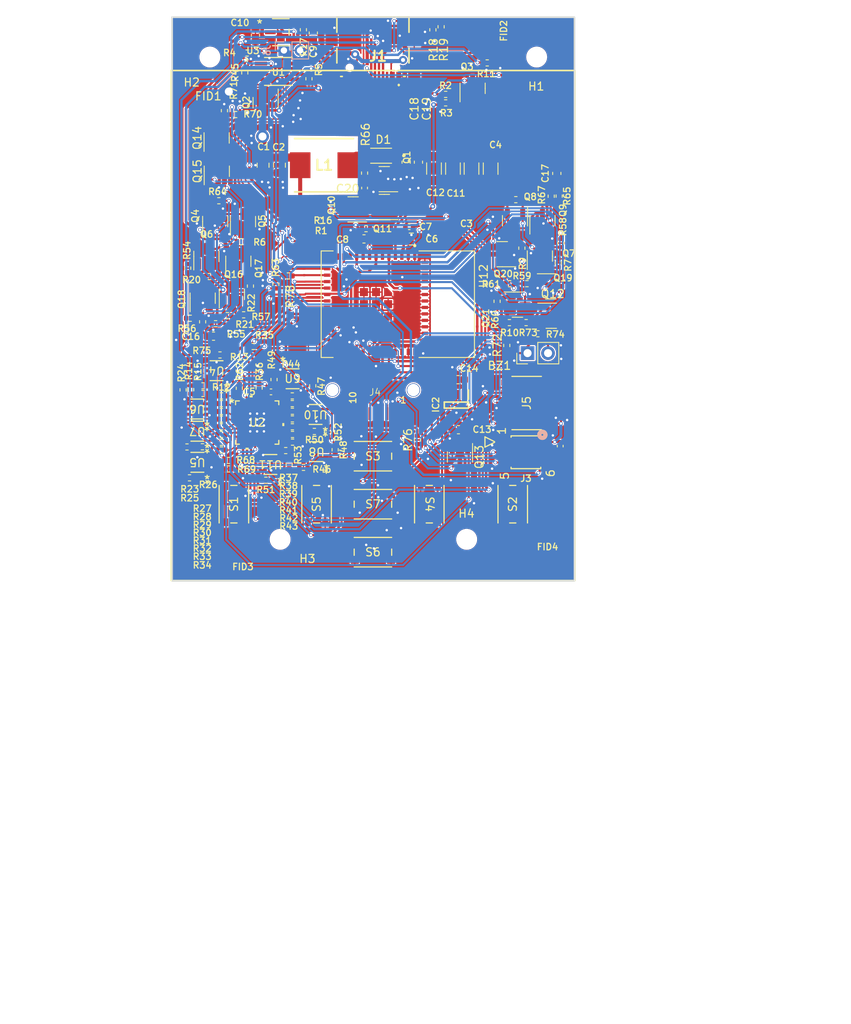
<source format=kicad_pcb>
(kicad_pcb (version 20221018) (generator pcbnew)
  (layers (0 "F.Cu" signal) (31 "B.Cu" signal) (34 "B.Paste" user) (35 "F.Paste" user) (36 "B.SilkS" user "B.Silkscreen") (37 "F.SilkS" user "F.Silkscreen") (38 "B.Mask" user) (39 "F.Mask" user) (44 "Edge.Cuts" user))
  (net 0 "")
  (net 1 "+BATT")
  (net 2 "GND")
  (net 3 "VCC")
  (net 4 "+3.3V")
  (net 5 "/MCU/EN")
  (net 6 "+5V")
  (net 7 "+OUT_1")
  (net 8 "+OUT_2")
  (net 9 "/MCU/RIGHT_BTN")
  (net 10 "/MCU/IN1")
  (net 11 "/MCU/IN2")
  (net 12 "/MCU/MOSI")
  (net 13 "/MCU/LEFT_BTN")
  (net 14 "/LCD/DIN")
  (net 15 "/LCD/CLK")
  (net 16 "/LCD/CS")
  (net 17 "/LCD/DC")
  (net 18 "/LCD/RST")
  (net 19 "/MCU/CH1_BTN")
  (net 20 "/MCU/RXD")
  (net 21 "/MCU/TXD")
  (net 22 "/MCU/CH2_BTN")
  (net 23 "Net-(J1-CC1)")
  (net 24 "Net-(J1-CC2)")
  (net 25 "/Opamp/OUTA")
  (net 26 "/Opamp/OUTB")
  (net 27 "/ElectrodeChannels/CH1_1")
  (net 28 "/ElectrodeChannels/CH1_2")
  (net 29 "/ElectrodeChannels/CH2_2")
  (net 30 "/ElectrodeChannels/CH2_1")
  (net 31 "/BoostConverter/VFB")
  (net 32 "/Opamp/P0W")
  (net 33 "/Opamp/P1W")
  (net 34 "Net-(U3-PROG)")
  (net 35 "Net-(Q5-B)")
  (net 36 "Net-(Q6-E)")
  (net 37 "Net-(Q7-E)")
  (net 38 "Net-(Q7-C)")
  (net 39 "Net-(Q16-E)")
  (net 40 "Net-(Q16-C)")
  (net 41 "Net-(Q20-B)")
  (net 42 "Net-(Q21-E)")
  (net 45 "Net-(Q10-B)")
  (net 46 "Net-(Q1-G)")
  (net 47 "/BoostConverter/VSW")
  (net 48 "Net-(R12-Pad2)")
  (net 49 "Net-(R13-Pad2)")
  (net 50 "Net-(R14-Pad2)")
  (net 51 "Net-(R15-Pad2)")
  (net 52 "Net-(R23-Pad2)")
  (net 53 "Net-(R24-Pad2)")
  (net 54 "Net-(R25-Pad2)")
  (net 55 "Net-(R26-Pad2)")
  (net 56 "/Opamp/P050")
  (net 57 "/Opamp/P040")
  (net 58 "/Opamp/P030")
  (net 59 "/Opamp/P025")
  (net 60 "/Opamp/P020")
  (net 61 "/Opamp/P015")
  (net 62 "/Opamp/P010")
  (net 63 "/Opamp/P05V")
  (net 64 "/Opamp/P15V")
  (net 65 "/Opamp/P110")
  (net 66 "/Opamp/P115")
  (net 67 "/Opamp/P120")
  (net 68 "/Opamp/P125")
  (net 69 "/Opamp/P130")
  (net 70 "/Opamp/P140")
  (net 71 "/Opamp/P150")
  (net 72 "Net-(R46-Pad2)")
  (net 73 "Net-(R47-Pad2)")
  (net 74 "Net-(R48-Pad2)")
  (net 75 "Net-(R49-Pad2)")
  (net 76 "Net-(R50-Pad2)")
  (net 77 "Net-(R51-Pad2)")
  (net 78 "Net-(R52-Pad2)")
  (net 79 "Net-(R53-Pad2)")
  (net 80 "Net-(Q4-B)")
  (net 81 "Net-(Q6-B)")
  (net 82 "Net-(Q7-B)")
  (net 83 "Net-(Q9-B)")
  (net 84 "Net-(Q16-B)")
  (net 85 "Net-(Q18-B)")
  (net 86 "Net-(Q19-B)")
  (net 87 "Net-(Q21-B)")
  (net 88 "/MCU/INT_IO_EXP")
  (net 89 "/MCU/SCK")
  (net 90 "Net-(U2-P0_0)")
  (net 91 "Net-(U2-P0_1)")
  (net 92 "Net-(U2-P0_2)")
  (net 93 "Net-(U2-P0_3)")
  (net 94 "Net-(U2-P0_4)")
  (net 95 "Net-(U2-P0_5)")
  (net 96 "Net-(U2-P0_6)")
  (net 97 "Net-(U2-P0_7)")
  (net 98 "Net-(U2-*RESET)")
  (net 99 "Net-(U2-P2_7)")
  (net 100 "Net-(U2-P2_6)")
  (net 101 "Net-(U2-P2_5)")
  (net 102 "Net-(U2-P2_4)")
  (net 103 "Net-(U2-P2_3)")
  (net 104 "Net-(U2-P2_2)")
  (net 105 "Net-(U2-P2_1)")
  (net 106 "Net-(U2-P2_0)")
  (net 107 "/Opamp/TIMER_BTN")
  (net 108 "/Opamp/OK_BTN")
  (net 113 "/MCU/BUZZER_P")
  (net 114 "/Opamp/MODE_BTN")
  (net 115 "/ElectrodeChannels/EL1_DET")
  (net 116 "/BatteryCharger/BAT_LEVEL")
  (net 117 "/ElectrodeChannels/EL2_DET")
  (net 118 "Net-(C16-Pad1)")
  (net 119 "/BatteryCharger/BAT_CHG")
  (net 120 "/MCU/BUZZER_N")
  (net 121 "/MCU/BUZZER_MCU")
  (net 122 "Net-(Q12-B)")
  (net 123 "Net-(C17-Pad1)")
  (net 124 "Net-(C20-Pad2)")
  (net 130 "/BatteryCharger/CH1_P")
  (net 131 "/BatteryCharger/CH1_N")
  (net 133 "/BatteryCharger/CH2_P")
  (net 134 "/BatteryCharger/CH2_N")
  (net 136 "Net-(Q1-D)")
  (net 137 "/LCD/LCD_K")
  (net 138 "/LCD/LCD_A")
  (net 139 "Net-(Q13-G)")
  (net 140 "Net-(Q14-B)")
  (net 141 "/LCD/LCD_BL")
  (footprint "Resistor_SMD:R_0402_1005Metric" (layer "F.Cu") (at 214.75 41.875 -90)
    (fp_text reference "R17")
    (fp_text value "2k")
  )
  (footprint "Resistor_SMD:R_0402_1005Metric" (layer "F.Cu") (at 212.56 94.005)
    (fp_text reference "R44")
    (fp_text value "510")
  )
  (footprint "Library:SOT-363-6_2P2X1P35_ONS" (layer "F.Cu") (at 201.61 91.61 180)
    (fp_text reference "U7")
    (fp_text value "2N7002KDW_R1_00001")
  )
  (footprint "Resistor_SMD:R_0402_1005Metric" (layer "F.Cu") (at 205.32 77.2875)
    (fp_text reference "R57")
    (fp_text value "300")
  )
  (footprint "Capacitor_SMD:C_0603_1608Metric" (layer "F.Cu") (at 203.61 79.83)
    (fp_text reference "C16")
    (fp_text value "1u")
  )
  (footprint "Package_TO_SOT_SMD:SOT-23" (layer "F.Cu") (at 203.82 65.6325 90)
    (fp_text reference "Q4")
    (fp_text value "NPN")
  )
  (footprint "Library:SOT95P285X130-5N" (layer "F.Cu") (at 233.715 88.372 -90)
    (fp_text reference "IC2")
    (fp_text value "AP7366-33W5-7" hide)
  )
  (footprint "Capacitor_SMD:C_0603_1608Metric" (layer "F.Cu") (at 222.261 67.785)
    (fp_text reference "C8")
    (fp_text value "1u")
  )
  (footprint "Resistor_SMD:R_0402_1005Metric" (layer "F.Cu") (at 205.46 95.23 180)
    (fp_text reference "R68")
    (fp_text value "10k")
  )
  (footprint "Library:SW4_PTS815 SJM 250 SMTR LFS_CNK" (layer "F.Cu") (at 223.37 106.595)
    (fp_text reference "S6")
    (fp_text value "PTS815 SJM 250 SMTR LFS")
  )
  (footprint "Resistor_SMD:R_0402_1005Metric" (layer "F.Cu") (at 200.635 97.385)
    (fp_text reference "R25")
    (fp_text value "1.43k")
  )
  (footprint "Resistor_SMD:R_0402_1005Metric" (layer "F.Cu") (at 204.27 63.055 180)
    (fp_text reference "R64")
    (fp_text value "15")
  )
  (footprint "Resistor_SMD:R_0402_1005Metric" (layer "F.Cu") (at 216.951 65.512)
    (fp_text reference "R1")
    (fp_text value "100")
  )
  (footprint "Package_TO_SOT_SMD:SOT-23" (layer "F.Cu") (at 240.983 65.5345 -90)
    (fp_text reference "Q8")
    (fp_text value "PNP")
  )
  (footprint "Library:SOT-363-6_2P2X1P35_ONS" (layer "F.Cu") (at 216.26 89.535 180)
    (fp_text reference "U10")
    (fp_text value "2N7002KDW_R1_00001")
  )
  (footprint "Resistor_SMD:R_0402_1005Metric" (layer "F.Cu") (at 213.385 89.135 180)
    (fp_text reference "R39")
    (fp_text value "510")
  )
  (footprint "Package_TO_SOT_SMD:SOT-23" (layer "F.Cu") (at 241.285 75.926)
    (fp_text reference "Q21")
    (fp_text value "NPN")
  )
  (footprint "Package_TO_SOT_SMD:SOT-23" (layer "F.Cu") (at 235.725 49.13 90)
    (fp_text reference "Q3")
    (fp_text value "NPN")
  )
  (footprint "Resistor_SMD:R_0402_1005Metric" (layer "F.Cu") (at 232.385 50.93)
    (fp_text reference "R3")
    (fp_text value "10k")
  )
  (footprint "Connector_PinHeader_2.54mm:PinHeader_1x02_P2.54mm_Vertical" (layer "F.Cu") (at 242.535 81.934 90)
    (fp_text reference "BZ1")
    (fp_text value "Buzzer")
  )
  (footprint "Package_TO_SOT_SMD:SOT-23" (layer "F.Cu") (at 202.725 69.955 90)
    (fp_text reference "Q6")
    (fp_text value "NPN")
  )
  (footprint "Package_TO_SOT_SMD:SOT-23" (layer "F.Cu") (at 244.383 65.512 90)
    (fp_text reference "Q9")
    (fp_text value "NPN")
  )
  (footprint "Capacitor_SMD:C_1206_3216Metric" (layer "F.Cu") (at 237.96 59.08 -90)
    (fp_text reference "C4")
    (fp_text value "2.2u")
  )
  (footprint "MountingHole:MountingHole_2.2mm_M2" (layer "F.Cu") (at 203.16 45.255)
    (fp_text reference "H2")
    (fp_text value "MountingHole")
  )
  (footprint "Library:SOT-23-5_MC_MCH" (layer "F.Cu") (at 211.95 42.175)
    (fp_text reference "U3")
    (fp_text value "MCP73812T-420I/OT")
  )
  (footprint "Resistor_SMD:R_0402_1005Metric" (layer "F.Cu") (at 205.46 96.28)
    (fp_text reference "R69")
    (fp_text value "10k")
  )
  (footprint "Library:SW4_PTS815 SJM 250 SMTR LFS_CNK" (layer "F.Cu") (at 216.382 100.65 90)
    (fp_text reference "S5")
    (fp_text value "PTS815 SJM 250 SMTR LFS")
  )
  (footprint "Capacitor_SMD:C_0402_1005Metric" (layer "F.Cu") (at 227.873 66.274)
    (fp_text reference "C7")
    (fp_text value "0.1u")
  )
  (footprint "Library:SOT-363-6_2P2X1P35_ONS" (layer "F.Cu") (at 201.585 88.86 180)
    (fp_text reference "U6")
    (fp_text value "2N7002KDW_R1_00001")
  )
  (footprint "Resistor_SMD:R_0402_1005Metric" (layer "F.Cu") (at 207.785 44.755)
    (fp_text reference "R4")
    (fp_text value "30k")
  )
  (footprint "Resistor_SMD:R_0402_1005Metric" (layer "F.Cu") (at 222.515 66.515)
    (fp_text reference "R16")
    (fp_text value "10k")
  )
  (footprint "Capacitor_SMD:C_1206_3216Metric" (layer "F.Cu") (at 230.94 59.07 -90)
    (fp_text reference "C12")
    (fp_text value "2.2u")
  )
  (footprint "Library:SW4_PTS815 SJM 250 SMTR LFS_CNK" (layer "F.Cu") (at 230.358 100.65 -90)
    (fp_text reference "S4")
    (fp_text value "PTS815 SJM 250 SMTR LFS")
  )
  (footprint "Capacitor_SMD:C_0402_1005Metric" (layer "F.Cu") (at 246.585 93.452 90)
    (fp_text reference "C15" hide)
    (fp_text value "0.1u")
  )
  (footprint "Fiducial:Fiducial_0.75mm_Mask1.5mm" (layer "F.Cu") (at 237.515 41.84)
    (fp_text reference "FID2")
    (fp_text value "Fiducial")
  )
  (footprint "Resistor_SMD:R_0402_1005Metric" (layer "F.Cu") (at 213.41 92.96 180)
    (fp_text reference "R43")
    (fp_text value "510")
  )
  (footprint "Resistor_SMD:R_0402_1005Metric" (layer "F.Cu") (at 213.375 87.235 180)
    (fp_text reference "R37")
    (fp_text value "510")
  )
  (footprint "Resistor_SMD:R_0402_1005Metric" (layer "F.Cu") (at 211.11 85.21 -90)
    (fp_text reference "R49")
    (fp_text value "10k")
  )
  (footprint "Library:CONN_00010C4LF_AMP" (layer "F.Cu") (at 242.425001 88.118 90)
    (fp_text reference "J5")
    (fp_text value "20021121-00010C4LF")
  )
  (footprint "Resistor_SMD:R_0402_1005Metric" (layer "F.Cu") (at 231.82 41.505 -90)
    (fp_text reference "R19")
    (fp_text value "2.2k")
  )
  (footprint "Resistor_SMD:R_0402_1005Metric" (layer "F.Cu") (at 239.96 80.984 90)
    (fp_text reference "R72")
    (fp_text value "1K")
  )
  (footprint "MountingHole:MountingHole_2.2mm_M2" (layer "F.Cu") (at 211.87 105.005)
    (fp_text reference "H3")
    (fp_text value "MountingHole")
  )
  (footprint "Package_TO_SOT_SMD:SOT-23" (layer "F.Cu") (at 244.063 69.9085 90)
    (fp_text reference "Q7")
    (fp_text value "NPN")
  )
  (footprint "Resistor_SMD:R_0402_1005Metric" (layer "F.Cu") (at 228.889 92.69 90)
    (fp_text reference "R76")
    (fp_text value "10")
  )
  (footprint "Resistor_SMD:R_0402_1005Metric" (layer "F.Cu") (at 202.235 93.535)
    (fp_text reference "R26")
    (fp_text value "1.1k")
  )
  (footprint "Resistor_SMD:R_0402_1005Metric" (layer "F.Cu") (at 218.685 93.9 -90)
    (fp_text reference "R48")
    (fp_text value "2k")
  )
  (footprint "Resistor_SMD:R_0402_1005Metric" (layer "F.Cu") (at 199.835 86.485 -90)
    (fp_text reference "R24")
    (fp_text value "2k")
  )
  (footprint "Library:SOT-363-6_2P2X1P35_ONS" (layer "F.Cu") (at 201.61 95.46 180)
    (fp_text reference "U5")
    (fp_text value "2N7002KDW_R1_00001")
  )
  (footprint "Resistor_SMD:R_0402_1005Metric" (layer "F.Cu") (at 214.76 96.085)
    (fp_text reference "R46")
    (fp_text value "2.4k")
  )
  (footprint "Resistor_SMD:R_0402_1005Metric" (layer "F.Cu") (at 217.785 91.735 90)
    (fp_text reference locked "R52")
    (fp_text value "3.3k")
  )
  (footprint "Capacitor_SMD:C_1206_3216Metric" (layer "F.Cu") (at 233.29 59.075 -90)
    (fp_text reference "C11")
    (fp_text value "2.2u")
  )
  (footprint "MountingHole:MountingHole_2.2mm_M2" (layer "F.Cu") (at 243.665 45.255)
    (fp_text reference "H1")
    (fp_text value "MountingHole")
  )
  (footprint "Resistor_SMD:R_0402_1005Metric" (layer "F.Cu") (at 204.585 93.935)
    (fp_text reference "R34")
    (fp_text value "510")
  )
  (footprint "Resistor_SMD:R_0402_1005Metric" (layer "F.Cu") (at 202.31 85.985)
    (fp_text reference "R12")
    (fp_text value "1M")
  )
  (footprint "Resistor_SMD:R_0402_1005Metric" (layer "F.Cu") (at 210.095 97.68 180)
    (fp_text reference "R51")
    (fp_text value "1.43k")
  )
  (footprint "Resistor_SMD:R_0402_1005Metric" (layer "F.Cu") (at 204.585 92.01)
    (fp_text reference "R32")
    (fp_text value "510")
  )
  (footprint "Resistor_SMD:R_0402_1005Metric" (layer "F.Cu") (at 204.585 88.185)
    (fp_text reference "R28")
    (fp_text value "510")
  )
  (footprint "Library:SW4_PTS815 SJM 250 SMTR LFS_CNK" (layer "F.Cu") (at 223.37 100.65)
    (fp_text reference "S7")
    (fp_text value "PTS815 SJM 250 SMTR LFS")
  )
  (footprint "Resistor_SMD:R_0402_1005Metric" (layer "F.Cu") (at 200.41 71.405 90)
    (fp_text reference "R54")
    (fp_text value "300")
  )
  (footprint "Capacitor_SMD:C_0805_2012Metric" (layer "F.Cu") (at 228.127 67.798)
    (fp_text reference "C6")
    (fp_text value "22u")
  )
  (footprint "Resistor_SMD:R_0402_1005Metric" (layer "F.Cu") (at 204.41 82.16)
    (fp_text reference "R13")
    (fp_text value "10k")
  )
  (footprint "Capacitor_SMD:C_0603_1608Metric" (layer "F.Cu") (at 208.81 42.545 90)
    (fp_text reference "C10")
    (fp_text value "1u")
  )
  (footprint "Resistor_SMD:R_0402_1005Metric" (layer "F.Cu") (at 208.185 73.63 90)
    (fp_text reference "R22")
    (fp_text value "100k")
  )
  (footprint "Package_TO_SOT_SMD:SOT-23" (layer "F.Cu") (at 245.419 73.664)
    (fp_text reference "Q19")
    (fp_text value "NPN")
  )
  (footprint "Resistor_SMD:R_0402_1005Metric" (layer "F.Cu") (at 240.285 78.156)
    (fp_text reference "R10")
    (fp_text value "1k")
  )
  (footprint "Resistor_SMD:R_0402_1005Metric" (layer "F.Cu") (at 213.385 91.06 180)
    (fp_text reference "R41")
    (fp_text value "510")
  )
  (footprint "Package_TO_SOT_SMD:SOT-23" (layer "F.Cu") (at 206.685 70.555 90)
    (fp_text reference "Q17")
    (fp_text value "PNP")
  )
  (footprint "Capacitor_SMD:C_0603_1608Metric" (layer "F.Cu") (at 215.98 42.275 90)
    (fp_text reference "C9")
    (fp_text value "1u")
  )
  (footprint "Capacitor_SMD:C_0402_1005Metric" (layer "F.Cu") (at 222.335 61.48 90)
    (fp_text reference "C20")
    (fp_text value "0.1u")
  )
  (footprint "Package_TO_SOT_SMD:SOT-23" (layer "F.Cu") (at 205.885 74.655 90)
    (fp_text reference "Q16")
    (fp_text value "NPN")
  )
  (footprint "Resistor_SMD:R_0402_1005Metric" (layer "F.Cu") (at 213.4 92.01 180)
    (fp_text reference "R42")
    (fp_text value "510")
  )
  (footprint "Resistor_SMD:R_0402_1005Metric" (layer "F.Cu") (at 241.83 68.93 90)
    (fp_text reference "R9")
    (fp_text value "100k")
  )
  (footprint "Resistor_SMD:R_0402_1005Metric" (layer "F.Cu") (at 246.451019 62.479418 -90)
    (fp_text reference "R65")
    (fp_text value "5k")
  )
  (footprint "Fiducial:Fiducial_0.75mm_Mask1.5mm" (layer "F.Cu") (at 204.81 108.335)
    (fp_text reference "FID3")
    (fp_text value "Fiducial")
  )
  (footprint "Resistor_SMD:R_0402_1005Metric" (layer "F.Cu") (at 211.335 73.405 -90)
    (fp_text reference "R63")
    (fp_text value "10k")
  )
  (footprint "Capacitor_SMD:C_0805_2012Metric" (layer "F.Cu") (at 209.753 58.654 -90)
    (fp_text reference "C1")
    (fp_text value "10uF")
  )
  (footprint "Resistor_SMD:R_0402_1005Metric" (layer "F.Cu") (at 207.345 77.1875)
    (fp_text reference "R21")
    (fp_text value "1k")
  )
  (footprint "Resistor_SMD:R_0402_1005Metric" (layer "F.Cu") (at 246.343 70.766 90)
    (fp_text reference "R7")
    (fp_text value "1k")
  )
  (footprint "Capacitor_SMD:C_0603_1608Metric" (layer "F.Cu") (at 227.487 58.278 -90)
    (fp_text reference "C18")
    (fp_text value "0.1u")
  )
  (footprint "Resistor_SMD:R_0402_1005Metric" (layer "F.Cu") (at 207.04 68.1325)
    (fp_text reference "R6")
    (fp_text value "100k")
  )
  (footprint "Package_TO_SOT_SMD:SOT-23" (layer "F.Cu") (at 239.4025 69.676 180)
    (fp_text reference "Q20")
    (fp_text value "PNP")
  )
  (footprint "Resistor_SMD:R_0402_1005Metric" (layer "F.Cu") (at 212.887 72.37 180)
    (fp_text reference "R78")
    (fp_text value "100")
  )
  (footprint "Capacitor_SMD:C_1206_3216Metric" (layer "F.Cu") (at 235.59 59.075 -90)
    (fp_text reference "C3")
    (fp_text value "2.2u")
  )
  (footprint "Resistor_SMD:R_0402_1005Metric" (layer "F.Cu") (at 240.319 73.33 180)
    (fp_text reference "R61")
    (fp_text value "300")
  )
  (footprint "Resistor_SMD:R_0402_1005Metric" (layer "F.Cu") (at 241.081 62.922 180)
    (fp_text reference "R8" hide)
    (fp_text value "100k")
  )
  (footprint "Library:CONN_20021121-00006C4LF_AMP" (layer "F.Cu") (at 242.335 94.214 90)
    (fp_text reference "J3")
    (fp_text value "20021121-00006C4LF")
  )
  (footprint "Package_TO_SOT_SMD:SOT-23" (layer "F.Cu") (at 220.91 64.13 180)
    (fp_text reference "Q10")
    (fp_text value "NPN")
  )
  (footprint "Resistor_SMD:R_0402_1005Metric" (layer "F.Cu") (at 222.335 59.63 -90)
    (fp_text reference "R66")
    (fp_text value "10k")
  )
  (footprint "Resistor_SMD:R_0402_1005Metric" (layer "F.Cu") (at 203.87 78.2875)
    (fp_text reference "R55")
    (fp_text value "300")
  )
  (footprint "Resistor_SMD:R_0402_1005Metric" (layer "F.Cu") (at 204.585 90.11)
    (fp_text reference "R30")
    (fp_text value "510")
  )
  (footprint "Resistor_SMD:R_0402_1005Metric" (layer "F.Cu") (at 200.785 86.46 -90)
    (fp_text reference "R14")
    (fp_text value "4.99k")
  )
  (footprint "Resistor_SMD:R_0402_1005Metric" (layer "F.Cu") (at 216.11 91.635 180)
    (fp_text reference "R50")
    (fp_text value "4.99k")
  )
  (footprint "Resistor_SMD:R_0402_1005Metric" (layer "F.Cu") (at 204.585 89.16)
    (fp_text reference "R29")
    (fp_text value "510")
  )
  (footprint "Fiducial:Fiducial_0.75mm_Mask1.5mm" (layer "F.Cu") (at 245.015 107.94)
    (fp_text reference "FID4")
    (fp_text value "Fiducial")
  )
  (footprint "Resistor_SMD:R_0402_1005Metric" (layer "F.Cu") (at 204.585 92.985)
    (fp_text reference "R33")
    (fp_text value "510")
  )
  (footprint "Capacitor_SMD:C_0603_1608Metric" (layer "F.Cu") (at 233.915 85.222 180)
    (fp_text reference "C14")
    (fp_text value "1u")
  )
  (footprint "Resistor_SMD:R_0402_1005Metric" (layer "F.Cu") (at 245.468 62.492 90)
    (fp_text reference "R67")
    (fp_text value "15")
  )
  (footprint "Package_TO_SOT_SMD:SOT-23" (layer "F.Cu") (at 203.997 55.2735 90)
    (fp_text reference "Q14")
    (fp_text value "NPN")
  )
  (footprint "Resistor_SMD:R_0402_1005Metric" (layer "F.Cu") (at 242.36 78.151 180)
    (fp_text reference "R73")
    (fp_text value "1K")
  )
  (footprint "Resistor_SMD:R_0402_1005Metric" (layer "F.Cu") (at 237.535 45.98)
    (fp_text reference "R11")
    (fp_text value "16k")
  )
  (footprint "Resistor_SMD:R_0402_1005Metric" (layer "F.Cu") (at 215.44 47.945 -90)
    (fp_text reference "R5")
    (fp_text value "30k")
  )
  (footprint "Capacitor_SMD:C_0402_1005Metric" (layer "F.Cu") (at 210.735 86.735 180)
    (fp_text reference "C5")
    (fp_text value "0.1u")
  )
  (footprint "Library:SOT-363-6_2P2X1P35_ONS" (layer "F.Cu") (at 210.66 95.73 180)
    (fp_text reference "U11")
    (fp_text value "2N7002KDW_R1_00001")
  )
  (footprint "Capacitor_SMD:C_0603_1608Metric" (layer "F.Cu") (at 246.161 59.67 90)
    (fp_text reference "C17")
    (fp_text value "1u")
  )
  (footprint "Resistor_SMD:R_0402_1005Metric" (layer "F.Cu") (at 202.31 86.935)
    (fp_text reference "R15")
    (fp_text value "3.3k")
  )
  (footprint "Library:SOT-363-6_2P2X1P35_ONS" (layer "F.Cu") (at 203.985 84.11 180)
    (fp_text reference "U4")
    (fp_text value "2N7002KDW_R1_00001")
  )
  (footprint "Resistor_SMD:R_0402_1005Metric" (layer "F.Cu") (at 207.485 47.215 90)
    (fp_text reference "R45")
    (fp_text value "16k")
  )
  (footprint "Package_TO_SOT_SMD:SOT-23" (layer "F.Cu") (at 210.07 50.9025 -90)
    (fp_text reference "Q2")
    (fp_text value "NPN")
  )
  (footprint "Package_TO_SOT_SMD:SOT-23" (layer "F.Cu") (at 207.26 65.6425 90)
    (fp_text reference "Q5")
    (fp_text value "PNP")
  )
  (footprint "Package_TO_SOT_SMD:SOT-23" (layer "F.Cu") (at 202.265 75.13 90)
    (fp_text reference "Q18")
    (fp_text value "NPN")
  )
  (footprint "Library:SOT-363-6_2P2X1P35_ONS" (layer "F.Cu") (at 213.4125 85.110001)
    (fp_text reference "U9")
    (fp_text value "2N7002KDW_R1_00001")
  )
  (footprint "Resistor_SMD:R_0402_1005Metric" (layer "F.Cu") (at 200.32 93.56)
    (fp_text reference "R23")
    (fp_text value "2.4k")
  )
  (footprint "Library:SODFL3618X110N" (layer "F.Cu") (at 224.385 57.48 180)
    (fp_text reference "D1")
    (fp_text value "DSS18UTR")
  )
  (footprint "Resistor_SMD:R_0402_1005Metric" (layer "F.Cu") (at 206.81 86.285 -90)
    (fp_text reference "R62")
    (fp_text value "10k")
  )
  (footprint "Resistor_SMD:R_0402_1005Metric" (layer "F.Cu") (at 242.469 73.33)
    (fp_text reference "R59")
    (fp_text value "300")
  )
  (footprint "Library:SOT-363-6_2P2X1P35_ONS" (layer "F.Cu") (at 216.385 94.135 180)
    (fp_text reference "U8")
    (fp_text value "2N7002KDW_R1_00001")
  )
  (footprint "Library:ADA4522-2ARMZ-R7" (layer "F.Cu") (at 211.66 47.035)
    (fp_text reference "U1")
    (fp_text value "ADA4522-2ARMZ-R7")
  )
  (footprint "Resistor_SMD:R_0402_1005Metric" (layer "F.Cu") (at 215.91 85.985 90)
    (fp_text reference "R47")
    (fp_text value "1M")
  )
  (footprint "Resistor_SMD:R_0402_1005Metric" (layer "F.Cu") (at 206.36 52.38)
    (fp_text reference locked "R70")
    (fp_text value "33k")
  )
  (footprint "Capacitor_SMD:C_0603_1608Metric" (layer "F.Cu") (at 233.969 91.42 180)
    (fp_text reference "C13")
    (fp_text value "1u")
  )
  (footprint "Capacitor_SMD:C_0805_2012Metric" (layer "F.Cu") (at 211.785 58.654 -90)
    (fp_text reference "C2")
    (fp_text value "10uF")
  )
  (footprint "Library:FPC_TFT_LCD" (layer "F.Cu") (at 219.2425 90.319)
    (fp_text reference "J4")
    (fp_text value "Conn_01x12")
  )
  (footprint "Resistor_SMD:R_0402_1005Metric" (layer "F.Cu") (at 246.669 68.306 90)
    (fp_text reference "R58")
    (fp_text value "300")
  )
  (footprint "Resistor_SMD:R_0402_1005Metric" (layer "F.Cu") (at 238.76 75.511 -90)
    (fp_text reference "R60")
    (fp_text value "300")
  )
  (footprint "Library:HUQFN32_PCAL6524_NXP" (layer "F.Cu") (at 209.0211 90.535)
    (fp_text reference "U2")
    (fp_text value "PCAL6524HEAZ")
  )
  (footprint "Package_TO_SOT_SMD:SOT-23" (layer "F.Cu") (at 224.785 63.83 180)
    (fp_text reference "Q11")
    (fp_text value "PNP")
  )
  (footprint "Package_TO_SOT_SMD:SOT-23" (layer "F.Cu") (at 224.7725 60.38 180)
    (fp_text reference "Q1")
    (fp_text value "PMV37ENEAR")
  )
  (footprint "Library:SW4_PTS815 SJM 250 SMTR LFS_CNK" (layer "F.Cu") (at 223.37 94.705001)
    (fp_text reference "S3")
    (fp_text value "PTS815 SJM 250 SMTR LFS")
  )
  (footprint "Library:INDPM7366X300N" (layer "F.Cu") (at 217.303 58.655)
    (fp_text reference "L1")
    (fp_text value "22uH" hide)
  )
  (footprint "Resistor_SMD:R_0402_1005Metric" (layer "F.Cu") (at 213.385 90.085 180)
    (fp_text reference "R40")
    (fp_text value "510")
  )
  (footprint "Resistor_SMD:R_0402_1005Metric" (layer "F.Cu") (at 232.385 49.88)
    (fp_text reference "R2")
    (fp_text value "200k")
  )
  (footprint "MountingHole:MountingHole_2.2mm_M2" (layer "F.Cu") (at 234.965 105.005)
    (fp_text reference "H4")
    (fp_text value "MountingHole")
  )
  (footprint "Resistor_SMD:R_0402_1005Metric" (layer "F.Cu") (at 202.26 78.055 90)
    (fp_text reference "R75")
    (fp_text value "5k")
  )
  (footprint "Package_TO_SOT_SMD:SOT-23" (layer "F.Cu") (at 245.4725 77.301)
    (fp_text reference "Q12")
    (fp_text value "NPN")
  )
  (footprint "Resistor_SMD:R_0402_1005Metric" (layer "F.Cu") (at 212.985 95.705 90)
    (fp_text reference "R53")
    (fp_text value "1.1k")
  )
  (footprint "Resistor_SMD:R_0402_1005Metric" (layer "F.Cu") (at 204.96 51.895 -90)
    (fp_text reference "R71")
    (fp_text value "100k")
  )
  (footprint "Fiducial:Fiducial_0.75mm_Mask1.5mm" (layer "F.Cu") (at 202.96 52.105)
    (fp_text reference "FID1")
    (fp_text value "Fiducial")
  )
  (footprint "Library:GSB1C41110SSHR" (layer "F.Cu") (at 223.37 44.27 180)
    (fp_text reference "J1")
    (fp_text value "GSB1C41110SSHR" hide)
  )
  (footprint "Resistor_SMD:R_0402_1005Metric" (layer "F.Cu") (at 208.535 81.11 180)
    (fp_text reference "R35")
    (fp_text value "10k")
  )
  (footprint "Resistor_SMD:R_0402_1005Metric" (layer "F.Cu") (at 204.595 87.235)
    (fp_text reference "R27")
    (fp_text value "510")
  )
  (footprint "Resistor_SMD:R_0402_1005Metric" (layer "F.Cu") (at 200.72 77.6125)
    (fp_text reference "R56")
    (fp_text value "300")
  )
  (footprint "Resistor_SMD:R_0402_1005Metric" (layer "F.Cu") (at 209.26 86.26 -90)
    (fp_text reference "R36")
    (fp_text value "10k")
  )
  (footprint "Resistor_SMD:R_0402_1005Metric" (layer "F.Cu") (at 204.585 91.06)
    (fp_text reference "R31")
    (fp_text value "510")
  )
  (footprint "Package_TO_SOT_SMD:SOT-23" (layer "F.Cu") (at 234.157 94.8005 -90)
    (fp_text reference "Q13")
    (fp_text value "T2N7002BK,LM")
  )
  (footprint "Resistor_SMD:R_0402_1005Metric" (layer "F.Cu") (at 230.8 41.88 90)
    (fp_text reference "R18")
    (fp_text value "2.2k")
  )
  (footprint "Library:XCVR_ESP32-MINI-1-N4" (layer "F.Cu") (at 223.755 75.875 -90)
    (fp_text reference "U12")
    (fp_text value "ESP32-MINI-1-N4")
  )
  (footprint "Resistor_SMD:R_0402_1005Metric" (layer "F.Cu") (at 243.82 79.534 180)
    (fp_text reference "R74")
    (fp_text value "1K")
  )
  (footprint "Library:SW4_PTS815 SJM 250 SMTR LFS_CNK" (layer "F.Cu") (at 240.7 100.65 90)
    (fp_text reference "S2")
    (fp_text value "PTS815 SJM 250 SMTR LFS")
  )
  (footprint "Package_TO_SOT_SMD:SOT-23" (layer "F.Cu") (at 204.016135 59.4027 90)
    (fp_text reference "Q15")
    (fp_text value "PNP")
  )
  (footprint "Library:SW4_PTS815 SJM 250 SMTR LFS_CNK" (layer "F.Cu") (at 206.135 100.65 90)
    (fp_text reference "S1")
    (fp_text value "PTS815 SJM 250 SMTR LFS")
  )
  (footprint "Resistor_SMD:R_0402_1005Metric" (layer "F.Cu") (at 203.095 72.445 180)
    (fp_text reference "R20")
    (fp_text value "1k")
  )
  (footprint "Capacitor_SMD:C_0603_1608Metric" (layer "F.Cu") (at 229.011 58.278 -90)
    (fp_text reference "C19")
    (fp_text value "10n")
  )
  (footprint "Resistor_SMD:R_0402_1005Metric" (layer "F.Cu") (at 213.375 88.185 180)
    (fp_text reference "R38")
    (fp_text value "510")
  )
  (footprint "Connector_PinHeader_2.00mm:PinHeader_1x02_P2.00mm_Vertical" (layer "B.Cu") (at 212.335 44.43 -90)
    (fp_text reference "J6")
    (fp_text value "Conn_01x02_Pin")
  )
  (gr_rect (start 198.375 46.92) (end 248.395 110.11) (stroke (width 0.2)) (fill none) (layer "F.SilkS"))
  (gr_rect (start 198.485 40.325) (end 248.35 110.135) (stroke (width 0.2)) (fill none) (layer "Edge.Cuts"))
  (segment (start 203.997 54.336) (end 204.914 54.336) (width 0.254) (layer "F.Cu") (net 1))
  (segment (start 209.91 44.445) (end 209.875 44.48) (width 0.3) (layer "F.Cu") (net 1))
  (segment (start 209.355 44.48) (end 208.81 43.935) (width 0.3) (layer "F.Cu") (net 1))
  (segment (start 206.895 52.355) (end 206.895 51.545) (width 0.3) (layer "F.Cu") (net 1))
  (segment (start 237.29 80.492) (end 237.29 68.579) (width 0.254) (layer "F.Cu") (net 1))
  (segment (start 232.765 87.93) (end 233.207 88.372) (width 0.254) (layer "F.Cu") (net 1))
  (segment (start 208.81 43.935) (end 208.81 43.32) (width 0.3) (layer "F.Cu") (net 1))
  (segment (start 218.135 64.13) (end 215.96 64.13) (width 0.5) (layer "F.Cu") (net 1))
  (segment (start 215.96 64.13) (end 214.353 62.523) (width 0.5) (layer "F.Cu") (net 1))
  (segment (start 239.049 80.474) (end 239.031 80.492) (width 0.254) (layer "F.Cu") (net 1))
  (segment (start 213.402 57.704) (end 214.353 58.655) (width 1) (layer "F.Cu") (net 1))
  (segment (start 234.223 88.372) (end 234.665 87.93) (width 0.254) (layer "F.Cu") (net 1))
  (segment (start 233.715 65.004) (end 232.445 65.004) (width 0.254) (layer "F.Cu") (net 1))
  (segment (start 204.914 54.336) (end 206.87 52.38) (width 0.254) (layer "F.Cu") (net 1))
  (segment (start 229.285 94.08) (end 228.889 93.684) (width 0.254) (layer "F.Cu") (net 1))
  (segment (start 209.004999 43.125001) (end 208.81 43.32) (width 0.3) (layer "F.Cu") (net 1))
  (segment (start 239.96 80.474) (end 239.049 80.474) (width 0.254) (layer "F.Cu") (net 1))
  (segment (start 239.031 80.492) (end 237.29 80.492) (width 0.254) (layer "F.Cu") (net 1))
  (segment (start 234.665 85.247) (end 234.69 85.222) (width 0.254) (layer "F.Cu") (net 1))
  (segment (start 233.207 88.372) (end 234.223 88.372) (width 0.254) (layer "F.Cu") (net 1))
  (segment (start 209.753 57.704) (end 213.402 57.704) (width 1) (layer "F.Cu") (net 1))
  (segment (start 219.9725 64.13) (end 218.135 64.13) (width 0.5) (layer "F.Cu") (net 1))
  (segment (start 234.69 84.41) (end 234.11 83.83) (width 0.254) (layer "F.Cu") (net 1))
  (segment (start 234.69 85.222) (end 234.69 84.41) (width 0.254) (layer "F.Cu") (net 1))
  (segment (start 234.665 87.072) (end 234.665 85.247) (width 0.254) (layer "F.Cu") (net 1))
  (segment (start 209.685 55.098) (end 209.685 57.636) (width 1) (layer "F.Cu") (net 1))
  (segment (start 237.29 68.579) (end 233.715 65.004) (width 0.254) (layer "F.Cu") (net 1))
  (segment (start 210.6546 43.125001) (end 209.004999 43.125001) (width 0.3) (layer "F.Cu") (net 1))
  (segment (start 228.889 93.684) (end 228.889 93.2) (width 0.254) (layer "F.Cu") (net 1))
  (segment (start 209.685 57.636) (end 209.753 57.704) (width 1) (layer "F.Cu") (net 1))
  (segment (start 209.875 44.48) (end 209.355 44.48) (width 0.3) (layer "F.Cu") (net 1))
  (segment (start 206.895 51.545) (end 206.91 51.53) (width 0.3) (layer "F.Cu") (net 1))
  (segment (start 234.665 87.93) (end 234.665 87.072) (width 0.254) (layer "F.Cu") (net 1))
  (segment (start 214.353 62.523) (end 214.353 58.655) (width 0.5) (layer "F.Cu") (net 1))
  (segment (start 232.765 87.072) (end 232.765 87.93) (width 0.254) (layer "F.Cu") (net 1))
  (via (at 234.11 83.83) (size 0.45) (drill 0.3) (layers "F.Cu" "B.Cu") (net 1))
  (via (at 232.445 65.004) (size 0.45) (drill 0.3) (layers "F.Cu" "B.Cu") (net 1))
  (via (at 206.91 51.53) (size 0.45) (drill 0.3) (layers "F.Cu" "B.Cu") (net 1))
  (via (at 209.685 55.098) (size 1.6) (drill 1) (layers "F.Cu" "B.Cu") (net 1))
  (via (at 218.135 64.13) (size 0.45) (drill 0.3) (layers "F.Cu" "B.Cu") (net 1))
  (via (at 229.285 94.08) (size 0.45) (drill 0.3) (layers "F.Cu" "B.Cu") (net 1))
  (via (at 209.875 44.48) (size 0.45) (drill 0.3) (layers "F.Cu" "B.Cu") (net 1))
  (via (at 238.11 80.492) (size 0.45) (drill 0.3) (layers "F.Cu" "B.Cu") (net 1))
  (segment (start 206.91 51.53) (end 209.61 51.53) (width 0.3) (layer "B.Cu") (net 1))
  (segment (start 212.285 44.48) (end 212.335 44.43) (width 0.3) (layer "B.Cu") (net 1))
  (segment (start 219.21 65.205) (end 218.135 64.13) (width 0.254) (layer "B.Cu") (net 1))
  (segment (start 237.448 80.492) (end 234.11 83.83) (width 0.254) (layer "B.Cu") (net 1))
  (segment (start 211.26 47.23) (end 212.26 47.23) (width 1) (layer "B.Cu") (net 1))
  (segment (start 209.875 44.48) (end 212.285 44.48) (width 0.3) (layer "B.Cu") (net 1))
  (segment (start 209.61 51.53) (end 209.685 51.605) (width 0.3) (layer "B.Cu") (net 1))
  (segment (start 209.685 55.098) (end 209.685 51.605) (width 1) (layer "B.Cu") (net 1))
  (segment (start 228.285 65.205) (end 219.21 65.205) (width 0.254) (layer "B.Cu") (net 1))
  (segment (start 223.21 65.205) (end 223.009 65.004) (width 0.254) (layer "B.Cu") (net 1))
  (segment (start 234.11 87.655) (end 234.11 83.83) (width 0.254) (layer "B.Cu") (net 1))
  (segment (start 212.26 47.23) (end 212.735 46.755) (width 1) (layer "B.Cu") (net 1))
  (segment (start 209.685 48.805) (end 211.26 47.23) (width 1) (layer "B.Cu") (net 1))
  (segment (start 232.244 65.205) (end 228.285 65.205) (width 0.254) (layer "B.Cu") (net 1))
  (segment (start 209.685 51.605) (end 209.685 48.805) (width 1) (layer "B.Cu") (net 1))
  (segment (start 212.735 46.755) (end 212.735 44.83) (width 1) (layer "B.Cu") (net 1))
  (segment (start 228.285 65.205) (end 223.21 65.205) (width 0.254) (layer "B.Cu") (net 1))
  (segment (start 229.285 94.08) (end 229.285 92.48) (width 0.254) (layer "B.Cu") (net 1))
  (segment (start 238.11 80.492) (end 237.448 80.492) (width 0.254) (layer "B.Cu") (net 1))
  (segment (start 229.285 92.48) (end 234.11 87.655) (width 0.254) (layer "B.Cu") (net 1))
  (segment (start 232.445 65.004) (end 232.244 65.205) (width 0.254) (layer "B.Cu") (net 1))
  (segment (start 212.735 44.83) (end 212.335 44.43) (width 1) (layer "B.Cu") (net 1))
  (segment (start 221.715001 101.724999) (end 221.735 101.705) (width 0.254) (layer "F.Cu") (net 2))
  (segment (start 212.46 84.460002) (end 212.36482 84.460002) (width 0.254) (layer "F.Cu") (net 2))
  (segment (start 217.3375 95.5025) (end 217.31 95.53) (width 0.254) (layer "F.Cu") (net 2))
  (segment (start 217.456999 102.900001) (end 217.456999 102.301999) (width 0.254) (layer "F.Cu") (net 2))
  (segment (start 215.3075 88.885001) (end 215.3075 88.509) (width 0.254) (layer "F.Cu") (net 2))
  (segment (start 209.4883 48.009999) (end 211.264999 48.009999) (width 0.3) (layer "F.Cu") (net 2))
  (segment (start 214.365 85.76) (end 214.365 86.49423) (width 0.254) (layer "F.Cu") (net 2))
  (segment (start 220.884999 101.724999) (end 221.715001 101.724999) (width 0.254) (layer "F.Cu") (net 2))
  (segment (start 211.6125 96.379999) (end 210.835001 96.379999) (width 0.254) (layer "F.Cu") (net 2))
  (segment (start 219.4965 89.43) (end 219.4965 91.0185) (width 0.254) (layer "F.Cu") (net 2))
  (segment (start 226.415001 101.724999) (end 226.435 101.705) (width 0.254) (layer "F.Cu") (net 2))
  (segment (start 212.36482 84.460002) (end 211.889524 83.984706) (width 0.254) (layer "F.Cu") (net 2))
  (segment (start 207.209999 98.399999) (end 207.209999 97.480001) (width 0.254) (layer "F.Cu") (net 2))
  (segment (start 223.6965 88.4185) (end 224.035 88.08) (width 0.254) (layer "F.Cu") (net 2))
  (segment (start 203.330001 96.109999) (end 203.36 96.08) (width 0.254) (layer "F.Cu") (net 2))
  (segment (start 215.675 44.43) (end 215.695 44.45) (width 0.5) (layer "F.Cu") (net 2))
  (segment (start 220.884999 95.78) (end 221.96 95.78) (width 0.254) (layer "F.Cu") (net 2))
  (segment (start 207.209999 97.480001) (end 207.26 97.43) (width 0.254) (layer "F.Cu") (net 2))
  (segment (start 217.2125 90.184999) (end 216.555001 90.184999) (width 0.254) (layer "F.Cu") (net 2))
  (segment (start 200.565001 88.210001) (end 200.01 87.655) (width 0.3) (layer "F.Cu") (net 2))
  (segment (start 211.264999 48.009999) (end 211.51 48.255) (width 0.3) (layer "F.Cu") (net 2))
  (segment (start 217.3375 94.784999) (end 217.3375 95.5025) (width 0.254) (layer "F.Cu") (net 2))
  (segment (start 214.665001 93.485001) (end 214.66 93.48) (width 0.254) (layer "F.Cu") (net 2))
  (segment (start 202.5625 92.259999) (end 203.164999 92.259999) (width 0.254) (layer "F.Cu") (net 2))
  (segment (start 205.31 85.505) (end 204.9375 85.1325) (width 0.3) (layer "F.Cu") (net 2))
  (segment (start 215.3075 88.509) (end 215.31 88.5065) (width 0.254) (layer "F.Cu") (net 2))
  (segment (start 203.164999 92.259999) (end 203.166635 92.261635) (width 0.254) (layer "F.Cu") (net 2))
  (segment (start 209.7075 94.6075) (end 209.76 94.555) (width 0.254) (layer "F.Cu") (net 2))
  (segment (start 217.456999 102.301999) (end 217.16 102.005) (width 0.254) (layer "F.Cu") (net 2))
  (segment (start 202.657501 89.63) (end 202.5375 89.509999) (width 0.3) (layer "F.Cu") (net 2))
  (segment (start 214.335 44.43) (end 215.675 44.43) (width 0.5) (layer "F.Cu") (net 2))
  (segment (start 210.835001 96.379999) (end 210.76 96.455) (width 0.254) (layer "F.Cu") (net 2))
  (segment (start 209.7075 95.080001) (end 209.7075 94.6075) (width 0.254) (layer "F.Cu") (net 2))
  (segment (start 200.6575 90.960001) (end 199.854999 90.960001) (width 0.254) (layer "F.Cu") (net 2))
  (segment (start 216.555001 90.184999) (end 216.36 90.38) (width 0.254) (layer "F.Cu") (net 2))
  (segment (start 204.9375 85.1325) (end 204.9375 84.759999) (width 0.3) (layer "F.Cu") (net 2))
  (segment (start 217.904999 98.399999) (end 217.935 98.43) (width 0.3) (layer "F.Cu") (net 2))
  (segment (start 223.6965 89.43) (end 223.6965 88.4185) (width 0.254) (layer "F.Cu") (net 2))
  (segment (start 215.4325 93.485001) (end 214.665001 93.485001) (width 0.254) (layer "F.Cu") (net 2))
  (segment (start 222.335 61.96) (end 223.435 61.96) (width 0.5) (layer "F.Cu") (net 2))
  (segment (start 219.4965 91.0185) (end 219.435 91.08) (width 0.254) (layer "F.Cu") (net 2))
  (segment (start 201.590001 94.810001) (end 201.61 94.83) (width 0.254) (layer "F.Cu") (net 2))
  (segment (start 200.6575 94.810001) (end 201.590001 94.810001) (width 0.254) (layer "F.Cu") (net 2))
  (segment (start 223.6965 89.43) (end 224.3965 89.43) (width 0.254) (layer "F.Cu") (net 2))
  (segment (start 217.456999 98.399999) (end 217.904999 98.399999) (width 0.3) (layer "F.Cu") (net 2))
  (segment (start 225.385001 101.724999) (end 226.415001 101.724999) (width 0.254) (layer "F.Cu") (net 2))
  (segment (start 199.854999 90.960001) (end 199.66 91.155) (width 0.254) (layer "F.Cu") (net 2))
  (segment (start 214.365 86.49423) (end 214.430385 86.559615) (width 0.254) (layer "F.Cu") (net 2))
  (segment (start 203.11 89.63) (end 202.657501 89.63) (width 0.3) (layer "F.Cu") (net 2))
  (segment (start 200.6325 88.210001) (end 200.565001 88.210001) (width 0.3) (layer "F.Cu") (net 2))
  (segment (start 202.5625 96.109999) (end 203.330001 96.109999) (width 0.254) (layer "F.Cu") (net 2))
  (via (at 221.735 101.705) (size 0.45) (drill 0.3) (layers "F.Cu" "B.Cu") (net 2))
  (via (at 225.81 87.91) (size 0.45) (drill 0.3) (layers "F.Cu" "B.Cu") (net 2))
  (via (at 245.59 67.74) (size 0.45) (drill 0.3) (layers "F.Cu" "B.Cu") (net 2))
  (via (at 228.23 45.41) (size 0.45) (drill 0.3) (layers "F.Cu" "B.Cu") (net 2))
  (via (at 206.86 50.75) (size 0.45) (drill 0.3) (layers "F.Cu" "B.Cu") (net 2))
  (via (at 230.12 51.81) (size 0.45) (drill 0.3) (layers "F.Cu" "B.Cu") (net 2))
  (via (at 210.555 61.41) (size 0.45) (drill 0.3) (layers "F.Cu" "B.Cu") (net 2))
  (via (at 201.66 84.23) (size 0.45) (drill 0.3) (layers "F.Cu" "B.Cu") (net 2))
  (via (at 209.86 91.63) (size 0.45) (drill 0.3) (layers "F.Cu" "B.Cu") (net 2))
  (via (at 208.16 90.163333) (size 0.45) (drill 0.3) (layers "F.Cu" "B.Cu") (net 2))
  (via (at 233.21 83.68) (size 0.45) (drill 0.3) (layers "F.Cu" "B.Cu") (net 2))
  (via (at 238.23 98.05) (size 0.45) (drill 0.3) (layers "F.Cu" "B.Cu") (net 2))
  (via (at 224.305 59.38) (size 0.45) (drill 0.3) (layers "F.Cu" "B.Cu") (net 2))
  (via (at 218.135 84.98) (size 0.45) (drill 0.3) (layers "F.Cu" "B.Cu") (net 2))
  (via (at 241 71.46) (size 0.45) (drill 0.3) (layers "F.Cu" "B.Cu") (net 2))
  (via (at 237.82 81.24) (size 0.45) (drill 0.3) (layers "F.Cu" "B.Cu") (net 2))
  (via (at 238.15 93.35) (size 0.45) (drill 0.3) (layers "F.Cu" "B.Cu") (net 2))
  (via (at 209.625 60.71) (size 0.45) (drill 0.3) (layers "F.Cu" "B.Cu") (net 2))
  (via (at 221.935 92.23) (size 0.45) (drill 0.3) (layers "F.Cu" "B.Cu") (net 2))
  (via (at 223.09 41.98) (size 0.45) (drill 0.3) (layers "F.Cu" "B.Cu") (net 2))
  (via (at 237 86.03) (size 0.45) (drill 0.3) (layers "F.Cu" "B.Cu") (net 2))
  (via (at 246.04 89.95) (size 0.45) (drill 0.3) (layers "F.Cu" "B.Cu") (net 2))
  (via (at 214.430385 86.559615) (size 0.45) (drill 0.3) (layers "F.Cu" "B.Cu") (net 2))
  (via (at 221.96 95.78) (size 0.45) (drill 0.3) (layers "F.Cu" "B.Cu") (net 2))
  (via (at 201.61 94.83) (size 0.45) (drill 0.3) (layers "F.Cu" "B.Cu") (net 2))
  (via (at 203.36 96.08) (size 0.45) (drill 0.3) (layers "F.Cu" "B.Cu") (net 2))
  (via (at 238.28 91.45) (size 0.45) (drill 0.3) (layers "F.Cu" "B.Cu") (net 2))
  (via (at 208.29 55.01) (size 0.45) (drill 0.3) (layers "F.Cu" "B.Cu") (net 2))
  (via (at 209.01 90.896666) (size 0.45) (drill 0.3) (layers "F.Cu" "B.Cu") (net 2))
  (via (at 227.01 72.52) (size 0.45) (drill 0.3) (layers "F.Cu" "B.Cu") (net 2))
  (via (at 226.857 93.198) (size 0.45) (drill 0.3) (layers "F.Cu" "B.Cu") (net 2))
  (via (at 205.51 49.525) (size 1.6) (drill 1) (layers "F.Cu" "B.Cu") (net 2))
  (via (at 225.255 60.35) (size 0.45) (drill 0.3) (layers "F.Cu" "B.Cu") (net 2))
  (via (at 207.57 99.62) (size 0.45) (drill 0.3) (layers "F.Cu" "B.Cu") (net 2))
  (via (at 223.97 42.65) (size 0.45) (drill 0.3) (layers "F.Cu" "B.Cu") (net 2))
  (via (at 217.31 95.53) (size 0.45) (drill 0.3) (layers "F.Cu" "B.Cu") (net 2))
  (via (at 238.24 65.04) (size 0.45) (drill 0.3) (layers "F.Cu" "B.Cu") (net 2))
  (via (at 212.185 60.73) (size 0.45) (drill 0.3) (layers "F.Cu" "B.Cu") (net 2))
  (via (at 220.46 80.57) (size 0.45) (drill 0.3) (layers "F.Cu" "B.Cu") (net 2))
  (via (at 200.01 87.655) (size 0.45) (drill 0.3) (layers "F.Cu" "B.Cu") (net 2))
  (via (at 209.76 94.555) (size 0.45) (drill 0.3) (layers "F.Cu" "B.Cu") (net 2))
  (via (at 201.635 83.605) (size 0.45) (drill 0.3) (layers "F.Cu" "B.Cu") (net 2))
  (via (at 216.32 44.9055) (size 0.45) (drill 0.3) (layers "F.Cu" "B.Cu") (net 2))
  (via (at 246.67 80.97) (size 0.45) (drill 0.3) (layers "F.Cu" "B.Cu") (net 2))
  (via (at 220.971 78.76) (size 0.45) (drill 0.3) (layers "F.Cu" "B.Cu") (net 2))
  (via (at 214.335 50.63) (size 0.45) (drill 0.3) (layers "F.Cu" "B.Cu") (net 2))
  (via (at 234.46 46.56) (size 0.45) (drill 0.3) (layers "F.Cu" "B.Cu") (net 2))
  (via (at 243.79 73.87) (size 0.45) (drill 0.3) (layers "F.Cu" "B.Cu") (net 2))
  (via (at 208.16 91.63) (size 0.45) (drill 0.3) (layers "F.Cu" "B.Cu") (net 2))
  (via (at 206.24 63.43) (size 0.45) (drill 0.3) (layers "F.Cu" "B.Cu") (net 2))
  (via (at 235.55 46.13) (size 0.45) (drill 0.3) (layers "F.Cu" "B.Cu") (net 2))
  (via (at 214.135 51.58) (size 0.45) (drill 0.3) (layers "F.Cu" "B.Cu") (net 2))
  (via (at 209.31 66.58) (size 0.45) (drill 0.3) (layers "F.Cu" "B.Cu") (net 2))
  (via (at 209.06 83.49) (size 0.45) (drill 0.3) (layers "F.Cu" "B.Cu") (net 2))
  (via (at 238.14 96.25) (size 0.45) (drill 0.3) (layers "F.Cu" "B.Cu") (net 2))
  (via (at 209.21 45.13) (size 0.45) (drill 0.3) (layers "F.Cu" "B.Cu") (net 2))
  (via (at 224.035 88.08) (size 0.45) (drill 0.3) (layers "F.Cu" "B.Cu") (net 2))
  (via (at 239.02 67.71) (size 0.45) (drill 0.3) (layers "F.Cu" "B.Cu") (net 2))
  (via (at 214.635 49.705) (size 0.45) (drill 0.3) (layers "F.Cu" "B.Cu") (net 2))
  (via (at 208.24 45.49) (size 0.45) (drill 0.3) (layers "F.Cu" "B.Cu") (net 2))
  (via (at 223.735 92.28) (size 0.45) (drill 0.3) (layers "F.Cu" "B.Cu") (net 2))
  (via (at 209.55 99.84) (size 0.45) (drill 0.3) (layers "F.Cu" "B.Cu") (net 2))
  (via (at 209.68 71.97) (size 0.45) (drill 0.3) (layers "F.Cu" "B.Cu") (net 2))
  (via (at 203.01 77.305) (size 0.45) (drill 0.3) (layers "F.Cu" "B.Cu") (net 2))
  (via (at 230.19 95.03) (size 0.45) (drill 0.3) (layers "F.Cu" "B.Cu") (net 2))
  (via (at 215.695 44.45) (size 0.45) (drill 0.3) (layers "F.Cu" "B.Cu") (net 2))
  (via (at 207.6 43.3045) (size 0.45) (drill 0.3) (layers "F.Cu" "B.Cu") (net 2))
  (via (at 199.66 91.155) (size 0.45) (drill 0.3) (layers "F.Cu" "B.Cu") (net 2))
  (via (at 209.01 90.163333) (size 0.45) (drill 0.3) (layers "F.Cu" "B.Cu") (net 2))
  (via (at 223.995 98.3) (size 0.45) (drill 0.3) (layers "F.Cu" "B.Cu") (net 2))
  (via (at 241.35 80.59) (size 0.45) (drill 0.3) (layers "F.Cu" "B.Cu") (net 2))
  (via (at 210.535 45.38) (size 0.45) (drill 0.3) (layers "F.Cu" "B.Cu") (net 2))
  (via (at 202.295 75.7125) (size 0.45) (drill 0.3) (layers "F.Cu" "B.Cu") (net 2))
  (via (at 244.35 97.49) (size 0.45) (drill 0.3) (layers "F.Cu" "B.Cu") (net 2))
  (via (at 227.953367 61.6305) (size 0.45) (drill 0.3) (layers "F.Cu" "B.Cu") (net 2))
  (via (at 210.76 96.455) (size 0.45) (drill 0.3) (layers "F.Cu" "B.Cu") (net 2))
  (via (at 219.77 73.66) (size 0.45) (drill 0.3) (layers "F.Cu" "B.Cu") (net 2))
  (via (at 220.31 45.5) (size 0.45) (drill 0.3) (layers "F.Cu" "B.Cu") (net 2))
  (via (at 209.01 89.43) (size 0.45) (drill 0.3) (layers "F.Cu" "B.Cu") (net 2))
  (via (at 207.76 52.14) (size 0.45) (drill 0.3) (layers "F.Cu" "B.Cu") (net 2))
  (via (at 230.25 67.28) (size 0.45) (drill 0.3) (layers "F.Cu" "B.Cu") (net 2))
  (via (at 240.88 82.86) (size 0.45) (drill 0.3) (layers "F.Cu" "B.Cu") (net 2))
  (via (at 229.005 61.48) (size 0.45) (drill 0.3) (layers "F.Cu" "B.Cu") (net 2))
  (via (at 208.21 50.78) (size 0.45) (drill 0.3) (layers "F.Cu" "B.Cu") (net 2))
  (via (at 203.166635 92.261635) (size 0.45) (drill 0.3) (layers "F.Cu" "B.Cu") (net 2))
  (via (at 209.86 89.43) (size 0.45) (drill 0.3) (layers "F.Cu" "B.Cu") (net 2))
  (via (at 205.01 73.355) (size 0.45) (drill 0.3) (layers "F.Cu" "B.Cu") (net 2))
  (via (at 219.435 92.5045) (size 0.45) (drill 0.3) (layers "F.Cu" "B.Cu") (net 2))
  (via (at 237.87 82.09) (size 0.45) (drill 0.3) (layers "F.Cu" "B.Cu") (net 2))
  (via (at 238.69 88.74) (size 0.45) (drill 0.3) (layers "F.Cu" "B.Cu") (net 2))
  (via (at 206.835 79.13) (size 0.45) (drill 0.3) (layers "F.Cu" "B.Cu") (net 2))
  (via (at 230.25 50.48) (size 0.45) (drill 0.3) (layers "F.Cu" "B.Cu") (net 2))
  (via (at 238.06 74.2) (size 0.45) (drill 0.3) (layers "F.Cu" "B.Cu") (net 2))
  (via (at 203.11 89.63) (size 0.45) (drill 0.3) (layers "F.Cu" "B.Cu") (net 2))
  (via (at 211.51 48.255) (size 0.45) (drill 0.3) (layers "F.Cu" "B.Cu") (net 2))
  (via (at 231.01 43.315) (size 0.45) (drill 0.3) (layers "F.Cu" "B.Cu") (net 2))
  (via (at 232.9 92.51) (size 0.45) (drill 0.3) (layers "F.Cu" "B.Cu") (net 2))
  (via (at 204.28 61.4) (size 0.45) (drill 0.3) (layers "F.Cu" "B.Cu") (net 2))
  (via (at 226.435 101.705) (size 0.45) (drill 0.3) (layers "F.Cu" "B.Cu") (net 2))
  (via (at 204.85 62.14) (size 0.45) (drill 0.3) (layers "F.Cu" "B.Cu") (net 2))
  (via (at 239.15 46.62) (size 0.45) (drill 0.3) (layers "F.Cu" "B.Cu") (net 2))
  (via (at 215.31 88.5065) (size 0.45) (drill 0.3) (layers "F.Cu" "B.Cu") (net 2))
  (via (at 208.34 55.9) (size 0.45) (drill 0.3) (layers "F.Cu" "B.Cu") (net 2))
  (via (at 224.035 99.78) (size 0.45) (drill 0.3) (layers "F.Cu" "B.Cu") (net 2))
  (via (at 201.635 82.88) (size 0.45) (drill 0.3) (layers "F.Cu" "B.Cu") (net 2))
  (via (at 244.51 65.87) (size 0.45) (drill 0.3) (layers "F.Cu" "B.Cu") (net 2))
  (via (at 219.36 79.73) (size 0.45) (drill 0.3) (layers "F.Cu" "B.Cu") (net 2))
  (via (at 219.435 91.08) (size 0.45) (drill 0.3) (layers "F.Cu" "B.Cu") (net 2))
  (via (at 205.57 67.19) (size 0.45) (drill 0.3) (layers "F.Cu" "B.Cu") (net 2))
  (via (at 203.585 79.055) (size 0.45) (drill 0.3) (layers "F.Cu" "B.Cu") (net 2))
  (via (at 206.185 79.38) (size 0.45) (drill 0.3) (layers "F.Cu" "B.Cu") (net 2))
  (via (at 245.71 74.47) (size 0.45) (drill 0.3) (layers "F.Cu" "B.Cu") (net 2))
  (via (at 217.935 98.43) (size 0.45) (drill 0.3) (layers "F.Cu" "B.Cu") (net 2))
  (via (at 207.26 97.43) (size 0.45) (drill 0.3) (layers "F.Cu" "B.Cu") (net 2))
  (via (at 201.55 65.88) (size 0.45) (drill 0.3) (layers "F.Cu" "B.Cu") (net 2))
  (via (at 220.61 66.71) (size 0.45) (drill 0.3) (layers "F.Cu" "B.Cu") (net 2))
  (via (at 207.52 49.775) (size 0.45) (drill 0.3) (layers "F.Cu" "B.Cu") (net 2))
  (via (at 229.82 42.135) (size 0.45) (drill 0.3) (layers "F.Cu" "B.Cu") (net 2))
  (via (at 222.18 80.39) (size 0.45) (drill 0.3) (layers "F.Cu" "B.Cu") (net 2))
  (via (at 206.35 47.935) (size 0.45) (drill 0.3) (layers "F.Cu" "B.Cu") (net 2))
  (via (at 229.6 81.97) (size 0.45) (drill 0.3) (layers "F.Cu" "B.Cu") (net 2))
  (via (at 229.95 51.08) (size 0.45) (drill 0.3) (layers "F.Cu" "B.Cu") (net 2))
  (via (at 198.98 80.3) (size 0.45) (drill 0.3) (layers "F.Cu" "B.Cu") (net 2))
  (via (at 237.435 46.85) (size 0.45) (drill 0.3) (layers "F.Cu" "B.Cu") (net 2))
  (via (at 211.04 75.8) (size 0.45) (drill 0.3) (layers "F.Cu" "B.Cu") (net 2))
  (via (at 208.16 90.896666) (size 0.45) (drill 0.3) (layers "F.Cu" "B.Cu") (net 2))
  (via (at 204.78 64.03) (size 0.45) (drill 0.3) (layers "F.Cu" "B.Cu") (net 2))
  (via (at 204.93 69.29) (size 0.45) (drill 0.3) (layers "F.Cu" "B.Cu") (net 2))
  (via (at 238.02 76.82) (size 0.45) (drill 0.3) (layers "F.Cu" "B.Cu") (net 2))
  (via (at 213.93 78.62) (size 0.45) (drill 0.3) (layers "F.Cu" "B.Cu") (net 2))
  (via (at 208.16 89.43) (size 0.45) (drill 0.3) (layers "F.Cu" "B.Cu") (net 2))
  (via (at 233.72 89.32) (size 0.45) (drill 0.3) (layers "F.Cu" "B.Cu") (net 2))
  (via (at 212.225 61.44) (size 0.45) (drill 0.3) (layers "F.Cu" "B.Cu") (net 2))
  (via (at 233.03 97.67) (size 0.45) (drill 0.3) (layers "F.Cu" "B.Cu") (net 2))
  (via (at 211.83 80.51) (size 0.45) (drill 0.3) (layers "F.Cu" "B.Cu") (net 2))
  (via (at 226.4 86.84) (size 0.45) (drill 0.3) (layers "F.Cu" "B.Cu") (net 2))
  (via (at 223.485 106.13) (size 0.45) (drill 0.3) (layers "F.Cu" "B.Cu") (net 2))
  (via (at 227.375 93.79) (size 0.45) (drill 0.3) (layers "F.Cu" "B.Cu") (net 2))
  (via (at 222.535 105.69) (size 0.45) (drill 0.3) (layers "F.Cu" "B.Cu") (net 2))
  (via (at 205.98 50.7) (size 0.45) (drill 0.3) (layers "F.Cu" "B.Cu") (net 2))
  (via (at 205.46 79.18) (size 0.45) (drill 0.3) (layers "F.Cu" "B.Cu") (net 2))
  (via (at 240.87 69.78) (size 0.45) (drill 0.3) (layers "F.Cu" "B.Cu") (net 2))
  (via (at 225.079 103.866) (size 0.45) (drill 0.3) (layers "F.Cu" "B.Cu") (net 2))
  (via (at 213.485 53.28) (size 0.45) (drill 0.3) (layers "F.Cu" "B.Cu") (net 2))
  (via (at 237.4 88.04) (size 0.45) (drill 0.3) (layers "F.Cu" "B.Cu") (net 2))
  (via (at 218.595 41.63) (size 0.45) (drill 0.3) (layers "F.Cu" "B.Cu") (net 2))
  (via (at 235.66 90.13) (size 0.45) (drill 0.3) (layers "F.Cu" "B.Cu") (net 2))
  (via (at 246.71 82.65) (size 0.45) (drill 0.3) (layers "F.Cu" "B.Cu") (net 2))
  (via (at 212.19 53.825) (size 0.45) (drill 0.3) (layers "F.Cu" "B.Cu") (net 2))
  (via (at 228.285 60.23) (size 0.45) (drill 0.3) (layers "F.Cu" "B.Cu") (net 2))
  (via (at 209.73 72.89) (size 0.45) (drill 0.3) (layers "F.Cu" "B.Cu") (net 2))
  (via (at 209.86 90.896666) (size 0.45) (drill 0.3) (layers "F.Cu" "B.Cu") (net 2))
  (via (at 226.857 103.612) (size 0.45) (drill 0.3) (layers "F.Cu" "B.Cu") (net 2))
  (via (at 210.395 60.79) (size 0.45) (drill 0.3) (layers "F.Cu" "B.Cu") (net 2))
  (via (at 223.75 83.54) (size 0.45) (drill 0.3) (layers "F.Cu" "B.Cu") (net 2))
  (via (at 235.9 100.53) (size 0.45) (drill 0.3) (layers "F.Cu" "B.Cu") (net 2))
  (via (at 214.66 93.48) (size 0.45) (drill 0.3) (layers "F.Cu" "B.Cu") (net 2))
  (via (at 214.41 52.93) (size 0.45) (drill 0.3) (layers "F.Cu" "B.Cu") (net 2))
  (via (at 231.72 52.02) (size 0.45) (drill 0.3) (layers "F.Cu" "B.Cu") (net 2))
  (via (at 227.555 60.12) (size 0.45) (drill 0.3) (layers "F.Cu" "B.Cu") (net 2))
  (via (at 209.86 90.163333) (size 0.45) (drill 0.3) (layers "F.Cu" "B.Cu") (net 2))
  (via (at 213.535 52.455) (size 0.45) (drill 0.3) (layers "F.Cu" "B.Cu") (net 2))
  (via (at 221.255 79.365) (size 0.45) (drill 0.3) (layers "F.Cu" "B.Cu") (net 2))
  (via (at 203.77 66.14) (size 0.45) (drill 0.3) (layers "F.Cu" "B.Cu") (net 2))
  (via (at 247.44 90.22) (size 0.45) (drill 0.3) (layers "F.Cu" "B.Cu") (net 2))
  (via (at 210.73 53.98) (size 0.45) (drill 0.3) (layers "F.Cu" "B.Cu") (net 2))
  (via (at 211.889524 83.984706) (size 0.45) (drill 0.3) (layers "F.Cu" "B.Cu") (net 2))
  (via (at 228.14 67.29) (size 0.45) (drill 0.3) (layers "F.Cu" "B.Cu") (net 2))
  (via (at 225.235 40.755) (size 0.45) (drill 0.3) (layers "F.Cu" "B.Cu") (net 2))
  (via (at 242.82 74.62) (size 0.45) (drill 0.3) (layers "F.Cu" "B.Cu") (net 2))
  (via (at 245.67 92.13) (size 0.45) (drill 0.3) (layers "F.Cu" "B.Cu") (net 2))
  (via (at 223.435 61.96) (size 0.45) (drill 0.3) (layers "F.Cu" "B.Cu") (net 2))
  (via (at 226.025 60.4) (size 0.45) (drill 0.3) (layers "F.Cu" "B.Cu") (net 2))
  (via (at 217.16 102.005) (size 0.45) (drill 0.3) (layers "F.Cu" "B.Cu") (net 2))
  (via (at 237.56 66.65) (size 0.45) (drill 0.3) (layers "F.Cu" "B.Cu") (net 2))
  (via (at 220.09 72.81) (size 0.45) (drill 0.3) (layers "F.Cu" "B.Cu") (net 2))
  (via (at 224.63 43.25) (size 0.45) (drill 0.3) (layers "F.Cu" "B.Cu") (net 2))
  (via (at 218.13 63.2) (size 0.45) (drill 0.3) (layers "F.Cu" "B.Cu") (net 2))
  (via (at 226.825 60.36) (size 0.45) (drill 0.3) (layers "F.Cu" "B.Cu") (net 2))
  (via (at 224.485 100.23) (size 0.45) (drill 0.3) (layers "F.Cu" "B.Cu") (net 2))
  (via (at 229.85 43.515) (size 0.45) (drill 0.3) (layers "F.Cu" "B.Cu") (net 2))
  (via (at 211.334717 46.1156) (size 0.45) (drill 0.3) (layers "F.Cu" "B.Cu") (net 2))
  (via (at 205.685 79.93) (size 0.45) (drill 0.3) (layers "F.Cu" "B.Cu") (net 2))
  (via (at 216.36 90.38) (size 0.45) (drill 0.3) (layers "F.Cu" "B.Cu") (net 2))
  (via (at 226.695 42.61) (size 0.45) (drill 0.3) (layers "F.Cu" "B.Cu") (net 2))
  (via (at 201.56 85.055) (size 0.45) (drill 0.3) (layers "F.Cu" "B.Cu") (net 2))
  (via (at 209.7 73.6) (size 0.45) (drill 0.3) (layers "F.Cu" "B.Cu") (net 2))
  (via (at 208.805 58.65) (size 0.45) (drill 0.3) (layers "F.Cu" "B.Cu") (net 2))
  (via (at 203.985 83.055) (size 0.45) (drill 0.3) (layers "F.Cu" "B.Cu") (net 2))
  (via (at 209.01 91.63) (size 0.45) (drill 0.3) (layers "F.Cu" "B.Cu") (net 2))
  (via (at 204.935 51.085) (size 0.45) (drill 0.3) (layers "F.Cu" "B.Cu") (net 2))
  (via (at 242.96 69.55) (size 0.45) (drill 0.3) (layers "F.Cu" "B.Cu") (net 2))
  (via (at 205.31 85.505) (size 0.45) (drill 0.3) (layers "F.Cu" "B.Cu") (net 2))
  (segment (start 227.487 57.503) (end 229.011 57.503) (width 1) (layer "F.Cu") (net 3))
  (segment (start 211.7405 51.857985) (end 210.087985 51.857985) (width 0.3) (layer "F.Cu") (net 3))
  (segment (start 237.955 57.6) (end 237.96 57.605) (width 0.5) (layer "F.Cu") (net 3))
  (segment (start 227.464 57.48) (end 227.487 57.503) (width 0.5) (layer "F.Cu") (net 3))
  (segment (start 235.76 48.2275) (end 235.725 48.1925) (width 0.5) (layer "F.Cu") (net 3))
  (segment (start 216.26 48.745) (end 216.26 46.492537) (width 0.3) (layer "F.Cu") (net 3))
  (segment (start 210.087985 51.857985) (end 210.07 51.84) (width 0.3) (layer "F.Cu") (net 3))
  (segment (start 230.848 57.503) (end 230.94 57.595) (width 0.5) (layer "F.Cu") (net 3))
  (segment (start 230.94 57.595) (end 233.285 57.595) (width 1) (layer "F.Cu") (net 3))
  (segment (start 235.6925 48.16) (end 235.725 48.1925) (width 0.3) (layer "F.Cu") (net 3))
  (segment (start 235.59 57.6) (end 235.76 57.43) (width 0.5) (layer "F.Cu") (net 3))
  (segment (start 211.7405 51.857985) (end 210.882985 51.857985) (width 0.3) (layer "F.Cu") (net 3))
  (segment (start 231.86 49.865) (end 231.875 49.88) (width 0.3) (layer "F.Cu") (net 3))
  (segment (start 231.02 49.865) (end 230.919 49.764) (width 0.3) (layer "F.Cu") (net 3))
  (segment (start 216.26 46.492537) (end 215.827464 46.060001) (width 0.3) (layer "F.Cu") (net 3))
  (segment (start 233.285 57.595) (end 233.29 57.6) (width 0.5) (layer "F.Cu") (net 3))
  (segment (start 217.279 49.764) (end 216.26 48.745) (width 0.3) (layer "F.Cu") (net 3))
  (segment (start 215.827464 46.060001) (end 213.935 46.060001) (width 0.3) (layer "F.Cu") (net 3))
  (segment (start 234.715 48.16) (end 235.6925 48.16) (width 0.3) (layer "F.Cu") (net 3))
  (segment (start 230.919 49.764) (end 217.279 49.764) (width 0.3) (layer "F.Cu") (net 3))
  (segment (start 210.882985 51.857985) (end 210.865 51.84) (width 0.3) (layer "F.Cu") (net 3))
  (segment (start 233.29 57.6) (end 237.955 57.6) (width 1) (layer "F.Cu") (net 3))
  (segment (start 229.011 57.503) (end 230.848 57.503) (width 1) (layer "F.Cu") (net 3))
  (segment (start 231.02 49.865) (end 231.86 49.865) (width 0.3) (layer "F.Cu") (net 3))
  (segment (start 235.76 57.43) (end 235.76 48.2275) (width 0.254) (layer "F.Cu") (net 3))
  (segment (start 225.875 57.48) (end 227.464 57.48) (width 1) (layer "F.Cu") (net 3))
  (via (at 231.02 49.865) (size 0.45) (drill 0.3) (layers "F.Cu" "B.Cu") (net 3))
  (via (at 211.7405 51.857985) (size 0.6) (drill 0.3) (layers "F.Cu" "B.Cu") (net 3))
  (via (at 216.605 49.09) (size 0.6) (drill 0.3) (layers "F.Cu" "B.Cu") (net 3))
  (via (at 234.715 48.16) (size 0.45) (drill 0.3) (layers "F.Cu" "B.Cu") (net 3))
  (segment (start 216.605 49.09) (end 214.125 49.09) (width 0.3) (layer "B.Cu") (net 3))
  (segment (start 211.7405 51.4745) (end 211.7405 51.857985) (width 0.3) (layer "B.Cu") (net 3))
  (segment (start 214.125 49.09) (end 211.7405 51.4745) (width 0.3) (layer "B.Cu") (net 3))
  (segment (start 231.02 49.865) (end 232.725 48.16) (width 0.3) (layer "B.Cu") (net 3))
  (segment (start 232.725 48.16) (end 234.715 48.16) (width 0.3) (layer "B.Cu") (net 3))
  (segment (start 227.177 66.49) (end 227.393 66.274) (width 0.254) (layer "F.Cu") (net 4))
  (segment (start 209.26 85.75) (end 209.955 85.75) (width 0.3) (layer "F.Cu") (net 4))
  (segment (start 236.83 68.83) (end 236.83 82.089) (width 0.254) (layer "F.Cu") (net 4))
  (segment (start 207.770785 88.0585) (end 207.770785 87.476216) (width 0.254) (layer "F.Cu") (net 4))
  (segment (start 221.67 66.515) (end 221.235 66.08) (width 0.3) (layer "F.Cu") (net 4))
  (segment (start 222.005 66.515) (end 221.67 66.515) (width 0.3) (layer "F.Cu") (net 4))
  (segment (start 229.142 65.687) (end 227.703 65.687) (width 0.254) (layer "F.Cu") (net 4))
  (segment (start 225.035 87.98) (end 225.035 88.303755) (width 0.3) (layer "F.Cu") (net 4))
  (segment (start 226.955 69.185) (end 227.185 68.955) (width 0.3) (layer "F.Cu") (net 4))
  (segment (start 226.955 69.975) (end 226.955 69.185) (width 0.3) (layer "F.Cu") (net 4))
  (segment (start 234.665 91.341) (end 234.744 91.42) (width 0.254) (layer "F.Cu") (net 4))
  (segment (start 245.669 83.546) (end 246.685 84.562) (width 0.254) (layer "F.Cu") (net 4))
  (segment (start 225.0965 88.365255) (end 225.0965 89.43) (width 0.3) (layer "F.Cu") (net 4))
  (segment (start 227.393 65.997) (end 227.393 66.274) (width 0.254) (layer "F.Cu") (net 4))
  (segment (start 238.287 83.546) (end 245.669 83.546) (width 0.254) (layer "F.Cu") (net 4))
  (segment (start 229.185 65.73) (end 229.142 65.687) (width 0.254) (layer "F.Cu") (net 4))
  (segment (start 206.81 85.775) (end 206.81 84.98) (width 0.3) (layer "F.Cu") (net 4))
  (segment (start 244.0368 92.944) (end 246.557 92.944) (width 0.254) (layer "F.Cu") (net 4))
  (segment (start 246.557 92.944) (end 246.585 92.972) (width 0.254) (layer "F.Cu") (net 4))
  (segment (start 209.045 81.11) (end 209.885 81.11) (width 0.254) (layer "F.Cu") (net 4))
  (segment (start 210.585 72.88) (end 211.32 72.88) (width 0.254) (layer "F.Cu") (net 4))
  (segment (start 246.685 84.562) (end 246.685 90.642) (width 0.254) (layer "F.Cu") (net 4))
  (segment (start 210.255 86.735) (end 210.255 86.05) (width 0.3) (layer "F.Cu") (net 4))
  (segment (start 227.185 68.955) (end 227.177 68.947) (width 0.3) (layer "F.Cu") (net 4))
  (segment (start 246.685 90.642) (end 246.669 90.658) (width 0.254) (layer "F.Cu") (net 4))
  (segment (start 229.185 65.73) (end 233.73 65.73) (width 0.254) (layer "F.Cu") (net 4))
  (segment (start 209.771289 87.218711) (end 210.255 86.735) (width 0.3) (layer "F.Cu") (net 4))
  (segment (start 207.770785 87.476216) (end 207.51 87.215431) (width 0.254) (layer "F.Cu") (net 4))
  (segment (start 244.375002 90.658) (end 246.669 90.658) (width 0.254) (layer "F.Cu") (net 4))
  (segment (start 209.955 85.75) (end 209.96 85.755) (width 0.3) (layer "F.Cu") (net 4))
  (segment (start 233.73 65.73) (end 236.83 68.83) (width 0.254) (layer "F.Cu") (net 4))
  (segment (start 210.255 86.05) (end 209.96 85.755) (width 0.3) (layer "F.Cu") (net 4))
  (segment (start 207.51 87.215431) (end 207.51 87.18) (width 0.254) (layer "F.Cu") (net 4))
  (segment (start 227.177 67.798) (end 227.177 66.49) (width 0.254) (layer "F.Cu") (net 4))
  (segment (start 236.83 82.089) (end 237.078 82.337) (width 0.254) (layer "F.Cu") (net 4))
  (segment (start 225.035 88.303755) (end 225.0965 88.365255) (width 0.3) (layer "F.Cu") (net 4))
  (segment (start 211.32 72.88) (end 211.335 72.895) (width 0.254) (layer "F.Cu") (net 4))
  (segment (start 234.665 89) (end 235.335 88.33) (width 0.254) (layer "F.Cu") (net 4))
  (segment (start 227.177 68.947) (end 227.177 67.798) (width 0.3) (layer "F.Cu") (net 4))
  (segment (start 209.771289 88.0585) (end 209.771289 87.218711) (width 0.3) (layer "F.Cu") (net 4))
  (segment (start 237.078 82.337) (end 238.287 83.546) (width 0.254) (layer "F.Cu") (net 4))
  (segment (start 227.703 65.687) (end 227.393 65.997) (width 0.254) (layer "F.Cu") (net 4))
  (segment (start 234.665 89.672) (end 234.665 91.341) (width 0.254) (layer "F.Cu") (net 4))
  (segment (start 209.885 81.11) (end 209.91 81.085) (width 0.254) (layer "F.Cu") (net 4))
  (segment (start 234.665 89.672) (end 234.665 89) (width 0.254) (layer "F.Cu") (net 4))
  (via (at 237.078 82.337) (size 0.45) (drill 0.3) (layers "F.Cu" "B.Cu") (net 4))
  (via (at 207.51 87.18) (size 0.45) (drill 0.3) (layers "F.Cu" "B.Cu") (net 4))
  (via (at 221.235 66.08) (size 0.45) (drill 0.3) (layers "F.Cu" "B.Cu") (net 4))
  (via (at 209.96 85.755) (size 0.45) (drill 0.3) (layers "F.Cu" "B.Cu") (net 4))
  (via (at 235.335 88.33) (size 0.45) (drill 0.3) (layers "F.Cu" "B.Cu") (net 4))
  (via (at 210.585 72.88) (size 0.45) (drill 0.3) (layers "F.Cu" "B.Cu") (net 4))
  (via (at 209.91 81.085) (size 0.45) (drill 0.3) (layers "F.Cu" "B.Cu") (net 4))
  (via (at 245.907 92.944) (size 0.45) (drill 0.3) (layers "F.Cu" "B.Cu") (net 4))
  (via (at 246.669 90.658) (size 0.45) (drill 0.3) (layers "F.Cu" "B.Cu") (net 4))
  (via (at 229.185 65.73) (size 0.45) (drill 0.3) (layers "F.Cu" "B.Cu") (net 4))
  (via (at 206.81 84.98) (size 0.45) (drill 0.3) (layers "F.Cu" "B.Cu") (net 4))
  (via (at 225.035 87.98) (size 0.45) (drill 0.3) (layers "F.Cu" "B.Cu") (net 4))
  (segment (start 209.63 81.085) (end 209.91 81.085) (width 0.3) (layer "B.Cu") (net 4))
  (segment (start 224.02 75.2) (end 219.664 75.2) (width 0.3) (layer "B.Cu") (net 4))
  (segment (start 206.23 91.33) (end 206.23 95.592463) (width 0.3) (layer "B.Cu") (net 4))
  (segment (start 205.435 86.355) (end 205.435 90.535) (width 0.3) (layer "B.Cu") (net 4))
  (segment (start 210.935 72.88) (end 210.585 72.88) (width 0.254) (layer "B.Cu") (net 4))
  (segment (start 225.06 87.955) (end 225.06 87.06) (width 0.3) (layer "B.Cu") (net 4))
  (segment (start 219.135 72.147463) (end 219.295 71.987463) (width 0.3) (layer "B.Cu") (net 4))
  (segment (start 206.81 83.905) (end 209.63 81.085) (width 0.3) (layer "B.Cu") (net 4))
  (segment (start 228.835 66.08) (end 229.185 65.73) (width 0.3) (layer "B.Cu") (net 4))
  (segment (start 225.035 91.722463) (end 225.035 87.98) (width 0.3) (layer "B.Cu") (net 4))
  (segment (start 216.158537 102.596) (end 221.777 102.596) (width 0.3) (layer "B.Cu") (net 4))
  (segment (start 211.71 73.655) (end 210.935 72.88) (width 0.254) (layer "B.Cu") (net 4))
  (segment (start 207.76 85.755) (end 209.96 85.755) (width 0.3) (layer "B.Cu") (net 4))
  (segment (start 209.91 81.085) (end 209.91 80.08) (width 0.254) (layer "B.Cu") (net 4))
  (segment (start 219.295 71.987463) (end 219.295 66.29) (width 0.3) (layer "B.Cu") (net 4))
  (segment (start 207.51 86.005) (end 207.76 85.755) (width 0.254) (layer "B.Cu") (net 4))
  (segment (start 235.335 88.33) (end 235.335 84.08) (width 0.254) (layer "B.Cu") (net 4))
  (segment (start 219.295 66.29) (end 219.505 66.08) (width 0.3) (layer "B.Cu") (net 4))
  (segment (start 225.06 87.06) (end 228.08 84.04) (width 0.3) (layer "B.Cu") (net 4))
  (segment (start 223.47 93.287463) (end 225.035 91.722463) (width 0.3) (layer "B.Cu") (net 4))
  (segment (start 206.23 95.592463) (end 207.267537 96.63) (width 0.3) (layer "B.Cu") (net 4))
  (segment (start 228.08 84.04) (end 228.08 79.26) (width 0.3) (layer "B.Cu") (net 4))
  (segment (start 235.335 84.08) (end 237.078 82.337) (width 0.254) (layer "B.Cu") (net 4))
  (segment (start 205.435 90.535) (end 206.23 91.33) (width 0.3) (layer "B.Cu") (net 4))
  (segment (start 206.81 84.98) (end 207.585 85.755) (width 0.3) (layer "B.Cu") (net 4))
  (segment (start 246.669 90.658) (end 246.669 92.182) (width 0.4) (layer "B.Cu") (net 4))
  (segment (start 219.664 75.2) (end 219.135 74.671) (width 0.3) (layer "B.Cu") (net 4))
  (segment (start 221.235 66.08) (end 228.835 66.08) (width 0.3) (layer "B.Cu") (net 4))
  (segment (start 207.585 85.755) (end 207.76 85.755) (width 0.3) (layer "B.Cu") (net 4))
  (segment (start 206.81 84.98) (end 206.81 83.905) (width 0.3) (layer "B.Cu") (net 4))
  (segment (start 221.777 102.596) (end 223.47 100.903) (width 0.3) (layer "B.Cu") (net 4))
  (segment (start 210.192537 96.63) (end 216.158537 102.596) (width 0.3) (layer "B.Cu") (net 4))
  (segment (start 211.71 78.28) (end 211.71 73.655) (width 0.254) (layer "B.Cu") (net 4))
  (segment (start 207.267537 96.63) (end 210.192537 96.63) (width 0.3) (layer "B.Cu") (net 4))
  (segment (start 225.035 87.98) (end 225.06 87.955) (width 0.3) (layer "B.Cu") (net 4))
  (segment (start 219.505 66.08) (end 221.235 66.08) (width 0.3) (layer "B.Cu") (net 4))
  (segment (start 206.81 84.98) (end 205.435 86.355) (width 0.3) (layer "B.Cu") (net 4))
  (segment (start 207.51 87.18) (end 207.51 86.005) (width 0.254) (layer "B.Cu") (net 4))
  (segment (start 246.669 92.182) (end 245.907 92.944) (width 0.4) (layer "B.Cu") (net 4))
  (segment (start 223.47 100.903) (end 223.47 93.287463) (width 0.3) (layer "B.Cu") (net 4))
  (segment (start 209.91 80.08) (end 211.71 78.28) (width 0.254) (layer "B.Cu") (net 4))
  (segment (start 228.08 79.26) (end 224.02 75.2) (width 0.3) (layer "B.Cu") (net 4))
  (segment (start 219.135 74.671) (end 219.135 72.147463) (width 0.3) (layer "B.Cu") (net 4))
  (segment (start 236.299 78.59) (end 236.299 78.735272) (width 0.3) (layer "F.Cu") (net 5))
  (segment (start 233.359 66.68) (end 232.68 66.68) (width 0.3) (layer "F.Cu") (net 5))
  (segment (start 240.475 85.578) (end 242.435 85.578) (width 0.254) (layer "F.Cu") (net 5))
  (segment (start 222.955 69.967) (end 222.955 66.585) (width 0.254) (layer "F.Cu") (net 5))
  (segment (start 242.435 85.578) (end 242.435 91.336) (width 0.3) (layer "F.Cu") (net 5))
  (segment (start 242.435 84.646) (end 242.097 84.308) (width 0.3) (layer "F.Cu") (net 5))
  (segment (start 240.827 92.944) (end 240.6332 92.944) (width 0.3) (layer "F.Cu") (net 5))
  (segment (start 237.998 84.308) (end 236.299 82.609) (width 0.3) (layer "F.Cu") (net 5))
  (segment (start 236.299 82.609) (end 236.299 78.59) (width 0.3) (layer "F.Cu") (net 5))
  (segment (start 236.299 68.909) (end 236.299 69.63) (width 0.3) (layer "F.Cu") (net 5))
  (segment (start 232.68 66.68) (end 229.143 66.68) (width 0.3) (layer "F.Cu") (net 5))
  (segment (start 236.299 69.63) (end 236.299 78.59) (width 0.3) (layer "F.Cu") (net 5))
  (segment (start 242.435 91.336) (end 240.827 92.944) (width 0.3) (layer "F.Cu") (net 5))
  (segment (start 242.435 85.578) (end 242.435 84.646) (width 0.3) (layer "F.Cu") (net 5))
  (segment (start 242.097 84.308) (end 237.998 84.308) (width 0.3) (layer "F.Cu") (net 5))
  (segment (start 234.07 66.68) (end 236.299 68.909) (width 0.3) (layer "F.Cu") (net 5))
  (segment (start 232.68 66.68) (end 234.07 66.68) (width 0.3) (layer "F.Cu") (net 5))
  (via (at 222.955 68.795) (size 0.45) (drill 0.3) (layers "F.Cu" "B.Cu") (net 5))
  (via (at 229.143 66.68) (size 0.45) (drill 0.3) (layers "F.Cu" "B.Cu") (net 5))
  (segment (start 222.974 68.814) (end 227.873 68.814) (width 0.254) (layer "B.Cu") (net 5))
  (segment (start 222.955 68.795) (end 222.974 68.814) (width 0.254) (layer "B.Cu") (net 5))
  (segment (start 229.143 67.544) (end 229.143 66.68) (width 0.254) (layer "B.Cu") (net 5))
  (segment (start 227.873 68.814) (end 229.143 67.544) (width 0.254) (layer "B.Cu") (net 5))
  (segment (start 220.97 47.135) (end 221.4 46.705) (width 0.2) (layer "F.Cu") (net 6))
  (segment (start 213.5475 43.1504) (end 214.6054 43.1504) (width 0.3) (layer "F.Cu") (net 6))
  (segment (start 215.98 43.445) (end 215.98 43.05) (width 0.5) (layer "F.Cu") (net 6))
  (segment (start 213.265761 43.02) (end 214.308396 43.02) (width 0.5) (layer "F.Cu") (net 6))
  (segment (start 211.449999 41.224999) (end 210.6546 41.224999) (width 0.3) (layer "F.Cu") (net 6))
  (segment (start 227.1 45.615) (end 226.08 45.615) (width 0.2) (layer "F.Cu") (net 6))
  (segment (start 214.343396 43.055) (end 215.975 43.055) (width 0.5) (layer "F.Cu") (net 6))
  (segment (start 214.308396 43.02) (end 214.343396 43.055) (width 0.5) (layer "F.Cu") (net 6))
  (segment (start 225.635 47.525) (end 225.77 47.66) (width 0.2) (layer "F.Cu") (net 6))
  (segment (start 221.0455 44.795) (end 217.33 44.795) (width 0.5) (layer "F.Cu") (net 6))
  (segment (start 221.4 46.705) (end 221.4 45.1495) (width 0.2) (layer "F.Cu") (net 6))
  (segment (start 213.20308 43.082681) (end 213.265761 43.02) (width 0.5) (layer "F.Cu") (net 6))
  (segment (start 225.635 46.06) (end 225.635 47.525) (width 0.2) (layer "F.Cu") (net 6))
  (segment (start 221.4 45.1495) (end 221.16 44.9095) (width 0.2) (layer "F.Cu") (net 6))
  (segment (start 213.5475 42.0925) (end 213.5475 43.1504) (width 0.3) (layer "F.Cu") (net 6))
  (segment (start 213.5475 42.0925) (end 212.3175 42.0925) (width 0.3) (layer "F.Cu") (net 6))
  (segment (start 204.95 94.92) (end 204.635 94.605) (width 0.3) (layer "F.Cu") (net 6))
  (segment (start 212.3175 42.0925) (end 211.449999 41.224999) (width 0.3) (layer "F.Cu") (net 6))
  (segment (start 220.97 47.66) (end 220.97 47.135) (width 0.2) (layer "F.Cu") (net 6))
  (segment (start 221.16 44.9095) (end 221.0455 44.795) (width 0.5) (layer "F.Cu") (net 6))
  (segment (start 215.975 43.055) (end 215.98 43.05) (width 0.5) (layer "F.Cu") (net 6))
  (segment (start 217.33 44.795) (end 215.98 43.445) (width 0.5) (layer "F.Cu") (net 6))
  (segment (start 226.08 45.615) (end 225.635 46.06) (width 0.2) (layer "F.Cu") (net 6))
  (segment (start 204.95 95.23) (end 204.95 94.92) (width 0.3) (layer "F.Cu") (net 6))
  (via (at 221.16 44.9095) (size 1) (drill 0.5) (layers "F.Cu" "B.Cu") (net 6))
  (via (at 227.1 45.615) (size 1) (drill 0.5) (layers "F.Cu" "B.Cu") (net 6))
  (via (at 204.635 94.605) (size 0.45) (drill 0.3) (layers "F.Cu" "B.Cu") (net 6))
  (via (at 213.5475 42.0925) (size 0.45) (drill 0.3) (layers "F.Cu" "B.Cu") (net 6))
  (segment (start 222.0055 45.755) (end 221.16 44.9095) (width 0.5) (layer "B.Cu") (net 6))
  (segment (start 205.81 42.8425) (end 206.56 42.0925) (width 0.3) (layer "B.Cu") (net 6))
  (segment (start 204.635 94.605) (end 200.685 90.655) (width 0.3) (layer "B.Cu") (net 6))
  (segment (start 199.635 50.57) (end 201.965 48.24) (width 0.3) (layer "B.Cu") (net 6))
  (segment (start 199.635 81.505) (end 199.635 50.57) (width 0.3) (layer "B.Cu") (net 6))
  (segment (start 201.965 48.24) (end 203.825 48.24) (width 0.3) (layer "B.Cu") (net 6))
  (segment (start 227.1 45.615) (end 226.96 45.755) (width 0.5) (layer "B.Cu") (net 6))
  (segment (start 206.56 42.0925) (end 213.5475 42.0925) (width 0.3) (layer "B.Cu") (net 6))
  (segment (start 203.825 48.24) (end 205.81 46.255) (width 0.3) (layer "B.Cu") (net 6))
  (segment (start 200.685 82.555) (end 199.635 81.505) (width 0.3) (layer "B.Cu") (net 6))
  (segment (start 205.81 46.255) (end 205.81 42.8425) (width 0.3) (layer "B.Cu") (net 6))
  (segment (start 200.685 90.655) (end 200.685 82.555) (width 0.3) (layer "B.Cu") (net 6))
  (segment (start 226.96 45.755) (end 222.0055 45.755) (width 0.5) (layer "B.Cu") (net 6))
  (segment (start 208.315 66.475) (end 208.315 62.972) (width 0.3) (layer "F.Cu") (net 7))
  (segment (start 207.55 68.1325) (end 207.6075 68.1325) (width 0.254) (layer "F.Cu") (net 7))
  (segment (start 209.12 51.753) (end 209.12 49.965) (width 0.3) (layer "F.Cu") (net 7))
  (segment (start 207.635 71.4925) (end 207.635 68.2175) (width 0.254) (layer "F.Cu") (net 7))
  (segment (start 206.283 60.94) (end 206.283 54.59) (width 0.3) (layer "F.Cu") (net 7))
  (segment (start 207.485 47.725) (end 207.485 48.33) (width 0.3) (layer "F.Cu") (net 7))
  (segment (start 206.283 54.59) (end 209.12 51.753) (width 0.3) (layer "F.Cu") (net 7))
  (segment (start 208.185 73.12) (end 208.185 72.0425) (width 0.254) (layer "F.Cu") (net 7))
  (segment (start 208.185 72.0425) (end 207.635 71.4925) (width 0.254) (layer "F.Cu") (net 7))
  (segment (start 208.21 66.58) (end 208.315 66.475) (width 0.3) (layer "F.Cu") (net 7))
  (segment (start 208.21 67.53) (end 208.21 66.58) (width 0.254) (layer "F.Cu") (net 7))
  (segment (start 208.315 62.972) (end 206.283 60.94) (width 0.3) (layer "F.Cu") (net 7))
  (segment (start 207.635 68.2175) (end 207.55 68.1325) (width 0.254) (layer "F.Cu") (net 7))
  (segment (start 207.6075 68.1325) (end 208.21 67.53) (width 0.254) (layer "F.Cu") (net 7))
  (segment (start 207.485 48.33) (end 209.12 49.965) (width 0.3) (layer "F.Cu") (net 7))
  (segment (start 238.185 48.5575) (end 236.675 50.0675) (width 0.3) (layer "F.Cu") (net 8))
  (segment (start 240.033 63.46) (end 240.571 62.922) (width 0.254) (layer "F.Cu") (net 8))
  (segment (start 240.1205 64.6845) (end 240.033 64.597) (width 0.254) (layer "F.Cu") (net 8))
  (segment (start 236.675 50.0675) (end 239.6065 50.0675) (width 0.3) (layer "F.Cu") (net 8))
  (segment (start 240.571 62.466) (end 240.571 62.922) (width 0.3) (layer "F.Cu") (net 8))
  (segment (start 243.367 53.828) (end 243.367 59.67) (width 0.3) (layer "F.Cu") (net 8))
  (segment (start 239.6065 50.0675) (end 243.367 53.828) (width 0.3) (layer "F.Cu") (net 8))
  (segment (start 243.367 59.67) (end 240.571 62.466) (width 0.3) (layer "F.Cu") (net 8))
  (segment (start 240.4205 68.426) (end 240.1205 68.726) (width 0.254) (layer "F.Cu") (net 8))
  (segment (start 240.033 63.734) (end 240.033 63.46) (width 0.254) (layer "F.Cu") (net 8))
  (segment (start 238.185 46.12) (end 238.185 48.5575) (width 0.3) (layer "F.Cu") (net 8))
  (segment (start 240.1205 68.726) (end 240.1205 64.6845) (width 0.254) (layer "F.Cu") (net 8))
  (segment (start 238.045 45.98) (end 238.185 46.12) (width 0.3) (layer "F.Cu") (net 8))
  (segment (start 240.033 64.597) (end 240.033 63.734) (width 0.254) (layer "F.Cu") (net 8))
  (segment (start 241.743 68.426) (end 240.4205 68.426) (width 0.254) (layer "F.Cu") (net 8))
  (segment (start 216.06 99.005) (end 216.11 99.055) (width 0.254) (layer "F.Cu") (net 9))
  (segment (start 219.267 97.798) (end 222.135 97.798) (width 0.254) (layer "F.Cu") (net 9))
  (segment (start 214.94 73.075) (end 217.705 73.075) (width 0.254) (layer "F.Cu") (net 9))
  (segment (start 218.835 98.23) (end 219.267 97.798) (width 0.254) (layer "F.Cu") (net 9))
  (segment (start 213.66 73.08) (end 214.935 73.08) (width 0.254) (layer "F.Cu") (net 9))
  (segment (start 218.26 100.13) (end 218.835 99.555) (width 0.254) (layer "F.Cu") (net 9))
  (segment (start 226.517 97.798) (end 231.385 92.93) (width 0.254) (layer "F.Cu") (net 9))
  (segment (start 216.11 102.097002) (end 215.512001 102.695001) (width 0.254) (layer "F.Cu") (net 9))
  (segment (start 216.11 100.13) (end 216.11 102.097002) (width 0.254) (layer "F.Cu") (net 9))
  (segment (start 216.11 100.13) (end 218.26 100.13) (width 0.254) (layer "F.Cu") (net 9))
  (segment (start 216.11 99.055) (end 216.11 100.13) (width 0.254) (layer "F.Cu") (net 9))
  (segment (start 216.06 99.005) (end 215.454999 98.399999) (width 0.2) (layer "F.Cu") (net 9))
  (segment (start 222.135 97.798) (end 226.517 97.798) (width 0.254) (layer "F.Cu") (net 9))
  (segment (start 214.935 73.08) (end 214.94 73.075) (width 0.254) (layer "F.Cu") (net 9))
  (segment (start 240.475 86.848) (end 237.271 86.848) (width 0.254) (layer "F.Cu") (net 9))
  (segment (start 218.835 99.555) (end 218.835 98.23) (width 0.254) (layer "F.Cu") (net 9))
  (via (at 231.385 92.93) (size 0.45) (drill 0.3) (layers "F.Cu" "B.Cu") (net 9))
  (via (at 237.271 86.848) (size 0.45) (drill 0.3) (layers "F.Cu" "B.Cu") (net 9))
  (via (at 222.135 97.798) (size 0.45) (drill 0.3) (layers "F.Cu" "B.Cu") (net 9))
  (via (at 213.66 73.08) (size 0.45) (drill 0.3) (layers "F.Cu" "B.Cu") (net 9))
  (segment (start 213.66 73.08) (end 213.66 74.28) (width 0.254) (layer "B.Cu") (net 9))
  (segment (start 223.043 88.362064) (end 223.043 96.89) (width 0.254) (layer "B.Cu") (net 9))
  (segment (start 237.271 87.244) (end 231.585 92.93) (width 0.254) (layer "B.Cu") (net 9))
  (segment (start 227.07 79.34) (end 227.07 84.335064) (width 0.254) (layer "B.Cu") (net 9))
  (segment (start 215.285 75.905) (end 223.635 75.905) (width 0.254) (layer "B.Cu") (net 9))
  (segment (start 223.043 96.89) (end 222.135 97.798) (width 0.254) (layer "B.Cu") (net 9))
  (segment (start 223.635 75.905) (end 227.07 79.34) (width 0.254) (layer "B.Cu") (net 9))
  (segment (start 213.66 74.28) (end 215.285 75.905) (width 0.254) (layer "B.Cu") (net 9))
  (segment (start 231.585 92.93) (end 231.385 92.93) (width 0.254) (layer "B.Cu") (net 9))
  (segment (start 237.271 86.848) (end 237.271 87.244) (width 0.254) (layer "B.Cu") (net 9))
  (segment (start 227.07 84.335064) (end 223.043 88.362064) (width 0.254) (layer "B.Cu") (net 9))
  (segment (start 209.56 64.471) (end 209.56 62.463076) (width 0.15) (layer "F.Cu") (net 10))
  (segment (start 207.553 54.862) (end 209.115 53.3) (width 0.15) (layer "F.Cu") (net 10))
  (segment (start 213.141 70.68) (end 214.795 70.68) (width 0.15) (layer "F.Cu") (net 10))
  (segment (start 214.795 70.68) (end 214.935 70.68) (width 0.15) (layer "F.Cu") (net 10))
  (segment (start 212.605 49.236699) (end 213.8317 48.009999) (width 0.15) (layer "F.Cu") (net 10))
  (segment (start 212.125 67.036) (end 209.56 64.471) (width 0.15) (layer "F.Cu") (net 10))
  (segment (start 214.795 70.68) (end 214.8 70.675) (width 0.15) (layer "F.Cu") (net 10))
  (segment (start 212.605 52.98) (end 212.605 49.236699) (width 0.15) (layer "F.Cu") (net 10))
  (segment (start 212.285 53.3) (end 212.605 52.98) (width 0.15) (layer "F.Cu") (net 10))
  (segment (start 207.553 60.456076) (end 207.553 54.862) (width 0.15) (layer "F.Cu") (net 10))
  (segment (start 209.115 53.3) (end 212.285 53.3) (width 0.15) (layer "F.Cu") (net 10))
  (segment (start 214.8 70.675) (end 217.705 70.675) (width 0.15) (layer "F.Cu") (net 10))
  (segment (start 213.895001 48.009999) (end 213.900001 48.014999) (width 0.15) (layer "F.Cu") (net 10))
  (segment (start 213.8317 48.009999) (end 213.895001 48.009999) (width 0.15) (layer "F.Cu") (net 10))
  (segment (start 209.56 62.463076) (end 207.553 60.456076) (width 0.15) (layer "F.Cu") (net 10))
  (via (at 213.141 70.68) (size 0.45) (drill 0.3) (layers "F.Cu" "B.Cu") (net 10))
  (via (at 212.125 67.036) (size 0.45) (drill 0.3) (layers "F.Cu" "B.Cu") (net 10))
  (segment (start 212.125 69.664) (end 213.141 70.68) (width 0.15) (layer "B.Cu") (net 10))
  (segment (start 212.125 67.036) (end 212.125 69.664) (width 0.15) (layer "B.Cu") (net 10))
  (segment (start 211.815 47.49) (end 211.690001 47.365001) (width 0.2) (layer "F.Cu") (net 11))
  (segment (start 216.19 69.975) (end 218.955 69.975) (width 0.15) (layer "F.Cu") (net 11))
  (segment (start 211.685001 47.360001) (end 212.265 47.94) (width 0.2) (layer "F.Cu") (net 11))
  (segment (start 216.185 69.98) (end 216.19 69.975) (width 0.15) (layer "F.Cu") (net 11))
  (segment (start 212.265 52.67) (end 212.265 47.94) (width 0.15) (layer "F.Cu") (net 11))
  (segment (start 208.875 52.93) (end 212.005 52.93) (width 0.15) (layer "F.Cu") (net 11))
  (segment (start 212.229 69.98) (end 211.871 70.338) (width 0.15) (layer "F.Cu") (net 11))
  (segment (start 211.6335 67.798) (end 211.617 67.7815) (width 0.15) (layer "F.Cu") (net 11))
  (segment (start 211.617 67.7815) (end 211.617 67.3115) (width 0.15) (layer "F.Cu") (net 11))
  (segment (start 209.4883 47.360001) (end 211.685001 47.360001) (width 0.2) (layer "F.Cu") (net 11))
  (segment (start 211.617 67.3115) (end 209.185 64.8795) (width 0.15) (layer "F.Cu") (net 11))
  (segment (start 209.185 62.826) (end 207.045 60.686) (width 0.15) (layer "F.Cu") (net 11))
  (segment (start 209.185 64.8795) (end 209.185 62.826) (width 0.15) (layer "F.Cu") (net 11))
  (segment (start 211.690001 47.365001) (end 210.4633 47.365001) (width 0.2) (layer "F.Cu") (net 11))
  (segment (start 207.045 54.76) (end 208.875 52.93) (width 0.15) (layer "F.Cu") (net 11))
  (segment (start 212.005 52.93) (end 212.265 52.67) (width 0.15) (layer "F.Cu") (net 11))
  (segment (start 216.185 69.98) (end 212.229 69.98) (width 0.15) (layer "F.Cu") (net 11))
  (segment (start 207.045 60.686) (end 207.045 54.76) (width 0.15) (layer "F.Cu") (net 11))
  (via (at 211.871 70.338) (size 0.45) (drill 0.3) (layers "F.Cu" "B.Cu") (net 11))
  (via (at 211.6335 67.798) (size 0.45) (drill 0.3) (layers "F.Cu" "B.Cu") (net 11))
  (segment (start 211.6335 67.798) (end 211.6335 70.1005) (width 0.15) (layer "B.Cu") (net 11))
  (segment (start 211.6335 70.1005) (end 211.871 70.338) (width 0.15) (layer "B.Cu") (net 11))
  (segment (start 238.262 89.388) (end 237.4 90.25) (width 0.3) (layer "F.Cu") (net 12))
  (segment (start 217.705 73.875) (end 217.7 73.88) (width 0.254) (layer "F.Cu") (net 12))
  (segment (start 210.47 73.915) (end 210.46 73.905) (width 0.254) (layer "F.Cu") (net 12))
  (segment (start 237.4 98.53) (end 237.71 98.84) (width 0.3) (layer "F.Cu") (net 12))
  (segment (start 208.270911 87.405) (end 208.270911 88.0585) (width 0.254) (layer "F.Cu") (net 12))
  (segment (start 237.4 90.25) (end 237.4 98.53) (width 0.3) (layer "F.Cu") (net 12))
  (segment (start 211.335 73.915) (end 210.47 73.915) (width 0.254) (layer "F.Cu") (net 12))
  (segment (start 207.135 82.18) (end 208.035 83.08) (width 0.254) (layer "F.Cu") (net 12))
  (segment (start 208.035 87.169089) (end 208.270911 87.405) (width 0.254) (layer "F.Cu") (net 12))
  (segment (start 208.035 83.08) (end 208.035 87.169089) (width 0.254) (layer "F.Cu") (net 12))
  (segment (start 240.475 89.388) (end 238.262 89.388) (width 0.3) (layer "F.Cu") (net 12))
  (segment (start 217.7 73.88) (end 211.435 73.88) (width 0.254) (layer "F.Cu") (net 12))
  (via (at 207.135 82.18) (size 0.45) (drill 0.3) (layers "F.Cu" "B.Cu") (net 12))
  (via (at 237.71 98.84) (size 0.45) (drill 0.3) (layers "F.Cu" "B.Cu") (net 12))
  (via (at 210.46 73.905) (size 0.45) (drill 0.3) (layers "F.Cu" "B.Cu") (net 12))
  (segment (start 221.707463 103.75) (end 217.82 103.75) (width 0.3) (layer "B.Cu") (net 12))
  (segment (start 205.7 92.39) (end 204.34 91.03) (width 0.3) (layer "B.Cu") (net 12))
  (segment (start 226.617463 98.84) (end 221.707463 103.75) (width 0.3) (layer "B.Cu") (net 12))
  (segment (start 210.46 73.905) (end 209.66 74.705) (width 0.3) (layer "B.Cu") (net 12))
  (segment (start 216.09 103.75) (end 210.64 98.3) (width 0.3) (layer "B.Cu") (net 12))
  (segment (start 205.7 96.612463) (end 205.7 92.39) (width 0.3) (layer "B.Cu") (net 12))
  (segment (start 210.64 98.3) (end 207.387537 98.3) (width 0.3) (layer "B.Cu") (net 12))
  (segment (start 205.93 96.842463) (end 205.7 96.612463) (width 0.3) (layer "B.Cu") (net 12))
  (segment (start 207.387537 98.3) (end 205.93 96.842463) (width 0.3) (layer "B.Cu") (net 12))
  (segment (start 204.34 91.03) (end 204.34 84.975) (width 0.3) (layer "B.Cu") (net 12))
  (segment (start 207.135 80.78) (end 207.135 82.18) (width 0.3) (layer "B.Cu") (net 12))
  (segment (start 237.71 98.84) (end 226.617463 98.84) (width 0.3) (layer "B.Cu") (net 12))
  (segment (start 217.82 103.75) (end 216.09 103.75) (width 0.3) (layer "B.Cu") (net 12))
  (segment (start 209.66 74.705) (end 209.66 78.255) (width 0.3) (layer "B.Cu") (net 12))
  (segment (start 204.34 84.975) (end 207.135 82.18) (width 0.3) (layer "B.Cu") (net 12))
  (segment (start 209.66 78.255) (end 207.135 80.78) (width 0.3) (layer "B.Cu") (net 12))
  (segment (start 226.51 83.54) (end 231.005 83.54) (width 0.254) (layer "F.Cu") (net 13))
  (segment (start 231.429 83.964) (end 231.429 91.63) (width 0.254) (layer "F.Cu") (net 13))
  (segment (start 222.955 81.775) (end 222.955 80.795) (width 0.3) (layer "F.Cu") (net 13))
  (segment (start 231.429 91.63) (end 231.937 92.138) (width 0.254) (layer "F.Cu") (net 13))
  (segment (start 231.385 98.694998) (end 231.385 102.645002) (width 0.254) (layer "F.Cu") (net 13))
  (segment (start 231.937 98.142998) (end 231.385 98.694998) (width 0.254) (layer "F.Cu") (net 13))
  (segment (start 222.955 80.795) (end 222.995 80.755) (width 0.3) (layer "F.Cu") (net 13))
  (segment (start 231.937 92.138) (end 231.937 98.142998) (width 0.254) (layer "F.Cu") (net 13))
  (segment (start 231.005 83.54) (end 231.429 83.964) (width 0.254) (layer "F.Cu") (net 13))
  (via (at 226.51 83.54) (size 0.45) (drill 0.3) (layers "F.Cu" "B.Cu") (net 13))
  (via (at 222.995 80.755) (size 0.45) (drill 0.3) (layers "F.Cu" "B.Cu") (net 13))
  (segment (start 226.51 81.68) (end 225.585 80.755) (width 0.15) (layer "B.Cu") (net 13))
  (segment (start 225.585 80.755) (end 222.995 80.755) (width 0.15) (layer "B.Cu") (net 13))
  (segment (start 226.51 83.54) (end 226.51 81.68) (width 0.15) (layer "B.Cu") (net 13))
  (segment (start 216.395 83.69) (end 216.585 83.88) (width 0.15) (layer "F.Cu") (net 14))
  (segment (start 220.8965 87.8185) (end 220.8965 89.43) (width 0.15) (layer "F.Cu") (net 14))
  (segment (start 217.705 80.275) (end 216.665 80.275) (width 0.15) (layer "F.Cu") (net 14))
  (segment (start 216.585 83.88) (end 219.735 83.88) (width 0.15) (layer "F.Cu") (net 14))
  (segment (start 219.735 83.88) (end 221.311 85.456) (width 0.15) (layer "F.Cu") (net 14))
  (segment (start 216.665 80.275) (end 216.395 80.545) (width 0.15) (layer "F.Cu") (net 14))
  (segment (start 221.311 85.456) (end 221.311 87.404) (width 0.15) (layer "F.Cu") (net 14))
  (segment (start 216.395 80.545) (end 216.395 83.69) (width 0.15) (layer "F.Cu") (net 14))
  (segment (start 221.311 87.404) (end 220.8965 87.8185) (width 0.15) (layer "F.Cu") (net 14))
  (segment (start 219.755 82.92) (end 219.755 81.775) (width 0.15) (layer "F.Cu") (net 15))
  (segment (start 220.315 83.48) (end 219.755 82.92) (width 0.15) (layer "F.Cu") (net 15))
  (segment (start 221.835 87.98) (end 221.5965 88.2185) (width 0.15) (layer "F.Cu") (net 15))
  (segment (start 220.315 83.48) (end 221.835 85) (width 0.15) (layer "F.Cu") (net 15))
  (segment (start 221.835 85) (end 221.835 87.98) (width 0.15) (layer "F.Cu") (net 15))
  (segment (start 221.5965 88.2185) (end 221.5965 89.43) (width 0.15) (layer "F.Cu") (net 15))
  (segment (start 220.555 82.905) (end 220.67 83.02) (width 0.15) (layer "F.Cu") (net 16))
  (segment (start 222.335 84.68) (end 222.335 87.78) (width 0.15) (layer "F.Cu") (net 16))
  (segment (start 220.555 81.775) (end 220.555 82.905) (width 0.15) (layer "F.Cu") (net 16))
  (segment (start 222.2965 87.8185) (end 222.2965 89.43) (width 0.15) (layer "F.Cu") (net 16))
  (segment (start 220.67 83.02) (end 220.675 83.02) (width 0.15) (layer "F.Cu") (net 16))
  (segment (start 222.335 87.78) (end 222.2965 87.8185) (width 0.15) (layer "F.Cu") (net 16))
  (segment (start 220.675 83.02) (end 222.335 84.68) (width 0.15) (layer "F.Cu") (net 16))
  (segment (start 222.1725 83.9175) (end 222.155 83.9) (width 0.15) (layer "F.Cu") (net 17))
  (segment (start 222.1725 83.9175) (end 222.9965 84.7415) (width 0.15) (layer "F.Cu") (net 17))
  (segment (start 222.9965 84.7415) (end 222.9965 89.43) (width 0.15) (layer "F.Cu") (net 17))
  (segment (start 222.155 83.9) (end 222.155 81.775) (width 0.15) (layer "F.Cu") (net 17))
  (segment (start 216.56 84.38) (end 215.36 83.18) (width 0.15) (layer "F.Cu") (net 18))
  (segment (start 215.36 80.09) (end 215.975 79.475) (width 0.15) (layer "F.Cu") (net 18))
  (segment (start 220.611 85.856) (end 219.135 84.38) (width 0.15) (layer "F.Cu") (net 18))
  (segment (start 215.36 83.18) (end 215.36 80.09) (width 0.15) (layer "F.Cu") (net 18))
  (segment (start 215.975 79.475) (end 217.705 79.475) (width 0.15) (layer "F.Cu") (net 18))
  (segment (start 220.611 86.904) (end 220.611 85.856) (width 0.15) (layer "F.Cu") (net 18))
  (segment (start 219.135 84.38) (end 216.56 84.38) (width 0.15) (layer "F.Cu") (net 18))
  (segment (start 220.1965 89.43) (end 220.1965 87.3185) (width 0.15) (layer "F.Cu") (net 18))
  (segment (start 220.1965 87.3185) (end 220.611 86.904) (width 0.15) (layer "F.Cu") (net 18))
  (segment (start 216.81 87.21) (end 217.585 87.985) (width 0.3) (layer "F.Cu") (net 19))
  (segment (start 215.18 83.655) (end 216.81 85.285) (width 0.3) (layer "F.Cu") (net 19))
  (segment (start 213.685 98.48) (end 213.685 97.605) (width 0.3) (layer "F.Cu") (net 19))
  (segment (start 244.0368 96.5922) (end 243.875 96.754) (width 0.254) (layer "F.Cu") (net 19))
  (segment (start 225.841 91.928) (end 225.343 91.43) (width 0.3) (layer "F.Cu") (net 19))
  (segment (start 225.343 91.43) (end 221.035 91.43) (width 0.3) (layer "F.Cu") (net 19))
  (segment (start 204.985 102.825002) (end 205.085 102.725002) (width 0.3) (layer "F.Cu") (net 19))
  (segment (start 244.0368 95.484) (end 244.0368 96.5922) (width 0.254) (layer "F.Cu") (net 19))
  (segment (start 219.16 91.98) (end 219.635 91.98) (width 0.3) (layer "F.Cu") (net 19))
  (segment (start 212.585 81.58) (end 212.585 82.73) (width 0.3) (layer "F.Cu") (net 19))
  (segment (start 219.985 95.73) (end 219.985 92.03) (width 0.3) (layer "F.Cu") (net 19))
  (segment (start 220.485 91.98) (end 219.635 91.98) (width 0.3) (layer "F.Cu") (net 19))
  (segment (start 221.035 91.43) (end 220.485 91.98) (width 0.3) (layer "F.Cu") (net 19))
  (segment (start 219.935 91.98) (end 219.635 91.98) (width 0.3) (layer "F.Cu") (net 19))
  (segment (start 226.603 91.928) (end 225.841 91.928) (width 0.3) (layer "F.Cu") (net 19))
  (segment (start 205.085 102.725002) (end 205.085 100.655) (width 0.3) (layer "F.Cu") (net 19))
  (segment (start 213.685 97.605) (end 214.085 97.205) (width 0.3) (layer "F.Cu") (net 19))
  (segment (start 214.94 76.275) (end 217.705 76.275) (width 0.3) (layer "F.Cu") (net 19))
  (segment (start 211.51 100.655) (end 213.685 98.48) (width 0.3) (layer "F.Cu") (net 19))
  (segment (start 218.71 91.53) (end 219.16 91.98) (width 0.3) (layer "F.Cu") (net 19))
  (segment (start 218.71 88.035) (end 218.71 91.53) (width 0.3) (layer "F.Cu") (net 19))
  (segment (start 213.885 76.28) (end 214.935 76.28) (width 0.3) (layer "F.Cu") (net 19))
  (segment (start 216.81 85.285) (end 216.81 87.21) (width 0.3) (layer "F.Cu") (net 19))
  (segment (start 214.085 97.205) (end 218.51 97.205) (width 0.3) (layer "F.Cu") (net 19))
  (segment (start 219.985 92.03) (end 219.935 91.98) (width 0.3) (layer "F.Cu") (net 19))
  (segment (start 212.585 81.58) (end 212.585 78.93) (width 0.3) (layer "F.Cu") (net 19))
  (segment (start 217.585 87.985) (end 218.66 87.985) (width 0.3) (layer "F.Cu") (net 19))
  (segment (start 214.935 76.28) (end 214.94 76.275) (width 0.3) (layer "F.Cu") (net 19))
  (segment (start 205.060001 100.630001) (end 205.085 100.655) (width 0.3) (layer "F.Cu") (net 19))
  (segment (start 218.51 97.205) (end 219.985 95.73) (width 0.3) (layer "F.Cu") (net 19))
  (segment (start 205.060001 98.399999) (end 205.060001 100.630001) (width 0.3) (layer "F.Cu") (net 19))
  (segment (start 205.085 100.655) (end 211.51 100.655) (width 0.3) (layer "F.Cu") (net 19))
  (segment (start 212.585 78.93) (end 213.485 78.03) (width 0.3) (layer "F.Cu") (net 19))
  (segment (start 218.66 87.985) (end 218.71 88.035) (width 0.3) (layer "F.Cu") (net 19))
  (segment (start 212.585 82.73) (end 213.51 83.655) (width 0.3) (layer "F.Cu") (net 19))
  (segment (start 227.111 92.436) (end 226.603 91.928) (width 0.3) (layer "F.Cu") (net 19))
  (segment (start 213.51 83.655) (end 215.18 83.655) (width 0.3) (layer "F.Cu") (net 19))
  (via (at 243.875 96.754) (size 0.45) (drill 0.3) (layers "F.Cu" "B.Cu") (net 19))
  (via (at 213.485 78.03) (size 0.45) (drill 0.3) (layers "F.Cu" "B.Cu") (net 19))
  (via (at 227.111 92.436) (size 0.45) (drill 0.3) (layers "F.Cu" "B.Cu") (net 19))
  (via (at 213.885 76.28) (size 0.45) (drill 0.3) (layers "F.Cu" "B.Cu") (net 19))
  (segment (start 228.135 93.46) (end 228.135 95.505) (width 0.3) (layer "B.Cu") (net 19))
  (segment (start 213.485 78.03) (end 213.635 78.03) (width 0.3) (layer "B.Cu") (net 19))
  (segment (start 213.635 78.03) (end 213.885 77.78) (width 0.3) (layer "B.Cu") (net 19))
  (segment (start 243.621 97.008) (end 243.875 96.754) (width 0.3) (layer "B.Cu") (net 19))
  (segment (start 213.885 77.78) (end 213.885 76.28) (width 0.3) (layer "B.Cu") (net 19))
  (segment (start 228.135 95.505) (end 229.638 97.008) (width 0.3) (layer "B.Cu") (net 19))
  (segment (start 229.638 97.008) (end 243.621 97.008) (width 0.3) (layer "B.Cu") (net 19))
  (segment (start 227.111 92.436) (end 228.135 93.46) (width 0.3) (layer "B.Cu") (net 19))
  (segment (start 226.592622 85.019622) (end 226.603 85.03) (width 0.254) (layer "F.Cu") (net 20))
  (segment (start 227.009622 85.019622) (end 227.02 85.03) (width 0.3) (layer "F.Cu") (net 20))
  (segment (start 229.285 85.03) (end 227.02 85.03) (width 0.3) (layer "F.Cu") (net 20))
  (segment (start 229.885 85.63) (end 229.285 85.03) (width 0.3) (layer "F.Cu") (net 20))
  (segment (start 227.02 85.03) (end 226.603 85.03) (width 0.3) (layer "F.Cu") (net 20))
  (segment (start 229.902385 93.703385) (end 229.885 93.686) (width 0.3) (layer "F.Cu") (net 20))
  (segment (start 224.93 85.019622) (end 227.009622 85.019622) (width 0.3) (layer "F.Cu") (net 20))
  (segment (start 224.555 81.775) (end 224.555 84.644622) (width 0.3) (layer "F.Cu") (net 20))
  (segment (start 229.885 93.686) (end 229.885 85.63) (width 0.3) (layer "F.Cu") (net 20))
  (segment (start 240.6332 95.484) (end 238.541 95.484) (width 0.254) (layer "F.Cu") (net 20))
  (segment (start 224.555 84.644622) (end 224.93 85.019622) (width 0.3) (layer "F.Cu") (net 20))
  (via (at 229.902385 93.703385) (size 0.45) (drill 0.3) (layers "F.Cu" "B.Cu") (net 20))
  (via (at 238.541 95.484) (size 0.45) (drill 0.3) (layers "F.Cu" "B.Cu") (net 20))
  (segment (start 229.902385 93.703385) (end 231.529 95.33) (width 0.3) (layer "B.Cu") (net 20))
  (segment (start 231.529 95.33) (end 238.387 95.33) (width 0.3) (layer "B.Cu") (net 20))
  (segment (start 238.387 95.33) (end 238.541 95.484) (width 0.3) (layer "B.Cu") (net 20))
  (segment (start 226.3 84.28) (end 225.355 83.335) (width 0.254) (layer "F.Cu") (net 21))
  (segment (start 225.355 83.335) (end 225.355 81.775) (width 0.254) (layer "F.Cu") (net 21))
  (segment (start 230.667 92.182) (end 230.667 84.812) (width 0.254) (layer "F.Cu") (net 21))
  (segment (start 230.667 84.812) (end 230.163 84.308) (width 0.254) (layer "F.Cu") (net 21))
  (segment (start 226.3 84.308) (end 226.3 84.28) (width 0.254) (layer "F.Cu") (net 21))
  (segment (start 230.413 92.436) (end 230.667 92.182) (width 0.254) (layer "F.Cu") (net 21))
  (segment (start 230.163 84.308) (end 226.3 84.308) (width 0.254) (layer "F.Cu") (net 21))
  (segment (start 238.287 94.214) (end 240.6332 94.214) (width 0.254) (layer "F.Cu") (net 21))
  (segment (start 230.413 92.944) (end 230.413 92.436) (width 0.254) (layer "F.Cu") (net 21))
  (via (at 238.287 94.214) (size 0.45) (drill 0.3) (layers "F.Cu" "B.Cu") (net 21))
  (via (at 230.413 92.944) (size 0.45) (drill 0.3) (layers "F.Cu" "B.Cu") (net 21))
  (segment (start 230.413 92.944) (end 231.937 94.468) (width 0.254) (layer "B.Cu") (net 21))
  (segment (start 238.033 94.468) (end 238.287 94.214) (width 0.254) (layer "B.Cu") (net 21))
  (segment (start 231.937 94.468) (end 238.033 94.468) (width 0.254) (layer "B.Cu") (net 21))
  (segment (start 236.001 84.562) (end 236.001 89.388) (width 0.3) (layer "F.Cu") (net 22))
  (segment (start 221.355 81.775) (end 221.355 80.715) (width 0.3) (layer "F.Cu") (net 22))
  (segment (start 221.355 80.715) (end 221.35 80.71) (width 0.3) (layer "F.Cu") (net 22))
  (segment (start 236.568501 98.838501) (end 239.625001 101.895001) (width 0.3) (layer "F.Cu") (net 22))
  (segment (start 239.625001 98.399999) (end 239.625001 102.900001) (width 0.3) (layer "F.Cu") (net 22))
  (segment (start 226.0605 82.93) (end 234.369 82.93) (width 0.3) (layer "F.Cu") (net 22))
  (segment (start 239.625001 101.895001) (end 239.625001 102.565001) (width 0.3) (layer "F.Cu") (net 22))
  (segment (start 236.001 89.388) (end 236.568501 89.955501) (width 0.3) (layer "F.Cu") (net 22))
  (segment (start 236.568501 89.955501) (end 236.568501 98.838501) (width 0.3) (layer "F.Cu") (net 22))
  (segment (start 239.625001 102.565001) (end 239.485 102.705002) (width 0.3) (layer "F.Cu") (net 22))
  (segment (start 234.369 82.93) (end 236.001 84.562) (width 0.3) (layer "F.Cu") (net 22))
  (via (at 221.35 80.71) (size 0.45) (drill 0.3) (layers "F.Cu" "B.Cu") (net 22))
  (via (at 226.0605 82.93) (size 0.45) (drill 0.3) (layers "F.Cu" "B.Cu") (net 22))
  (segment (start 221.35 80.71) (end 223.47 82.83) (width 0.15) (layer "B.Cu") (net 22))
  (segment (start 225.9605 82.83) (end 226.0605 82.93) (width 0.15) (layer "B.Cu") (net 22))
  (segment (start 223.47 82.83) (end 225.9605 82.83) (width 0.15) (layer "B.Cu") (net 22))
  (segment (start 225.145 44.43) (end 226.001622 44.43) (width 0.3) (layer "F.Cu") (net 23))
  (segment (start 224.62 47.66) (end 224.62 44.955) (width 0.3) (layer "F.Cu") (net 23))
  (segment (start 231.605 40.78) (end 231.82 40.995) (width 0.254) (layer "F.Cu") (net 23))
  (segment (start 224.62 44.955) (end 225.145 44.43) (width 0.3) (layer "F.Cu") (net 23))
  (segment (start 226.01 40.78) (end 231.605 40.78) (width 0.254) (layer "F.Cu") (net 23))
  (via (at 226.01 40.78) (size 0.45) (drill 0.3) (layers "F.Cu" "B.Cu") (net 23))
  (via (at 226.001622 44.43) (size 0.45) (drill 0.3) (layers "F.Cu" "B.Cu") (net 23))
  (segment (start 226.01 44.421622) (end 226.01 40.78) (width 0.3) (layer "B.Cu") (net 23))
  (segment (start 226.001622 44.43) (end 226.01 44.421622) (width 0.3) (layer "B.Cu") (net 23))
  (segment (start 221.62 46.979975) (end 222.21 46.389975) (width 0.2) (layer "F.Cu") (net 24))
  (segment (start 222.2 41.915) (end 222.71 41.405) (width 0.2) (layer "F.Cu") (net 24))
  (segment (start 222.21 44.885) (end 222.2 44.875) (width 0.2) (layer "F.Cu") (net 24))
  (segment (start 222.71 41.405) (end 223.53 41.405) (width 0.2) (layer "F.Cu") (net 24))
  (segment (start 223.53 41.405) (end 230.765 41.405) (width 0.3) (layer "F.Cu") (net 24))
  (segment (start 222.21 46.389975) (end 222.21 44.885) (width 0.2) (layer "F.Cu") (net 24))
  (segment (start 230.765 41.405) (end 230.8 41.37) (width 0.3) (layer "F.Cu") (net 24))
  (segment (start 221.62 47.66) (end 221.62 46.979975) (width 0.2) (layer "F.Cu") (net 24))
  (segment (start 222.2 44.875) (end 222.2 41.915) (width 0.2) (layer "F.Cu") (net 24))
  (segment (start 208.5263 46.060001) (end 209.4883 46.060001) (width 0.2) (layer "F.Cu") (net 25))
  (segment (start 208.25 48.245) (end 208.25 46.336301) (width 0.2) (layer "F.Cu") (net 25))
  (segment (start 210.56 48.675) (end 208.68 48.675) (width 0.2) (layer "F.Cu") (net 25))
  (segment (start 211.02 49.965) (end 211.02 49.135) (width 0.2) (layer "F.Cu") (net 25))
  (segment (start 211.02 49.135) (end 210.56 48.675) (width 0.2) (layer "F.Cu") (net 25))
  (segment (start 208.68 48.675) (end 208.25 48.245) (width 0.2) (layer "F.Cu") (net 25))
  (segment (start 208.25 46.336301) (end 208.5263 46.060001) (width 0.2) (layer "F.Cu") (net 25))
  (segment (start 233.7095 49.002) (end 217.747 49.002) (width 0.3) (layer "F.Cu") (net 26))
  (segment (start 216.93 48.185) (end 216.93 45.92) (width 0.3) (layer "F.Cu") (net 26))
  (segment (start 234.775 50.0675) (end 233.7095 49.002) (width 0.3) (layer "F.Cu") (net 26))
  (segment (start 212.5 46.440299) (end 212.7697 46.709999) (width 0.3) (layer "F.Cu") (net 26))
  (segment (start 216.44 45.43) (end 212.805 45.43) (width 0.3) (layer "F.Cu") (net 26))
  (segment (start 217.747 49.002) (end 216.93 48.185) (width 0.3) (layer "F.Cu") (net 26))
  (segment (start 212.5 45.735) (end 212.5 46.440299) (width 0.3) (layer "F.Cu") (net 26))
  (segment (start 212.7697 46.709999) (end 213.8317 46.709999) (width 0.3) (layer "F.Cu") (net 26))
  (segment (start 212.805 45.43) (end 212.5 45.735) (width 0.3) (layer "F.Cu") (net 26))
  (segment (start 216.93 45.92) (end 216.44 45.43) (width 0.3) (layer "F.Cu") (net 26))
  (segment (start 212.185 76.68) (end 212.185 76.355) (width 0.254) (layer "F.Cu") (net 27))
  (segment (start 214.47 75.475) (end 217.705 75.475) (width 0.254) (layer "F.Cu") (net 27))
  (segment (start 214.465 75.48) (end 214.935 75.48) (width 0.254) (layer "F.Cu") (net 27))
  (segment (start 204.38 78.2875) (end 205.82 78.2875) (width 0.3) (layer "F.Cu") (net 27))
  (segment (start 214.465 75.48) (end 214.47 75.475) (width 0.254) (layer "F.Cu") (net 27))
  (segment (start 205.83 77.2875) (end 205.83 78.2725) (width 0.3) (layer "F.Cu") (net 27))
  (segment (start 212.185 76.68) (end 210.5775 78.2875) (width 0.3) (layer "F.Cu") (net 27))
  (segment (start 210.5775 78.2875) (end 205.82 78.2875) (width 0.3) (layer "F.Cu") (net 27))
  (segment (start 205.83 78.2725) (end 205.8325 78.275) (width 0.3) (layer "F.Cu") (net 27))
  (segment (start 213.06 75.48) (end 214.465 75.48) (width 0.254) (layer "F.Cu") (net 27))
  (segment (start 212.185 76.355) (end 213.06 75.48) (width 0.254) (layer "F.Cu") (net 27))
  (segment (start 205.82 78.2875) (end 205.8325 78.275) (width 0.3) (layer "F.Cu") (net 27))
  (segment (start 214.765 77.08) (end 214.77 77.075) (width 0.3) (layer "F.Cu") (net 28))
  (segment (start 207.455 80.744817) (end 208.270317 79.9295) (width 0.3) (layer "F.Cu") (net 28))
  (segment (start 201.985 81.53) (end 206.735 81.53) (width 0.3) (layer "F.Cu") (net 28))
  (segment (start 206.735 81.53) (end 207.455 80.81) (width 0.3) (layer "F.Cu") (net 28))
  (segment (start 214.77 77.075) (end 217.705 77.075) (width 0.3) (layer "F.Cu") (net 28))
  (segment (start 207.455 80.81) (end 207.455 80.744817) (width 0.3) (layer "F.Cu") (net 28))
  (segment (start 200.41 72.655) (end 200.41 71.915) (width 0.3) (layer "F.Cu") (net 28))
  (segment (start 214.765 77.08) (end 214.935 77.08) (width 0.3) (layer "F.Cu") (net 28))
  (segment (start 200.21 72.855) (end 200.41 72.655) (width 0.3) (layer "F.Cu") (net 28))
  (segment (start 200.21 79.755) (end 201.985 81.53) (width 0.3) (layer "F.Cu") (net 28))
  (segment (start 210.4105 79.9295) (end 213.26 77.08) (width 0.3) (layer "F.Cu") (net 28))
  (segment (start 200.21 77.6125) (end 200.21 72.855) (width 0.3) (layer "F.Cu") (net 28))
  (segment (start 200.21 77.6125) (end 200.21 79.755) (width 0.3) (layer "F.Cu") (net 28))
  (segment (start 213.26 77.08) (end 214.765 77.08) (width 0.3) (layer "F.Cu") (net 28))
  (segment (start 208.270317 79.9295) (end 210.4105 79.9295) (width 0.3) (layer "F.Cu") (net 28))
  (segment (start 240.829 73.892) (end 240.827 73.894) (width 0.254) (layer "F.Cu") (net 29))
  (segment (start 240.829 73.33) (end 240.829 73.892) (width 0.254) (layer "F.Cu") (net 29))
  (segment (start 240.829 73.33) (end 241.959 73.33) (width 0.254) (layer "F.Cu") (net 29))
  (segment (start 219.755 70.855) (end 219.825 70.925) (width 0.3) (layer "F.Cu") (net 29))
  (segment (start 219.755 69.975) (end 219.755 70.855) (width 0.3) (layer "F.Cu") (net 29))
  (segment (start 238.287 66.274) (end 237.664 65.651) (width 0.254) (layer "F.Cu") (net 29))
  (segment (start 238.287 68.052) (end 238.287 66.274) (width 0.254) (layer "F.Cu") (net 29))
  (via (at 240.827 73.894) (size 0.45) (drill 0.3) (layers "F.Cu" "B.Cu") (net 29))
  (via (at 219.825 70.925) (size 0.45) (drill 0.3) (layers "F.Cu" "B.Cu") (net 29))
  (via (at 237.664 65.651) (size 0.45) (drill 0.3) (layers "F.Cu" "B.Cu") (net 29))
  (via (at 238.287 68.052) (size 0.45) (drill 0.3) (layers "F.Cu" "B.Cu") (net 29))
  (segment (start 235.985 67.33) (end 237.664 65.651) (width 0.3) (layer "B.Cu") (net 29))
  (segment (start 220.07 70.68) (end 232.61 70.68) (width 0.3) (layer "B.Cu") (net 29))
  (segment (start 232.61 70.68) (end 235.96 67.33) (width 0.3) (layer "B.Cu") (net 29))
  (segment (start 219.825 70.925) (end 220.07 70.68) (width 0.3) (layer "B.Cu") (net 29))
  (segment (start 235.96 67.33) (end 235.985 67.33) (width 0.3) (layer "B.Cu") (net 29))
  (segment (start 240.827 73.894) (end 238.287 71.354) (width 0.254) (layer "B.Cu") (net 29))
  (segment (start 238.287 71.354) (end 238.287 68.052) (width 0.254) (layer "B.Cu") (net 29))
  (segment (start 238.8 76.061) (end 238.76 76.021) (width 0.254) (layer "F.Cu") (net 30))
  (segment (start 246.669 67.796) (end 246.669 67.036) (width 0.254) (layer "F.Cu") (net 30))
  (segment (start 220.165 69.015) (end 220.555 69.405) (width 0.254) (layer "F.Cu") (net 30))
  (segment (start 220.555 69.405) (end 220.555 69.975) (width 0.254) (layer "F.Cu") (net 30))
  (segment (start 238.8 76.94) (end 238.8 76.061) (width 0.254) (layer "F.Cu") (net 30))
  (via (at 220.165 69.015) (size 0.45) (drill 0.3) (layers "F.Cu" "B.Cu") (net 30))
  (via (at 246.669 67.036) (size 0.45) (drill 0.3) (layers "F.Cu" "B.Cu") (net 30))
  (via (at 238.8 76.94) (size 0.45) (drill 0.3) (layers "F.Cu" "B.Cu") (net 30))
  (segment (start 246.917 74.863936) (end 244.840936 76.94) (width 0.254) (layer "B.Cu") (net 30))
  (segment (start 246.669 65.258) (end 245.399 63.988) (width 0.254) (layer "B.Cu") (net 30))
  (segment (start 232.295 69.99) (end 236.006 66.279) (width 0.3) (layer "B.Cu") (net 30))
  (segment (start 236.006 65.761) (end 236.006 66.279) (width 0.254) (layer "B.Cu") (net 30))
  (segment (start 244.840936 76.94) (end 238.8 76.94) (width 0.254) (layer "B.Cu") (net 30))
  (segment (start 245.399 63.988) (end 237.779 63.988) (width 0.254) (layer "B.Cu") (net 30))
  (segment (start 221.14 69.99) (end 232.295 69.99) (width 0.3) (layer "B.Cu") (net 30))
  (segment (start 246.669 67.036) (end 246.917 67.284) (width 0.254) (layer "B.Cu") (net 30))
  (segment (start 237.779 63.988) (end 236.006 65.761) (width 0.254) (layer "B.Cu") (net 30))
  (segment (start 246.669 67.036) (end 246.669 65.258) (width 0.254) (layer "B.Cu") (net 30))
  (segment (start 246.917 67.284) (end 246.917 74.863936) (width 0.254) (layer "B.Cu") (net 30))
  (segment (start 220.165 69.015) (end 221.14 69.99) (width 0.3) (layer "B.Cu") (net 30))
  (segment (start 231.875 50.9) (end 232.895 49.88) (width 0.3) (layer "F.Cu") (net 31))
  (segment (start 230.044 64.496) (end 229.76 64.78) (width 0.254) (layer "F.Cu") (net 31))
  (segment (start 231.65 51.155) (end 231.875 50.93) (width 0.3) (layer "F.Cu") (net 31))
  (segment (start 226.155 66.214) (end 226.5095 65.8595) (width 0.3) (layer "F.Cu") (net 31))
  (segment (start 227.589 64.78) (end 226.5095 65.8595) (width 0.254) (layer "F.Cu") (net 31))
  (segment (start 230.044 64.496) (end 230.785 63.755) (width 0.3) (layer "F.Cu") (net 31))
  (segment (start 231.875 50.93) (end 231.875 50.9) (width 0.3) (layer "F.Cu") (net 31))
  (segment (start 230.885 51.155) (end 231.65 51.155) (width 0.3) (layer "F.Cu") (net 31))
  (segment (start 229.76 64.78) (end 227.589 64.78) (width 0.254) (layer "F.Cu") (net 31))
  (segment (start 226.155 69.975) (end 226.155 66.214) (width 0.3) (layer "F.Cu") (net 31))
  (via (at 230.885 51.155) (size 0.6) (drill 0.3) (layers "F.Cu" "B.Cu") (net 31))
  (via (at 230.785 63.755) (size 0.6) (drill 0.3) (layers "F.Cu" "B.Cu") (net 31))
  (segment (start 230.885 63.655) (end 230.885 51.155) (width 0.3) (layer "B.Cu") (net 31))
  (segment (start 230.785 63.755) (end 230.885 63.655) (width 0.3) (layer "B.Cu") (net 31))
  (segment (start 199.81 93.56) (end 199.06 92.81) (width 0.254) (layer "F.Cu") (net 32))
  (segment (start 199.835 81.305) (end 199.835 82.38) (width 0.254) (layer "F.Cu") (net 32))
  (segment (start 209.4933 46.714999) (end 209.4883 46.709999) (width 0.3) (layer "F.Cu") (net 32))
  (segment (start 201.8 85.985) (end 199.845 85.985) (width 0.254) (layer "F.Cu") (net 32))
  (segment (start 199.06 86.41) (end 199.495 85.975) (width 0.254) (layer "F.Cu") (net 32))
  (segment (start 207.485 45.68) (end 207.485 46.705) (width 0.3) (layer "F.Cu") (net 32))
  (segment (start 199.845 85.985) (end 199.835 85.975) (width 0.254) (layer "F.Cu") (net 32))
  (segment (start 201.8 86.935) (end 201.8 85.985) (width 0.254) (layer "F.Cu") (net 32))
  (segment (start 200.055 82.16) (end 199.835 82.38) (width 0.254) (layer "F.Cu") (net 32))
  (segment (start 201.725 93.535) (end 201.725 93.97) (width 0.254) (layer "F.Cu") (net 32))
  (segment (start 207.56 45.605) (end 207.485 45.68) (width 0.3) (layer "F.Cu") (net 32))
  (segment (start 210.4633 46.714999) (end 209.4933 46.714999) (width 0.3) (layer "F.Cu") (net 32))
  (segment (start 199.835 85.975) (end 199.835 82.38) (width 0.254) (layer "F.Cu") (net 32))
  (segment (start 199.495 85.975) (end 199.835 85.975) (width 0.254) (layer "F.Cu") (net 32))
  (segment (start 207.275 45.32) (end 207.56 45.605) (width 0.3) (layer "F.Cu") (net 32))
  (segment (start 199.46 94.385) (end 199.81 94.035) (width 0.254) (layer "F.Cu") (net 32))
  (segment (start 210.74 46.04) (end 210.74 46.438299) (width 0.3) (layer "F.Cu") (net 32))
  (segment (start 200.125 97.385) (end 199.46 96.72) (width 0.254) (layer "F.Cu") (net 32))
  (segment (start 203.9 82.16) (end 200.055 82.16) (width 0.254) (layer "F.Cu") (net 32))
  (segment (start 201.41 94.285) (end 200.06 94.285) (width 0.254) (layer "F.Cu") (net 32))
  (segment (start 210.74 46.438299) (end 210.4633 46.714999) (width 0.3) (layer "F.Cu") (net 32))
  (segment (start 199.06 92.81) (end 199.06 86.41) (width 0.254) (layer "F.Cu") (net 32))
  (segment (start 207.275 44.755) (end 207.275 45.32) (width 0.3) (layer "F.Cu") (net 32))
  (segment (start 199.46 96.72) (end 199.46 94.385) (width 0.254) (layer "F.Cu") (net 32))
  (segment (start 200.26 80.88) (end 199.835 81.305) (width 0.254) (layer "F.Cu") (net 32))
  (segment (start 200.06 94.285) (end 199.81 94.035) (width 0.254) (layer "F.Cu") (net 32))
  (segment (start 199.81 94.035) (end 199.81 93.56) (width 0.254) (layer "F.Cu") (net 32))
  (segment (start 201.725 93.97) (end 201.41 94.285) (width 0.254) (layer "F.Cu") (net 32))
  (via (at 210.74 46.04) (size 0.45) (drill 0.3) (layers "F.Cu" "B.Cu") (net 32))
  (via (at 207.56 45.605) (size 0.45) (drill 0.3) (layers "F.Cu" "B.Cu") (net 32))
  (via (at 200.26 80.88) (size 0.45) (drill 0.3) (layers "F.Cu" "B.Cu") (net 32))
  (segment (start 204.207 48.958) (end 207.56 45.605) (width 0.3) (layer "B.Cu") (net 32))
  (segment (start 202.517 48.958) (end 204.207 48.958) (width 0.3) (layer "B.Cu") (net 32))
  (segment (start 210.74 46.04) (end 207.995 46.04) (width 0.3) (layer "B.Cu") (net 32))
  (segment (start 207.995 46.04) (end 207.56 45.605) (width 0.3) (layer "B.Cu") (net 32))
  (segment (start 200.235 80.855) (end 200.235 51.24) (width 0.3) (layer "B.Cu") (net 32))
  (segment (start 200.26 80.88) (end 200.235 80.855) (width 0.3) (layer "B.Cu") (net 32))
  (segment (start 200.235 51.24) (end 202.517 48.958) (width 0.3) (layer "B.Cu") (net 32))
  (segment (start 215.91 87.33) (end 215.91 86.495) (width 0.254) (layer "F.Cu") (net 33))
  (segment (start 218.845 93.39) (end 218.685 93.39) (width 0.254) (layer "F.Cu") (net 33))
  (segment (start 217.175 91.635) (end 218.685 93.145) (width 0.254) (layer "F.Cu") (net 33))
  (segment (start 214.25 96.085) (end 214.847 96.682) (width 0.254) (layer "F.Cu") (net 33))
  (segment (start 213.8317 47.360001) (end 215.365001 47.360001) (width 0.3) (layer "F.Cu") (net 33))
  (segment (start 236.335 45.93) (end 236.975 45.93) (width 0.3) (layer "F.Cu") (net 33))
  (segment (start 214.12 96.215) (end 214.25 96.085) (width 0.254) (layer "F.Cu") (net 33))
  (segment (start 212.41 97.68) (end 212.985 97.105) (width 0.254) (layer "F.Cu") (net 33))
  (segment (start 216.62 91.635) (end 217.175 91.635) (width 0.254) (layer "F.Cu") (net 33))
  (segment (start 218.685 93.145) (end 218.685 93.39) (width 0.254) (layer "F.Cu") (net 33))
  (segment (start 214.847 96.682) (end 218.158 96.682) (width 0.254) (layer "F.Cu") (net 33))
  (segment (start 236.975 45.93) (end 237.025 45.98) (width 0.3) (layer "F.Cu") (net 33))
  (segment (start 215.44 47.435) (end 215.44 46.935) (width 0.3) (layer "F.Cu") (net 33))
  (segment (start 219.51 94.055) (end 218.845 93.39) (width 0.254) (layer "F.Cu") (net 33))
  (segment (start 215.365001 47.360001) (end 215.44 47.435) (width 0.3) (layer "F.Cu") (net 33))
  (segment (start 218.158 96.682) (end 219.51 95.33) (width 0.254) (layer "F.Cu") (net 33))
  (segment (start 211.735 83.43) (end 211.11 84.055) (width 0.254) (layer "F.Cu") (net 33))
  (segment (start 212.435 83.43) (end 211.735 83.43) (width 0.254) (layer "F.Cu") (net 33))
  (segment (start 212.985 96.215) (end 214.12 96.215) (width 0.254) (layer "F.Cu") (net 33))
  (segment (start 219.51 95.33) (end 219.51 94.055) (width 0.254) (layer "F.Cu") (net 33))
  (segment (start 210.605 97.68) (end 212.41 97.68) (width 0.254) (layer "F.Cu") (net 33))
  (segment (start 211.11 84.055) (end 211.11 84.7) (width 0.254) (layer "F.Cu") (net 33))
  (segment (start 212.985 97.105) (end 212.985 96.215) (width 0.254) (layer "F.Cu") (net 33))
  (segment (start 215.44 46.935) (end 215.7 46.675) (width 0.3) (layer "F.Cu") (net 33))
  (segment (start 212.489122 83.375878) (end 212.435 83.43) (width 0.254) (layer "F.Cu") (net 33))
  (via (at 218.29 92.75) (size 0.45) (drill 0.3) (layers "F.Cu" "B.Cu") (net 33))
  (via (at 212.489122 83.375878) (size 0.45) (drill 0.3) (layers "F.Cu" "B.Cu") (net 33))
  (via (at 215.91 87.33) (size 0.45) (drill 0.3) (layers "F.Cu" "B.Cu") (net 33))
  (via (at 236.335 45.93) (size 0.45) (drill 0.3) (layers "F.Cu" "B.Cu") (net 33))
  (via (at 215.7 46.675) (size 0.45) (drill 0.3) (layers "F.Cu" "B.Cu") (net 33))
  (segment (start 215.7 46.675) (end 216.19 46.675) (width 0.3) (layer "B.Cu") (net 33))
  (segment (start 211.108 81.537936) (end 211.108 79.707) (width 0.254) (layer "B.Cu") (net 33))
  (segment (start 210.885 52.505) (end 211.36 52.98) (width 0.3) (layer "B.Cu") (net 33))
  (segment (start 215.91 86.98) (end 215.91 87.33) (width 0.254) (layer "B.Cu") (net 33))
  (segment (start 211.108 79.707) (end 212.335 78.48) (width 0.254) (layer "B.Cu") (net 33))
  (segment (start 210.885 50.78) (end 210.885 52.505) (width 0.3) (layer "B.Cu") (net 33))
  (segment (start 218.29 89.71) (end 215.91 87.33) (width 0.254) (layer "B.Cu") (net 33))
  (segment (start 212.489122 83.559122) (end 215.91 86.98) (width 0.254) (layer "B.Cu") (net 33))
  (segment (start 216.19 46.675) (end 218.755 44.11) (width 0.3) (layer "B.Cu") (net 33))
  (segment (start 234.635 44.23) (end 236.335 45.93) (width 0.3) (layer "B.Cu") (net 33))
  (segment (start 211.36 65.766) (end 211.109 66.017) (width 0.3) (layer "B.Cu") (net 33))
  (segment (start 212.489122 83.375878) (end 212.489122 83.559122) (width 0.254) (layer "B.Cu") (net 33))
  (segment (start 211.109 66.017) (end 211.109 71.398) (width 0.3) (layer "B.Cu") (net 33))
  (segment (start 211.11 81.539936) (end 211.108 81.537936) (width 0.254) (layer "B.Cu") (net 33))
  (segment (start 212.489122 83.375878) (end 211.11 81.996756) (width 0.254) (layer "B.Cu") (net 33))
  (segment (start 211.36 52.98) (end 211.36 65.766) (width 0.3) (layer "B.Cu") (net 33))
  (segment (start 211.109 71.398) (end 212.335 72.624) (width 0.3) (layer "B.Cu") (net 33))
  (segment (start 215.7 46.675) (end 215.007463 46.675) (width 0.3) (layer "B.Cu") (net 33))
  (segment (start 211.11 81.996756) (end 211.11 81.539936) (width 0.254) (layer "B.Cu") (net 33))
  (segment (start 223.266371 44.98) (end 226.485 44.98) (width 0.3) (layer "B.Cu") (net 33))
  (segment (start 227.235 44.23) (end 234.635 44.23) (width 0.3) (layer "B.Cu") (net 33))
  (segment (start 218.755 44.11) (end 222.396371 44.11) (width 0.3) (layer "B.Cu") (net 33))
  (segment (start 212.335 72.624) (end 212.335 78.48) (width 0.3) (layer "B.Cu") (net 33))
  (segment (start 226.485 44.98) (end 227.235 44.23) (width 0.3) (layer "B.Cu") (net 33))
  (segment (start 222.396371 44.11) (end 223.266371 44.98) (width 0.3) (layer "B.Cu") (net 33))
  (segment (start 215.007463 46.675) (end 210.902463 50.78) (width 0.3) (layer "B.Cu") (net 33))
  (segment (start 210.902463 50.78) (end 210.885 50.78) (width 0.3) (layer "B.Cu") (net 33))
  (segment (start 218.29 92.75) (end 218.29 89.71) (width 0.254) (layer "B.Cu") (net 33))
  (segment (start 213.2454 41.224999) (end 214.809999 41.224999) (width 0.5) (layer "F.Cu") (net 34))
  (segment (start 214.780401 41.229998) (end 214.920403 41.37) (width 0.3) (layer "F.Cu") (net 34))
  (segment (start 204.5365 68.58) (end 204.099 69.0175) (width 0.254) (layer "F.Cu") (net 35))
  (segment (start 206.31 67.9125) (end 206.53 68.1325) (width 0.254) (layer "F.Cu") (net 35))
  (segment (start 204.099 69.0175) (end 202.725 69.0175) (width 0.254) (layer "F.Cu") (net 35))
  (segment (start 206.31 67.63) (end 206.31 67.9125) (width 0.254) (layer "F.Cu") (net 35))
  (segment (start 206.31 66.58) (end 206.31 67.63) (width 0.254) (layer "F.Cu") (net 35))
  (via (at 206.31 67.63) (size 0.45) (drill 0.3) (layers "F.Cu" "B.Cu") (net 35))
  (via (at 204.5365 68.58) (size 0.45) (drill 0.3) (layers "F.Cu" "B.Cu") (net 35))
  (segment (start 205.36 68.58) (end 206.31 67.63) (width 0.254) (layer "B.Cu") (net 35))
  (segment (start 204.5365 68.58) (end 205.36 68.58) (width 0.254) (layer "B.Cu") (net 35))
  (segment (start 203.605 70.9625) (end 203.675 70.8925) (width 0.254) (layer "F.Cu") (net 36))
  (segment (start 203.605 72.445) (end 203.605 70.9625) (width 0.254) (layer "F.Cu") (net 36))
  (segment (start 245.521 71.354) (end 246.265 71.354) (width 0.254) (layer "F.Cu") (net 37))
  (segment (start 245.013 70.846) (end 245.521 71.354) (width 0.254) (layer "F.Cu") (net 37))
  (segment (start 246.265 71.354) (end 246.343 71.276) (width 0.254) (layer "F.Cu") (net 37))
  (segment (start 241.933 65.856) (end 241.933 64.597) (width 0.254) (layer "F.Cu") (net 38))
  (segment (start 241.589 62.972) (end 241.933 63.316) (width 0.254) (layer "F.Cu") (net 38))
  (segment (start 244.063 68.971) (end 243.27 68.971) (width 0.254) (layer "F.Cu") (net 38))
  (segment (start 241.933 63.316) (end 241.933 64.597) (width 0.254) (layer "F.Cu") (net 38))
  (segment (start 243.27 68.971) (end 243.113 68.814) (width 0.254) (layer "F.Cu") (net 38))
  (via (at 241.933 65.856) (size 0.45) (drill 0.3) (layers "F.Cu" "B.Cu") (net 38))
  (via (at 243.113 68.814) (size 0.45) (drill 0.3) (layers "F.Cu" "B.Cu") (net 38))
  (segment (start 241.933 65.856) (end 241.933 67.634) (width 0.254) (layer "B.Cu") (net 38))
  (segment (start 241.933 67.634) (end 243.113 68.814) (width 0.254) (layer "B.Cu") (net 38))
  (segment (start 206.835 75.5925) (end 206.835 77.2775) (width 0.3) (layer "F.Cu") (net 39))
  (segment (start 205.735 72.505) (end 205.735 71.4925) (width 0.3) (layer "F.Cu") (net 40))
  (segment (start 205.885 73.7175) (end 205.885 72.655) (width 0.3) (layer "F.Cu") (net 40))
  (segment (start 208.105 74.1675) (end 208.115 74.1775) (width 0.3) (layer "F.Cu") (net 40))
  (segment (start 206.335 74.1675) (end 208.105 74.1675) (width 0.3) (layer "F.Cu") (net 40))
  (segment (start 205.885 73.7175) (end 206.335 74.1675) (width 0.3) (layer "F.Cu") (net 40))
  (segment (start 205.885 72.655) (end 205.735 72.505) (width 0.3) (layer "F.Cu") (net 40))
  (segment (start 241.843 70.592) (end 241.843 69.546) (width 0.254) (layer "F.Cu") (net 41))
  (segment (start 242.2225 74.7815) (end 242.097 74.656) (width 0.254) (layer "F.Cu") (net 41))
  (segment (start 241.843 69.546) (end 241.743 69.446) (width 0.254) (layer "F.Cu") (net 41))
  (segment (start 240.1205 70.626) (end 241.809 70.626) (width 0.254) (layer "F.Cu") (net 41))
  (segment (start 242.2225 75.926) (end 242.2225 74.7815) (width 0.254) (layer "F.Cu") (net 41))
  (segment (start 241.809 70.626) (end 241.843 70.592) (width 0.254) (layer "F.Cu") (net 41))
  (via (at 242.097 74.656) (size 0.45) (drill 0.3) (layers "F.Cu" "B.Cu") (net 41))
  (via (at 241.843 70.592) (size 0.45) (drill 0.3) (layers "F.Cu" "B.Cu") (net 41))
  (segment (start 242.097 74.656) (end 241.843 74.402) (width 0.254) (layer "B.Cu") (net 41))
  (segment (start 241.843 74.402) (end 241.843 70.592) (width 0.254) (layer "B.Cu") (net 41))
  (segment (start 239.775 78.156) (end 239.775 77.4485) (width 0.3) (layer "F.Cu") (net 42))
  (segment (start 239.775 77.4485) (end 240.3475 76.876) (width 0.3) (layer "F.Cu") (net 42))
  (segment (start 217.461 65.512) (end 217.893 65.08) (width 0.5) (layer "F.Cu") (net 45))
  (segment (start 217.893 65.08) (end 221.8475 65.08) (width 0.5) (layer "F.Cu") (net 45))
  (segment (start 221.8475 65.08) (end 225.4225 65.08) (width 0.5) (layer "F.Cu") (net 45))
  (segment (start 225.4225 65.08) (end 225.7225 64.78) (width 0.5) (layer "F.Cu") (net 45))
  (segment (start 225.7225 61.3425) (end 225.71 61.33) (width 0.5) (layer "F.Cu") (net 46))
  (segment (start 221.8475 63.18) (end 222.1475 62.88) (width 0.5) (layer "F.Cu") (net 46))
  (segment (start 222.1475 62.88) (end 225.7225 62.88) (width 0.5) (layer "F.Cu") (net 46))
  (segment (start 225.7225 62.88) (end 225.7225 61.3425) (width 0.5) (layer "F.Cu") (net 46))
  (segment (start 211.109 71.354) (end 211.109 69.322) (width 0.254) (layer "F.Cu") (net 47))
  (segment (start 214.919 65.512) (end 216.441 65.512) (width 0.254) (layer "F.Cu") (net 47))
  (segment (start 214.735 71.475) (end 217.705 71.475) (width 0.254) (layer "F.Cu") (net 47))
  (segment (start 214.73 71.48) (end 211.235 71.48) (width 0.254) (layer "F.Cu") (net 47))
  (segment (start 211.109 69.322) (end 214.919 65.512) (width 0.254) (layer "F.Cu") (net 47))
  (segment (start 214.73 71.48) (end 214.735 71.475) (width 0.254) (layer "F.Cu") (net 47))
  (segment (start 214.935 71.48) (end 214.73 71.48) (width 0.254) (layer "F.Cu") (net 47))
  (segment (start 211.235 71.48) (end 211.109 71.354) (width 0.254) (layer "F.Cu") (net 47))
  (segment (start 202.82 85.985) (end 202.82 84.972499) (width 0.254) (layer "F.Cu") (net 48))
  (segment (start 202.82 84.972499) (end 203.0325 84.759999) (width 0.254) (layer "F.Cu") (net 48))
  (segment (start 204.92 83.442501) (end 204.9375 83.460001) (width 0.254) (layer "F.Cu") (net 49))
  (segment (start 204.92 82.16) (end 204.92 83.442501) (width 0.254) (layer "F.Cu") (net 49))
  (segment (start 200.785 86.97) (end 200.795 86.97) (width 0.254) (layer "F.Cu") (net 50))
  (segment (start 201.385001 89.509999) (end 200.6325 89.509999) (width 0.254) (layer "F.Cu") (net 50))
  (segment (start 201.66 87.835) (end 201.66 89.235) (width 0.254) (layer "F.Cu") (net 50))
  (segment (start 201.66 89.235) (end 201.385001 89.509999) (width 0.254) (layer "F.Cu") (net 50))
  (segment (start 200.795 86.97) (end 201.66 87.835) (width 0.254) (layer "F.Cu") (net 50))
  (segment (start 202.82 87.625) (end 202.82 86.935) (width 0.254) (layer "F.Cu") (net 51))
  (segment (start 202.5375 88.210001) (end 202.5375 87.9075) (width 0.254) (layer "F.Cu") (net 51))
  (segment (start 202.5375 87.9075) (end 202.82 87.625) (width 0.254) (layer "F.Cu") (net 51))
  (segment (start 200.83 93.56) (end 200.83 92.432499) (width 0.254) (layer "F.Cu") (net 52))
  (segment (start 200.83 92.432499) (end 200.6575 92.259999) (width 0.254) (layer "F.Cu") (net 52))
  (segment (start 199.485 90.16) (end 199.485 87.345) (width 0.254) (layer "F.Cu") (net 53))
  (segment (start 202.31 90.485) (end 199.81 90.485) (width 0.254) (layer "F.Cu") (net 53))
  (segment (start 199.485 87.345) (end 199.835 86.995) (width 0.254) (layer "F.Cu") (net 53))
  (segment (start 199.81 90.485) (end 199.485 90.16) (width 0.254) (layer "F.Cu") (net 53))
  (segment (start 202.5625 90.960001) (end 202.5625 90.7375) (width 0.254) (layer "F.Cu") (net 53))
  (segment (start 202.5625 90.7375) (end 202.31 90.485) (width 0.254) (layer "F.Cu") (net 53))
  (segment (start 200.6575 96.109999) (end 200.6575 96.2325) (width 0.254) (layer "F.Cu") (net 54))
  (segment (start 200.6575 96.2325) (end 201.145 96.72) (width 0.254) (layer "F.Cu") (net 54))
  (segment (start 201.145 96.72) (end 201.145 97.385) (width 0.254) (layer "F.Cu") (net 54))
  (segment (start 202.76 94.135) (end 202.745 94.12) (width 0.254) (layer "F.Cu") (net 55))
  (segment (start 202.5625 94.810001) (end 202.5625 94.3325) (width 0.254) (layer "F.Cu") (net 55))
  (segment (start 202.5625 94.3325) (end 202.76 94.135) (width 0.254) (layer "F.Cu") (net 55))
  (segment (start 202.745 94.12) (end 202.745 93.535) (width 0.254) (layer "F.Cu") (net 55))
  (segment (start 201.66 95.7005) (end 201.4195 95.46) (width 0.254) (layer "F.Cu") (net 56))
  (segment (start 201.4195 95.46) (end 200.6575 95.46) (width 0.254) (layer "F.Cu") (net 56))
  (segment (start 204.075 93.935) (end 204.075 96.17) (width 0.254) (layer "F.Cu") (net 56))
  (segment (start 201.96 96.935) (end 201.66 96.635) (width 0.254) (layer "F.Cu") (net 56))
  (segment (start 203.31 96.935) (end 201.96 96.935) (width 0.254) (layer "F.Cu") (net 56))
  (segment (start 201.66 96.635) (end 201.66 95.7005) (width 0.254) (layer "F.Cu") (net 56))
  (segment (start 204.075 96.17) (end 203.31 96.935) (width 0.254) (layer "F.Cu") (net 56))
  (segment (start 203.41 93.41) (end 203.41 95.3745) (width 0.254) (layer "F.Cu") (net 57))
  (segment (start 203.3245 95.46) (end 202.5625 95.46) (width 0.254) (layer "F.Cu") (net 57))
  (segment (start 203.835 92.985) (end 203.41 93.41) (width 0.254) (layer "F.Cu") (net 57))
  (segment (start 203.41 95.3745) (end 203.3245 95.46) (width 0.254) (layer "F.Cu") (net 57))
  (segment (start 204.075 92.985) (end 203.835 92.985) (width 0.254) (layer "F.Cu") (net 57))
  (segment (start 201.635 92.035) (end 201.21 91.61) (width 0.254) (layer "F.Cu") (net 58))
  (segment (start 204.075 92.0625) (end 203.3525 92.785) (width 0.254) (layer "F.Cu") (net 58))
  (segment (start 201.86 92.785) (end 201.635 92.56) (width 0.254) (layer "F.Cu") (net 58))
  (segment (start 201.21 91.61) (end 200.6575 91.61) (width 0.254) (layer "F.Cu") (net 58))
  (segment (start 204.075 92.01) (end 204.075 92.0625) (width 0.254) (layer "F.Cu") (net 58))
  (segment (start 201.635 92.56) (end 201.635 92.035) (width 0.254) (layer "F.Cu") (net 58))
  (segment (start 203.3525 92.785) (end 201.86 92.785) (width 0.254) (layer "F.Cu") (net 58))
  (segment (start 203.36 91.61) (end 202.5625 91.61) (width 0.254) (layer "F.Cu") (net 59))
  (segment (start 204.075 91.06) (end 203.91 91.06) (width 0.254) (layer "F.Cu") (net 59))
  (segment (start 203.91 91.06) (end 203.36 91.61) (width 0.254) (layer "F.Cu") (net 59))
  (segment (start 200.1995 88.86) (end 200.6325 88.86) (width 0.15) (layer "F.Cu") (net 60))
  (segment (start 204.046 90.081) (end 200.0455 90.081) (width 0.15) (layer "F.Cu") (net 60))
  (segment (start 204.075 90.11) (end 204.046 90.081) (width 0.254) (layer "F.Cu") (net 60))
  (segment (start 199.8995 89.16) (end 200.1995 88.86) (width 0.15) (layer "F.Cu") (net 60))
  (segment (start 199.8995 89.935) (end 199.8995 89.16) (width 0.15) (layer "F.Cu") (net 60))
  (segment (start 200.0455 90.081) (end 199.8995 89.935) (width 0.15) (layer "F.Cu") (net 60))
  (segment (start 203.185 88.86) (end 203.485 89.16) (width 0.254) (layer "F.Cu") (net 61))
  (segment (start 203.485 89.16) (end 204.075 89.16) (width 0.254) (layer "F.Cu") (net 61))
  (segment (start 202.5375 88.86) (end 203.185 88.86) (width 0.254) (layer "F.Cu") (net 61))
  (segment (start 203.622301 84.11) (end 203.835 84.322699) (width 0.254) (layer "F.Cu") (net 62))
  (segment (start 204.055 88.205) (end 204.075 88.185) (width 0.254) (layer "F.Cu") (net 62))
  (segment (start 203.835 84.322699) (end 203.835 86.111344) (width 0.254) (layer "F.Cu") (net 62))
  (segment (start 203.835 86.111344) (end 203.485 86.461344) (width 0.254) (layer "F.Cu") (net 62))
  (segment (start 203.485 87.93) (end 203.76 88.205) (width 0.254) (layer "F.Cu") (net 62))
  (segment (start 203.0325 84.11) (end 203.622301 84.11) (width 0.254) (layer "F.Cu") (net 62))
  (segment (start 203.485 86.461344) (end 203.485 87.93) (width 0.254) (layer "F.Cu") (net 62))
  (segment (start 203.76 88.205) (end 204.055 88.205) (width 0.254) (layer "F.Cu") (net 62))
  (segment (start 204.085 87.235) (end 204.085 86.655) (width 0.254) (layer "F.Cu") (net 63))
  (segment (start 205.6995 84.11) (end 204.9375 84.11) (width 0.254) (layer "F.Cu") (net 63))
  (segment (start 205.635 86.105) (end 206.01 85.73) (width 0.254) (layer "F.Cu") (net 63))
  (segment (start 204.085 86.655) (end 204.635 86.105) (width 0.254) (layer "F.Cu") (net 63))
  (segment (start 206.01 84.4205) (end 205.6995 84.11) (width 0.254) (layer "F.Cu") (net 63))
  (segment (start 204.635 86.105) (end 205.635 86.105) (width 0.254) (layer "F.Cu") (net 63))
  (segment (start 206.01 85.73) (end 206.01 84.4205) (width 0.254) (layer "F.Cu") (net 63))
  (segment (start 213.385 85.285) (end 213.385 86.11) (width 0.254) (layer "F.Cu") (net 64))
  (segment (start 213.385 86.11) (end 213.885 86.61) (width 0.254) (layer "F.Cu") (net 64))
  (segment (start 212.46 85.110001) (end 213.210001 85.110001) (width 0.254) (layer "F.Cu") (net 64))
  (segment (start 213.210001 85.110001) (end 213.385 85.285) (width 0.254) (layer "F.Cu") (net 64))
  (segment (start 213.885 86.61) (end 213.885 87.235) (width 0.254) (layer "F.Cu") (net 64))
  (segment (start 214.365 85.110001) (end 214.860001 85.110001) (width 0.254) (layer "F.Cu") (net 65))
  (segment (start 215.235 87.06) (end 214.11 88.185) (width 0.254) (layer "F.Cu") (net 65))
  (segment (start 214.860001 85.110001) (end 215.235 85.485) (width 0.254) (layer "F.Cu") (net 65))
  (segment (start 215.235 85.485) (end 215.235 87.06) (width 0.254) (layer "F.Cu") (net 65))
  (segment (start 214.11 88.185) (end 213.885 88.185) (width 0.254) (layer "F.Cu") (net 65))
  (segment (start 216.4505 89.535) (end 217.2125 89.535) (width 0.254) (layer "F.Cu") (net 66))
  (segment (start 214.235 89.135) (end 214.5225 88.8475) (width 0.254) (layer "F.Cu") (net 66))
  (segment (start 214.5225 88.4425) (end 214.96 88.005) (width 0.254) (layer "F.Cu") (net 66))
  (segment (start 216.31 89.3945) (end 216.4505 89.535) (width 0.254) (layer "F.Cu") (net 66))
  (segment (start 213.895 89.135) (end 214.235 89.135) (width 0.254) (layer "F.Cu") (net 66))
  (segment (start 216.31 88.355) (end 216.31 89.3945) (width 0.254) (layer "F.Cu") (net 66))
  (segment (start 214.96 88.005) (end 215.96 88.005) (width 0.254) (layer "F.Cu") (net 66))
  (segment (start 215.96 88.005) (end 216.31 88.355) (width 0.254) (layer "F.Cu") (net 66))
  (segment (start 214.5225 88.8475) (end 214.5225 88.4425) (width 0.254) (layer "F.Cu") (net 66))
  (segment (start 214.445 89.535) (end 215.3075 89.535) (width 0.254) (layer "F.Cu") (net 67))
  (segment (start 213.895 90.085) (end 214.445 89.535) (width 0.254) (layer "F.Cu") (net 67))
  (segment (start 216.56 92.825158) (end 216.5525 92.832658) (width 0.254) (layer "F.Cu") (net 68))
  (segment (start 216.044842 92.31) (end 216.56 92.825158) (width 0.254) (layer "F.Cu") (net 68))
  (segment (start 213.895 91.06) (end 215.145 92.31) (width 0.254) (layer "F.Cu") (net 68))
  (segment (start 216.6545 94.135) (end 217.2125 94.135) (width 0.2) (layer "F.Cu") (net 68))
  (segment (start 215.145 92.31) (end 216.044842 92.31) (width 0.254) (layer "F.Cu") (net 68))
  (segment (start 216.5525 92.832658) (end 216.5795 92.859658) (width 0.2) (layer "F.Cu") (net 68))
  (segment (start 216.5795 92.859658) (end 216.5795 94.06) (width 0.2) (layer "F.Cu") (net 68))
  (segment (start 216.5795 94.06) (end 216.6545 94.135) (width 0.2) (layer "F.Cu") (net 68))
  (segment (start 216.2295 94.046) (end 216.2295 93.066) (width 0.2) (layer "F.Cu") (net 69))
  (segment (start 216.2295 93.066) (end 216.1485 92.985) (width 0.2) (layer "F.Cu") (net 69))
  (segment (start 216.1405 94.135) (end 216.2295 94.046) (width 0.2) (layer "F.Cu") (net 69))
  (segment (start 216.0235 92.86) (end 214.76 92.86) (width 0.254) (layer "F.Cu") (net 69))
  (segment (start 215.4325 94.135) (end 216.1405 94.135) (width 0.2) (layer "F.Cu") (net 69))
  (segment (start 214.76 92.86) (end 213.91 92.01) (width 0.254) (layer "F.Cu") (net 69))
  (segment (start 216.1485 92.985) (end 216.0235 92.86) (width 0.2) (layer "F.Cu") (net 69))
  (segment (start 213.92 92.96) (end 213.92 94.095) (width 0.254) (layer "F.Cu") (net 70))
  (segment (start 213.92 94.095) (end 213.389799 94.625201) (width 0.254) (layer "F.Cu") (net 70))
  (segment (start 213.389799 94.625201) (end 210.8275 94.625201) (width 0.254) (layer "F.Cu") (net 70))
  (segment (start 210.685 95.43) (end 210.985 95.73) (width 0.254) (layer "F.Cu") (net 70))
  (segment (start 210.985 95.73) (end 211.6125 95.73) (width 0.254) (layer "F.Cu") (net 70))
  (segment (start 210.685 94.767701) (end 210.685 95.43) (width 0.254) (layer "F.Cu") (net 70))
  (segment (start 210.8275 94.625201) (end 210.685 94.767701) (width 0.254) (layer "F.Cu") (net 70))
  (segment (start 209.36 94.005) (end 208.81 94.555) (width 0.254) (layer "F.Cu") (net 71))
  (segment (start 210.985 94.005) (end 209.36 94.005) (width 0.254) (layer "F.Cu") (net 71))
  (segment (start 212.05 94.005) (end 210.985 94.005) (width 0.254) (layer "F.Cu") (net 71))
  (segment (start 208.9455 95.73) (end 209.7075 95.73) (width 0.254) (layer "F.Cu") (net 71))
  (segment (start 208.81 95.5945) (end 208.9455 95.73) (width 0.254) (layer "F.Cu") (net 71))
  (segment (start 208.81 94.555) (end 208.81 95.5945) (width 0.254) (layer "F.Cu") (net 71))
  (segment (start 215.3075 96.0475) (end 215.27 96.085) (width 0.254) (layer "F.Cu") (net 72))
  (segment (start 215.3075 94.784999) (end 215.3075 96.0475) (width 0.254) (layer "F.Cu") (net 72))
  (segment (start 214.365 84.460002) (end 215.127 84.460002) (width 0.254) (layer "F.Cu") (net 73))
  (segment (start 215.127 84.460002) (end 215.91 85.243002) (width 0.254) (layer "F.Cu") (net 73))
  (segment (start 215.91 85.243002) (end 215.91 85.475) (width 0.254) (layer "F.Cu") (net 73))
  (segment (start 218.685 94.33) (end 218.685 94.41) (width 0.254) (layer "F.Cu") (net 74))
  (segment (start 217.2125 93.485001) (end 217.840001 93.485001) (width 0.254) (layer "F.Cu") (net 74))
  (segment (start 217.840001 93.485001) (end 218.685 94.33) (width 0.254) (layer "F.Cu") (net 74))
  (segment (start 211.15 85.76) (end 211.11 85.72) (width 0.254) (layer "F.Cu") (net 75))
  (segment (start 212.46 85.76) (end 211.15 85.76) (width 0.254) (layer "F.Cu") (net 75))
  (segment (start 215.3075 91.3425) (end 215.6 91.635) (width 0.254) (layer "F.Cu") (net 76))
  (segment (start 215.3075 90.184999) (end 215.3075 91.3425) (width 0.254) (layer "F.Cu") (net 76))
  (segment (start 209.7075 97.5575) (end 209.585 97.68) (width 0.254) (layer "F.Cu") (net 77))
  (segment (start 209.7075 96.379999) (end 209.7075 97.5575) (width 0.254) (layer "F.Cu") (net 77))
  (segment (start 217.2125 88.885001) (end 217.9745 88.885001) (width 0.254) (layer "F.Cu") (net 78))
  (segment (start 218.283 89.193501) (end 218.283 90.727) (width 0.254) (layer "F.Cu") (net 78))
  (segment (start 218.283 90.727) (end 217.785 91.225) (width 0.254) (layer "F.Cu") (net 78))
  (segment (start 217.9745 88.885001) (end 218.283 89.193501) (width 0.254) (layer "F.Cu") (net 78))
  (segment (start 211.6125 95.080001) (end 212.870001 95.080001) (width 0.254) (layer "F.Cu") (net 79))
  (segment (start 212.870001 95.080001) (end 212.985 95.195) (width 0.254) (layer "F.Cu") (net 79))
  (segment (start 202.81 66.63) (end 202.87 66.57) (width 0.3) (layer "F.Cu") (net 80))
  (segment (start 204.07 74.7925) (end 204.785 74.0775) (width 0.3) (layer "F.Cu") (net 80))
  (segment (start 203.36 78.2875) (end 203.36 77.7225) (width 0.3) (layer "F.Cu") (net 80))
  (segment (start 203.36 77.7225) (end 204.07 77.0125) (width 0.3) (layer "F.Cu") (net 80))
  (segment (start 201.935 66.63) (end 202.81 66.63) (width 0.3) (layer "F.Cu") (net 80))
  (segment (start 204.07 77.0125) (end 204.07 74.7925) (width 0.3) (layer "F.Cu") (net 80))
  (via (at 204.785 74.0775) (size 0.6) (drill 0.3) (layers "F.Cu" "B.Cu") (net 80))
  (via (at 201.935 66.63) (size 0.45) (drill 0.3) (layers "F.Cu" "B.Cu") (net 80))
  (segment (start 202.31 66.63) (end 201.935 66.63) (width 0.3) (layer "B.Cu") (net 80))
  (segment (start 202.31 71.6025) (end 202.31 66.63) (width 0.3) (layer "B.Cu") (net 80))
  (segment (start 204.785 74.0775) (end 202.31 71.6025) (width 0.3) (layer "B.Cu") (net 80))
  (segment (start 200.41 70.895) (end 201.7725 70.895) (width 0.254) (layer "F.Cu") (net 81))
  (segment (start 201.7725 70.895) (end 201.775 70.8925) (width 0.254) (layer "F.Cu") (net 81))
  (segment (start 242.859 72.116) (end 243.113 71.862) (width 0.254) (layer "F.Cu") (net 82))
  (segment (start 239.809 72.372) (end 240.065 72.116) (width 0.254) (layer "F.Cu") (net 82))
  (segment (start 239.809 73.33) (end 239.809 72.372) (width 0.254) (layer "F.Cu") (net 82))
  (segment (start 243.113 71.862) (end 243.113 70.846) (width 0.254) (layer "F.Cu") (net 82))
  (segment (start 240.065 72.116) (end 242.859 72.116) (width 0.254) (layer "F.Cu") (net 82))
  (segment (start 245.7995 68.816) (end 246.669 68.816) (width 0.254) (layer "F.Cu") (net 83))
  (segment (start 243.433 66.4495) (end 245.7995 68.816) (width 0.254) (layer "F.Cu") (net 83))
  (segment (start 204.945 76.8375) (end 204.945 75.6025) (width 0.3) (layer "F.Cu") (net 84))
  (segment (start 204.81 77.2875) (end 204.81 76.9725) (width 0.3) (layer "F.Cu") (net 84))
  (segment (start 204.81 76.9725) (end 204.945 76.8375) (width 0.3) (layer "F.Cu") (net 84))
  (segment (start 201.23 77.16) (end 201.315 77.075) (width 0.254) (layer "F.Cu") (net 85))
  (segment (start 201.315 77.075) (end 201.315 76.0675) (width 0.254) (layer "F.Cu") (net 85))
  (segment (start 201.23 77.6125) (end 201.23 77.16) (width 0.254) (layer "F.Cu") (net 85))
  (segment (start 242.979 73.33) (end 243.8655 73.33) (width 0.254) (layer "F.Cu") (net 86))
  (segment (start 243.8655 73.33) (end 244.4815 72.714) (width 0.254) (layer "F.Cu") (net 86))
  (segment (start 238.785 74.976) (end 238.76 75.001) (width 0.3) (layer "F.Cu") (net 87))
  (segment (start 240.3475 74.976) (end 238.785 74.976) (width 0.3) (layer "F.Cu") (net 87))
  (segment (start 212.06 81.33) (end 210.835 81.33) (width 0.3) (layer "F.Cu") (net 88))
  (segment (start 225.355 69.975) (end 225.355 72.745) (width 0.3) (layer "F.Cu") (net 88))
  (segment (start 210.385 83.355) (end 209.4725 84.2675) (width 0.3) (layer "F.Cu") (net 88))
  (segment (start 220.675 77.234469) (end 220.675 73.445) (width 0.3) (layer "F.Cu") (net 88))
  (segment (start 218.944038 78.965431) (end 220.675 77.234469) (width 0.3) (layer "F.Cu") (net 88))
  (segment (start 206.81 87.185) (end 206.81 86.795) (width 0.15) (layer "F.Cu") (net 88))
  (segment (start 226.005 73.894) (end 225.6985 73.5875) (width 0.254) (layer "F.Cu") (net 88))
  (segment (start 225.355 73.244) (end 226.005 73.894) (width 0.3) (layer "F.Cu") (net 88))
  (segment (start 207.270659 88.0585) (end 207.270659 87.645659) (width 0.15) (layer "F.Cu") (net 88))
  (segment (start 220.675 73.445) (end 221.565 72.555) (width 0.3) (layer "F.Cu") (net 88))
  (segment (start 225.355 72.745) (end 225.355 73.244) (width 0.3) (layer "F.Cu") (net 88))
  (segment (start 210.835 81.33) (end 210.385 81.78) (width 0.3) (layer "F.Cu") (net 88))
  (segment (start 240.475 90.658) (end 238.287 90.658) (width 0.254) (layer "F.Cu") (net 88))
  (segment (start 207.43 84.6335) (end 207.43 86.175) (width 0.3) (layer "F.Cu") (net 88))
  (segment (start 207.5335 84.53) (end 207.43 84.6335) (width 0.3) (layer "F.Cu") (net 88))
  (segment (start 207.270659 87.645659) (end 206.81 87.185) (width 0.15) (layer "F.Cu") (net 88))
  (segment (start 221.565 72.555) (end 225.165 72.555) (width 0.3) (layer "F.Cu") (net 88))
  (segment (start 226.005 73.894) (end 226.725 73.894) (width 0.3) (layer "F.Cu") (net 88))
  (segment (start 210.385 81.78) (end 210.385 83.355) (width 0.3) (layer "F.Cu") (net 88))
  (segment (start 207.43 86.175) (end 206.81 86.795) (width 0.3) (layer "F.Cu") (net 88))
  (via (at 238.287 90.658) (size 0.45) (drill 0.3) (layers "F.Cu" "B.Cu") (net 88))
  (via (at 226.725 73.894) (size 0.45) (drill 0.3) (layers "F.Cu" "B.Cu") (net 88))
  (via (at 218.944038 78.965431) (size 0.45) (drill 0.3) (layers "F.Cu" "B.Cu") (net 88))
  (via (at 209.4725 84.2675) (size 0.45) (drill 0.3) (layers "F.Cu" "B.Cu") (net 88))
  (via (at 207.5335 84.53) (size 0.45) (drill 0.3) (layers "F.Cu" "B.Cu") (net 88))
  (via (at 212.06 81.33) (size 0.45) (drill 0.3) (layers "F.Cu" "B.Cu") (net 88))
  (segment (start 209.21 84.53) (end 207.5335 84.53) (width 0.3) (layer "B.Cu") (net 88))
  (segment (start 238.039 90.41) (end 238.287 90.658) (width 0.254) (layer "B.Cu") (net 88))
  (segment (start 238.039 87.656064) (end 238.039 90.41) (width 0.254) (layer "B.Cu") (net 88))
  (segment (start 216.579469 81.33) (end 212.06 81.33) (width 0.3) (layer "B.Cu") (net 88))
  (segment (start 238.666 87.029064) (end 238.039 87.656064) (width 0.254) (layer "B.Cu") (net 88))
  (segment (start 226.725 73.894) (end 233.154 73.894) (width 0.254) (layer "B.Cu") (net 88))
  (segment (start 238.666 79.406) (end 238.666 87.029064) (width 0.254) (layer "B.Cu") (net 88))
  (segment (start 233.154 73.894) (end 238.666 79.406) (width 0.254) (layer "B.Cu") (net 88))
  (segment (start 209.4725 84.2675) (end 209.21 84.53) (width 0.3) (layer "B.Cu") (net 88))
  (segment (start 218.944038 78.965431) (end 216.579469 81.33) (width 0.3) (layer "B.Cu") (net 88))
  (segment (start 219.855 74.575) (end 215.04 74.575) (width 0.254) (layer "F.Cu") (net 89))
  (segment (start 215.04 74.575) (end 214.935 74.68) (width 0.254) (layer "F.Cu") (net 89))
  (segment (start 208.025 81.11) (end 208.025 81.087) (width 0.254) (layer "F.Cu") (net 89))
  (segment (start 210.96 74.68) (end 210.51 75.13) (width 0.254) (layer "F.Cu") (net 89))
  (segment (start 208.025 81.695) (end 208.025 81.087) (width 0.254) (layer "F.Cu") (net 89))
  (segment (start 208.771037 87.241037) (end 208.439 86.909) (width 0.254) (layer "F.Cu") (net 89))
  (segment (start 238.795 88.118) (end 238.541 87.864) (width 0.254) (layer "F.Cu") (net 89))
  (segment (start 240.475 88.118) (end 238.795 88.118) (width 0.254) (layer "F.Cu") (net 89))
  (segment (start 208.439 86.909) (end 208.439 82.109) (width 0.254) (layer "F.Cu") (net 89))
  (segment (start 208.439 82.109) (end 208.025 81.695) (width 0.254) (layer "F.Cu") (net 89))
  (segment (start 214.935 74.68) (end 210.96 74.68) (width 0.254) (layer "F.Cu") (net 89))
  (segment (start 208.025 81.087) (end 208.6575 80.4545) (width 0.254) (layer "F.Cu") (net 89))
  (segment (start 208.771037 88.0585) (end 208.771037 87.241037) (width 0.254) (layer "F.Cu") (net 89))
  (via (at 210.51 75.13) (size 0.45) (drill 0.3) (layers "F.Cu" "B.Cu") (net 89))
  (via (at 219.855 74.575) (size 0.45) (drill 0.3) (layers "F.Cu" "B.Cu") (net 89))
  (via (at 208.6575 80.4545) (size 0.45) (drill 0.3) (layers "F.Cu" "B.Cu") (net 89))
  (via (at 238.541 87.864) (size 0.45) (drill 0.3) (layers "F.Cu" "B.Cu") (net 89))
  (segment (start 210.535 76.33) (end 210.535 78.577) (width 0.3) (layer "B.Cu") (net 89))
  (segment (start 221.298 73.132) (end 233.162 73.132) (width 0.254) (layer "B.Cu") (net 89))
  (segment (start 239.07 79.04) (end 239.07 87.335) (width 0.254) (layer "B.Cu") (net 89))
  (segment (start 210.51 75.13) (end 210.535 75.155) (width 0.254) (layer "B.Cu") (net 89))
  (segment (start 210.535 75.155) (end 210.535 76.33) (width 0.254) (layer "B.Cu") (net 89))
  (segment (start 210.535 78.577) (end 208.6575 80.4545) (width 0.3) (layer "B.Cu") (net 89))
  (segment (start 219.855 74.575) (end 221.298 73.132) (width 0.254) (layer "B.Cu") (net 89))
  (segment (start 233.162 73.132) (end 239.07 79.04) (width 0.254) (layer "B.Cu") (net 89))
  (segment (start 239.07 87.335) (end 238.541 87.864) (width 0.254) (layer "B.Cu") (net 89))
  (segment (start 206.5446 88.784559) (end 206.5446 87.9196) (width 0.15) (layer "F.Cu") (net 90))
  (segment (start 206.5446 87.9196) (end 205.86 87.235) (width 0.15) (layer "F.Cu") (net 90))
  (segment (start 205.86 87.235) (end 205.105 87.235) (width 0.15) (layer "F.Cu") (net 90))
  (segment (start 206.048802 89.284685) (end 205.81 89.045883) (width 0.15) (layer "F.Cu") (net 91))
  (segment (start 205.81 89.045883) (end 205.81 88.51) (width 0.15) (layer "F.Cu") (net 91))
  (segment (start 205.81 88.51) (end 205.485 88.185) (width 0.15) (layer "F.Cu") (net 91))
  (segment (start 205.485 88.185) (end 205.095 88.185) (width 0.15) (layer "F.Cu") (net 91))
  (segment (start 206.5446 89.284685) (end 206.048802 89.284685) (width 0.15) (layer "F.Cu") (net 91))
  (segment (start 205.36 89.16) (end 205.095 89.16) (width 0.15) (layer "F.Cu") (net 92))
  (segment (start 206.5446 89.784811) (end 205.984811 89.784811) (width 0.15) (layer "F.Cu") (net 92))
  (segment (start 205.984811 89.784811) (end 205.36 89.16) (width 0.15) (layer "F.Cu") (net 92))
  (segment (start 206.5446 90.284937) (end 205.784937 90.284937) (width 0.15) (layer "F.Cu") (net 93))
  (segment (start 205.784937 90.284937) (end 205.61 90.11) (width 0.15) (layer "F.Cu") (net 93))
  (segment (start 205.61 90.11) (end 205.095 90.11) (width 0.15) (layer "F.Cu") (net 93))
  (segment (start 205.735 91.06) (end 205.095 91.06) (width 0.15) (layer "F.Cu") (net 94))
  (segment (start 206.5446 90.785063) (end 206.009937 90.785063) (width 0.15) (layer "F.Cu") (net 94))
  (segment (start 206.009937 90.785063) (end 205.735 91.06) (width 0.15) (layer "F.Cu") (net 94))
  (segment (start 206.0136 91.285189) (end 205.288789 92.01) (width 0.15) (layer "F.Cu") (net 95))
  (segment (start 205.288789 92.01) (end 205.095 92.01) (width 0.15) (layer "F.Cu") (net 95))
  (segment (start 206.5446 91.285189) (end 206.0136 91.285189) (width 0.15) (layer "F.Cu") (net 95))
  (segment (start 205.56 92.985) (end 205.095 92.985) (width 0.15) (layer "F.Cu") (net 96))
  (segment (start 205.81 92.735) (end 205.56 92.985) (width 0.15) (layer "F.Cu") (net 96))
  (segment (start 206.5446 91.785315) (end 206.0136 91.785315) (width 0.15) (layer "F.Cu") (net 96))
  (segment (start 205.81 91.988915) (end 205.81 92.735) (width 0.15) (layer "F.Cu") (net 96))
  (segment (start 206.0136 91.785315) (end 205.81 91.988915) (width 0.15) (layer "F.Cu") (net 96))
  (segment (start 206.5446 93.1754) (end 205.785 93.935) (width 0.15) (layer "F.Cu") (net 97))
  (segment (start 206.5446 92.285441) (end 206.5446 93.1754) (width 0.15) (layer "F.Cu") (net 97))
  (segment (start 205.785 93.935) (end 205.095 93.935) (width 0.15) (layer "F.Cu") (net 97))
  (segment (start 209.271163 88.0585) (end 209.271163 86.781163) (width 0.15) (layer "F.Cu") (net 98))
  (segment (start 209.271163 86.781163) (end 209.26 86.77) (width 0.15) (layer "F.Cu") (net 98))
  (segment (start 211.885 87.535) (end 212.185 87.235) (width 0.15) (layer "F.Cu") (net 99))
  (segment (start 211.885 88.385) (end 211.885 87.535) (width 0.15) (layer "F.Cu") (net 99))
  (segment (start 211.4976 88.784559) (end 211.4976 88.7724) (width 0.15) (layer "F.Cu") (net 99))
  (segment (start 212.185 87.235) (end 212.865 87.235) (width 0.15) (layer "F.Cu") (net 99))
  (segment (start 211.4976 88.7724) (end 211.885 88.385) (width 0.15) (layer "F.Cu") (net 99))
  (segment (start 211.4976 89.284685) (end 211.910315 89.284685) (width 0.15) (layer "F.Cu") (net 100))
  (segment (start 212.21 88.36) (end 212.385 88.185) (width 0.15) (layer "F.Cu") (net 100))
  (segment (start 212.21 88.985) (end 212.21 88.36) (width 0.15) (layer "F.Cu") (net 100))
  (segment (start 212.385 88.185) (end 212.865 88.185) (width 0.15) (layer "F.Cu") (net 100))
  (segment (start 211.910315 89.284685) (end 212.21 88.985) (width 0.15) (layer "F.Cu") (net 100))
  (segment (start 211.4976 89.784811) (end 212.225189 89.784811) (width 0.15) (layer "F.Cu") (net 101))
  (segment (start 212.225189 89.784811) (end 212.875 89.135) (width 0.15) (layer "F.Cu") (net 101))
  (segment (start 211.4976 90.284937) (end 212.085063 90.284937) (width 0.15) (layer "F.Cu") (net 102))
  (segment (start 212.085063 90.284937) (end 212.285 90.085) (width 0.15) (layer "F.Cu") (net 102))
  (segment (start 212.285 90.085) (end 212.875 90.085) (width 0.15) (layer "F.Cu") (net 102))
  (segment (start 212.31 91.06) (end 212.875 91.06) (width 0.15) (layer "F.Cu") (net 103))
  (segment (start 212.035063 90.785063) (end 212.31 91.06) (width 0.15) (layer "F.Cu") (net 103))
  (segment (start 211.4976 90.785063) (end 212.035063 90.785063) (width 0.15) (layer "F.Cu") (net 103))
  (segment (start 212.735 92.01) (end 212.89 92.01) (width 0.15) (layer "F.Cu") (net 104))
  (segment (start 212.010189 91.285189) (end 212.735 92.01) (width 0.15) (layer "F.Cu") (net 104))
  (segment (start 211.4976 91.285189) (end 212.010189 91.285189) (width 0.15) (layer "F.Cu") (net 104))
  (segment (start 212.035315 91.785315) (end 212.395 92.145) (width 0.15) (layer "F.Cu") (net 105))
  (segment (start 212.395 92.145) (end 212.395 92.945) (width 0.15) (layer "F.Cu") (net 105))
  (segment (start 212.41 92.96) (end 212.9 92.96) (width 0.15) (layer "F.Cu") (net 105))
  (segment (start 212.395 92.945) (end 212.41 92.96) (width 0.15) (layer "F.Cu") (net 105))
  (segment (start 211.4976 91.785315) (end 212.035315 91.785315) (width 0.15) (layer "F.Cu") (net 105))
  (segment (start 211.4976 92.285441) (end 211.4976 92.562441) (width 0.15) (layer "F.Cu") (net 106))
  (segment (start 212.940159 94.005) (end 213.07 94.005) (width 0.15) (layer "F.Cu") (net 106))
  (segment (start 211.4976 92.562441) (end 212.940159 94.005) (width 0.15) (layer "F.Cu") (net 106))
  (segment (start 225.250002 93.58) (end 221.219998 93.58) (width 0.254) (layer "F.Cu") (net 107))
  (segment (start 220.91 93.655003) (end 220.884999 93.630002) (width 0.254) (layer "F.Cu") (net 107))
  (segment (start 207.270659 93.0115) (end 207.270659 95.669341) (width 0.254) (layer "F.Cu") (net 107))
  (segment (start 220.91 94.58) (end 220.91 93.655003) (width 0.254) (layer "F.Cu") (net 107))
  (segment (start 207.270659 95.669341) (end 207.16 95.78) (width 0.254) (layer "F.Cu") (net 107))
  (via (at 207.16 95.78) (size 0.45) (drill 0.3) (layers "F.Cu" "B.Cu") (net 107))
  (via (at 220.91 94.58) (size 0.45) (drill 0.3) (layers "F.Cu" "B.Cu") (net 107))
  (segment (start 216.185 94.98) (end 216.585 94.58) (width 0.254) (layer "B.Cu") (net 107))
  (segment (start 215.385 95.78) (end 216.185 94.98) (width 0.254) (layer "B.Cu") (net 107))
  (segment (start 216.585 94.58) (end 220.91 94.58) (width 0.254) (layer "B.Cu") (net 107))
  (segment (start 207.16 95.78) (end 215.385 95.78) (width 0.254) (layer "B.Cu") (net 107))
  (segment (start 220.214999 99.575001) (end 219.485 100.305) (width 0.254) (layer "F.Cu") (net 108))
  (segment (start 224.86 99.05) (end 225.385001 99.575001) (width 0.254) (layer "F.Cu") (net 108))
  (segment (start 218.16 104.48) (end 215.685 104.48) (width 0.254) (layer "F.Cu") (net 108))
  (segment (start 223.695775 99.05) (end 223.065775 99.68) (width 0.254) (layer "F.Cu") (net 108))
  (segment (start 219.485 100.305) (end 219.485 103.155) (width 0.254) (layer "F.Cu") (net 108))
  (segment (start 207.76 96.955) (end 208.1835 97.3785) (width 0.254) (layer "F.Cu") (net 108))
  (segment (start 220.884999 99.575001) (end 220.214999 99.575001) (width 0.254) (layer "F.Cu") (net 108))
  (segment (start 223.695775 99.05) (end 224.86 99.05) (width 0.254) (layer "F.Cu") (net 108))
  (segment (start 208.1835 97.3785) (end 208.1835 98.98) (width 0.254) (layer "F.Cu") (net 108))
  (segment (start 207.770785 93.0115) (end 207.76 93.022285) (width 0.254) (layer "F.Cu") (net 108))
  (segment (start 219.485 103.155) (end 218.16 104.48) (width 0.254) (layer "F.Cu") (net 108))
  (segment (start 223.065775 99.68) (end 220.909998 99.68) (width 0.254) (layer "F.Cu") (net 108))
  (segment (start 207.76 93.022285) (end 207.76 96.955) (width 0.254) (layer "F.Cu") (net 108))
  (via (at 215.685 104.48) (size 0.45) (drill 0.3) (layers "F.Cu" "B.Cu") (net 108))
  (via (at 208.1835 98.98) (size 0.45) (drill 0.3) (layers "F.Cu" "B.Cu") (net 108))
  (segment (start 210.185 98.98) (end 215.685 104.48) (width 0.254) (layer "B.Cu") (net 108))
  (segment (start 208.1835 98.98) (end 210.185 98.98) (width 0.254) (layer "B.Cu") (net 108))
  (segment (start 242.535 81.934) (end 242.535 81.109) (width 0.254) (layer "F.Cu") (net 113))
  (segment (start 240.4 81.934) (end 242.535 81.934) (width 0.254) (layer "F.Cu") (net 113))
  (segment (start 243.31 80.334) (end 243.31 79.534) (width 0.254) (layer "F.Cu") (net 113))
  (segment (start 242.535 81.109) (end 243.31 80.334) (width 0.254) (layer "F.Cu") (net 113))
  (segment (start 239.96 81.494) (end 240.4 81.934) (width 0.254) (layer "F.Cu") (net 113))
  (segment (start 208.835 102.48) (end 212.835 102.48) (width 0.254) (layer "F.Cu") (net 114))
  (segment (start 223.869226 105.505001) (end 225.325001 105.505001) (width 0.254) (layer "F.Cu") (net 114))
  (segment (start 208.270911 96.690911) (end 208.685 97.105) (width 0.254) (layer "F.Cu") (net 114))
  (segment (start 223.165 104.99) (end 223.354225 104.99) (width 0.254) (layer "F.Cu") (net 114))
  (segment (start 223.354225 104.99) (end 223.869226 105.505001) (width 0.254) (layer "F.Cu") (net 114))
  (segment (start 208.270911 93.0115) (end 208.270911 96.690911) (width 0.254) (layer "F.Cu") (net 114))
  (segment (start 212.835 102.48) (end 215.860001 105.505001) (width 0.254) (layer "F.Cu") (net 114))
  (segment (start 215.860001 105.505001) (end 220.884999 105.505001) (width 0.254) (layer "F.Cu") (net 114))
  (segment (start 223.165 104.99) (end 221.66 104.99) (width 0.254) (layer "F.Cu") (net 114))
  (segment (start 208.685 97.105) (end 208.685 99.655) (width 0.254) (layer "F.Cu") (net 114))
  (segment (start 221.66 104.99) (end 221.144999 105.505001) (width 0.254) (layer "F.Cu") (net 114))
  (via (at 208.685 99.655) (size 0.45) (drill 0.3) (layers "F.Cu" "B.Cu") (net 114))
  (via (at 208.835 102.48) (size 0.45) (drill 0.3) (layers "F.Cu" "B.Cu") (net 114))
  (segment (start 208.685 99.655) (end 208.685 102.33) (width 0.254) (layer "B.Cu") (net 114))
  (segment (start 208.685 102.33) (end 208.835 102.48) (width 0.254) (layer "B.Cu") (net 114))
  (segment (start 222.795 71.875) (end 223.755 70.915) (width 0.3) (layer "F.Cu") (net 115))
  (segment (start 204.085 66.905) (end 204.435 66.905) (width 0.254) (layer "F.Cu") (net 115))
  (segment (start 201.735 80.38) (end 202.31 80.955) (width 0.254) (layer "F.Cu") (net 115))
  (segment (start 202.26 77.545) (end 202.26 77.0225) (width 0.254) (layer "F.Cu") (net 115))
  (segment (start 205.51 63.055) (end 204.78 63.055) (width 0.254) (layer "F.Cu") (net 115))
  (segment (start 207.91 79.18) (end 210.335 79.18) (width 0.254) (layer "F.Cu") (net 115))
  (segment (start 212.935 76.58) (end 213.21 76.58) (width 0.254) (layer "F.Cu") (net 115))
  (segment (start 219.375 71.875) (end 222.795 71.875) (width 0.3) (layer "F.Cu") (net 115))
  (segment (start 213.21 76.58) (end 213.303397 76.486603) (width 0.254) (layer "F.Cu") (net 115))
  (segment (start 218.735 71.235) (end 219.375 71.875) (width 0.3) (layer "F.Cu") (net 115))
  (segment (start 210.335 79.18) (end 212.935 76.58) (width 0.254) (layer "F.Cu") (net 115))
  (segment (start 213.303397 76.486603) (end 213.303397 76.4254) (width 0.254) (layer "F.Cu") (net 115))
  (segment (start 202.26 77.0225) (end 203.215 76.0675) (width 0.254) (layer "F.Cu") (net 115))
  (segment (start 207.76 79.33) (end 207.91 79.18) (width 0.254) (layer "F.Cu") (net 115))
  (segment (start 201.663 80.308) (end 201.735 80.38) (width 0.254) (layer "F.Cu") (net 115))
  (segment (start 201.663 78.142) (end 201.663 80.308) (width 0.254) (layer "F.Cu") (net 115))
  (segment (start 205.96 80.955) (end 206.135 80.955) (width 0.254) (layer "F.Cu") (net 115))
  (segment (start 202.26 77.545) (end 201.663 78.142) (width 0.254) (layer "F.Cu") (net 115))
  (segment (start 204.435 66.905) (end 204.77 66.57) (width 0.254) (layer "F.Cu") (net 115))
  (segment (start 223.755 70.915) (end 223.755 69.975) (width 0.3) (layer "F.Cu") (net 115))
  (segment (start 202.31 80.955) (end 205.96 80.955) (width 0.254) (layer "F.Cu") (net 115))
  (segment (start 206.135 80.955) (end 207.76 79.33) (width 0.254) (layer "F.Cu") (net 115))
  (via (at 218.735 71.235) (size 0.45) (drill 0.3) (layers "F.Cu" "B.Cu") (net 115))
  (via (at 205.51 63.055) (size 0.45) (drill 0.3) (layers "F.Cu" "B.Cu") (net 115))
  (via (at 213.303397 76.4254) (size 0.45) (drill 0.3) (layers "F.Cu" "B.Cu") (net 115))
  (via (at 204.085 66.905) (size 0.45) (drill 0.3) (layers "F.Cu" "B.Cu") (net 115))
  (via (at 202.53125 76.75125) (size 0.45) (drill 0.3) (layers "F.Cu" "B.Cu") (net 115))
  (segment (start 213.158 72.032) (end 213.158 76.280003) (width 0.254) (layer "B.Cu") (net 115))
  (segment (start 213.158 76.280003) (end 213.303397 76.4254) (width 0.254) (layer "B.Cu") (net 115))
  (segment (start 204.035 66.955) (end 204.035 71.670064) (width 0.254) (layer "B.Cu") (net 115))
  (segment (start 204.035 71.670064) (end 205.512 73.147064) (width 0.254) (layer "B.Cu") (net 115))
  (segment (start 204.085 66.905) (end 204.035 66.955) (width 0.254) (layer "B.Cu") (net 115))
  (segment (start 204.66375 76.75125) (end 202.53125 76.75125) (width 0.254) (layer "B.Cu") (net 115))
  (segment (start 205.51 65.48) (end 205.51 63.055) (width 0.254) (layer "B.Cu") (net 115))
  (segment (start 205.512 75.903) (end 204.66375 76.75125) (width 0.254) (layer "B.Cu") (net 115))
  (segment (start 204.085 66.905) (end 205.51 65.48) (width 0.254) (layer "B.Cu") (net 115))
  (segment (start 205.512 73.147064) (end 205.512 75.903) (width 0.254) (layer "B.Cu") (net 115))
  (segment (start 213.955 71.235) (end 213.158 72.032) (width 0.254) (layer "B.Cu") (net 115))
  (segment (start 218.735 71.235) (end 213.955 71.235) (width 0.254) (layer "B.Cu") (net 115))
  (segment (start 208.061 58.654) (end 208.061 60.178) (width 0.3) (layer "F.Cu") (net 116))
  (segment (start 205.825 52.405) (end 205.875 52.355) (width 0.3) (layer "F.Cu") (net 116))
  (segment (start 212.903 66.528) (end 212.903 66.29) (width 0.254) (layer "F.Cu") (net 116))
  (segment (start 221.439 68.905) (end 222.155 69.621) (width 0.254) (layer "F.Cu") (net 116))
  (segment (start 217.764936 68.225) (end 220.174936 68.225) (width 0.254) (layer "F.Cu") (net 116))
  (segment (start 205.875 51.49) (end 205.91 51.455) (width 0.3) (layer "F.Cu") (net 116))
  (segment (start 213.41 67.955) (end 213.51 68.055) (width 0.254) (layer "F.Cu") (net 116))
  (segment (start 210.093 64.013) (end 211.4705 65.3905) (width 0.3) (layer "F.Cu") (net 116))
  (segment (start 220.174936 68.225) (end 220.854936 68.905) (width 0.254) (layer "F.Cu") (net 116))
  (segment (start 205.875 52.355) (end 205.875 51.49) (width 0.3) (layer "F.Cu") (net 116))
  (segment (start 214.485 68.052) (end 217.591936 68.052) (width 0.254) (layer "F.Cu") (net 116))
  (segment (start 210.093 62.21) (end 210.093 64.013) (width 0.3) (layer "F.Cu") (net 116))
  (segment (start 212.0035 65.3905) (end 211.8845 65.3905) (width 0.254) (layer "F.Cu") (net 116))
  (segment (start 208.061 60.178) (end 210.093 62.21) (width 0.3) (layer "F.Cu") (net 116))
  (segment (start 211.4705 65.3905) (end 211.8845 65.3905) (width 0.3) (layer "F.Cu") (net 116))
  (segment (start 220.854936 68.905) (end 221.439 68.905) (width 0.254) (layer "F.Cu") (net 116))
  (segment (start 222.155 69.621) (end 222.155 69.975) (width 0.254) (layer "F.Cu") (net 116))
  (segment (start 217.591936 68.052) (end 217.764936 68.225) (width 0.254) (layer "F.Cu") (net 116))
  (segment (start 215.285 68.052) (end 214.485 68.052) (width 0.254) (layer "F.Cu") (net 116))
  (segment (start 212.903 66.29) (end 212.0035 65.3905) (width 0.254) (layer "F.Cu") (net 116))
  (segment (start 213.51 68.055) (end 214.482 68.055) (width 0.254) (layer "F.Cu") (net 116))
  (segment (start 204.96 52.405) (end 205.825 52.405) (width 0.3) (layer "F.Cu") (net 116))
  (segment (start 214.482 68.055) (end 214.485 68.052) (width 0.254) (layer "F.Cu") (net 116))
  (via (at 208.061 58.654) (size 0.45) (drill 0.3) (layers "F.Cu" "B.Cu") (net 116))
  (via (at 212.903 66.528) (size 0.45) (drill 0.3) (layers "F.Cu" "B.Cu") (net 116))
  (via (at 213.41 67.955) (size 0.45) (drill 0.3) (layers "F.Cu" "B.Cu") (net 116))
  (via (at 205.91 51.455) (size 0.45) (drill 0.3) (layers "F.Cu" "B.Cu") (net 116))
  (segment (start 205.91 54.83) (end 205.91 51.455) (width 0.3) (layer "B.Cu") (net 116))
  (segment (start 208.061 58.654) (end 208.061 56.981) (width 0.3) (layer "B.Cu") (net 116))
  (segment (start 212.903 66.528) (end 212.903 67.448) (width 0.254) (layer "B.Cu") (net 116))
  (segment (start 208.061 56.981) (end 205.91 54.83) (width 0.3) (layer "B.Cu") (net 116))
  (segment (start 212.903 67.448) (end 213.41 67.955) (width 0.254) (layer "B.Cu") (net 116))
  (segment (start 245.399 63.071) (end 245.468 63.002) (width 0.254) (layer "F.Cu") (net 117))
  (segment (start 246.438437 63.002) (end 246.451019 62.989418) (width 0.254) (layer "F.Cu") (net 117))
  (segment (start 221.355 71.2045) (end 221.355 69.975) (width 0.3) (layer "F.Cu") (net 117))
  (segment (start 245.333 66.4495) (end 245.399 66.3835) (width 0.254) (layer "F.Cu") (net 117))
  (segment (start 245.468 63.002) (end 246.438437 63.002) (width 0.254) (layer "F.Cu") (net 117))
  (segment (start 244.4815 74.614) (end 244.4815 74.0495) (width 0.254) (layer "F.Cu") (net 117))
  (segment (start 244.4815 74.0495) (end 244.637 73.894) (width 0.254) (layer "F.Cu") (net 117))
  (segment (start 245.399 66.3835) (end 245.399 63.071) (width 0.254) (layer "F.Cu") (net 117))
  (via (at 245.333 65.512) (size 0.45) (drill 0.3) (layers "F.Cu" "B.Cu") (net 117))
  (via (at 221.355 71.2045) (size 0.45) (drill 0.3) (layers "F.Cu" "B.Cu") (net 117))
  (via (at 244.637 73.894) (size 0.45) (drill 0.3) (layers "F.Cu" "B.Cu") (net 117))
  (segment (start 246.167 72.364) (end 244.637 73.894) (width 0.254) (layer "B.Cu") (net 117))
  (segment (start 245.333 65.512) (end 246.167 66.346) (width 0.254) (layer "B.Cu") (net 117))
  (segment (start 244.571 64.75) (end 245.333 65.512) (width 0.254) (layer "B.Cu") (net 117))
  (segment (start 222.0555 71.905) (end 233.418 71.905) (width 0.254) (layer "B.Cu") (net 117))
  (segment (start 221.355 71.2045) (end 222.0555 71.905) (width 0.254) (layer "B.Cu") (net 117))
  (segment (start 233.418 71.905) (end 240.573 64.75) (width 0.254) (layer "B.Cu") (net 117))
  (segment (start 246.167 66.346) (end 246.167 72.364) (width 0.254) (layer "B.Cu") (net 117))
  (segment (start 240.573 64.75) (end 244.571 64.75) (width 0.254) (layer "B.Cu") (net 117))
  (segment (start 202.26 79.255) (end 202.26 78.565) (width 0.254) (layer "F.Cu") (net 118))
  (segment (start 202.835 79.83) (end 202.26 79.255) (width 0.254) (layer "F.Cu") (net 118))
  (segment (start 208.771037 93.0115) (end 208.771037 93.841037) (width 0.254) (layer "F.Cu") (net 119))
  (segment (start 208.771037 93.841037) (end 208.785 93.855) (width 0.254) (layer "F.Cu") (net 119))
  (segment (start 205.97 96.28) (end 205.97 95.23) (width 0.3) (layer "F.Cu") (net 119))
  (segment (start 206.769159 94.16) (end 205.97 94.959159) (width 0.3) (layer "F.Cu") (net 119))
  (segment (start 205.97 94.959159) (end 205.97 95.23) (width 0.3) (layer "F.Cu") (net 119))
  (via (at 206.769159 94.16) (size 0.45) (drill 0.3) (layers "F.Cu" "B.Cu") (net 119))
  (via (at 208.785 93.855) (size 0.45) (drill 0.3) (layers "F.Cu" "B.Cu") (net 119))
  (segment (start 208.48 94.16) (end 208.785 93.855) (width 0.3) (layer "B.Cu") (net 119))
  (segment (start 206.769159 94.16) (end 208.48 94.16) (width 0.3) (layer "B.Cu") (net 119))
  (segment (start 244.33 79.534) (end 245.335 79.534) (width 0.254) (layer "F.Cu") (net 120))
  (segment (start 244.33 79.534) (end 244.33 79.879) (width 0.254) (layer "F.Cu") (net 120))
  (segment (start 244.33 79.879) (end 245.075 80.624) (width 0.254) (layer "F.Cu") (net 120))
  (segment (start 245.075 80.624) (end 245.075 81.934) (width 0.254) (layer "F.Cu") (net 120))
  (segment (start 246.41 78.459) (end 246.41 77.301) (width 0.254) (layer "F.Cu") (net 120))
  (segment (start 245.335 79.534) (end 246.409 78.46) (width 0.254) (layer "F.Cu") (net 120))
  (segment (start 246.409 78.46) (end 246.41 78.459) (width 0.254) (layer "F.Cu") (net 120))
  (segment (start 241.885 78.116) (end 241.85 78.151) (width 0.254) (layer "F.Cu") (net 121))
  (segment (start 228.76 80.498) (end 224.332 80.498) (width 0.3) (layer "F.Cu") (net 121))
  (segment (start 241.335 79.482) (end 241.85 78.967) (width 0.254) (layer "F.Cu") (net 121))
  (segment (start 223.755 81.075) (end 223.755 81.775) (width 0.3) (layer "F.Cu") (net 121))
  (segment (start 224.332 80.498) (end 223.755 81.075) (width 0.3) (layer "F.Cu") (net 121))
  (segment (start 241.85 78.967) (end 241.85 78.151) (width 0.254) (layer "F.Cu") (net 121))
  (segment (start 238.03 79.482) (end 241.335 79.482) (width 0.254) (layer "F.Cu") (net 121))
  (via (at 238.03 79.482) (size 0.45) (drill 0.3) (layers "F.Cu" "B.Cu") (net 121))
  (via (at 228.76 80.498) (size 0.45) (drill 0.3) (layers "F.Cu" "B.Cu") (net 121))
  (segment (start 238.03 79.482) (end 229.776 79.482) (width 0.254) (layer "B.Cu") (net 121))
  (segment (start 229.776 79.482) (end 228.76 80.498) (width 0.254) (layer "B.Cu") (net 121))
  (segment (start 242.87 78.151) (end 242.87 78.016) (width 0.254) (layer "F.Cu") (net 122))
  (segment (start 242.87 78.016) (end 244.535 76.351) (width 0.254) (layer "F.Cu") (net 122))
  (segment (start 246.451019 61.969418) (end 246.451019 61.484019) (width 0.254) (layer "F.Cu") (net 123))
  (segment (start 246.161 61.194) (end 246.161 60.445) (width 0.254) (layer "F.Cu") (net 123))
  (segment (start 246.451019 61.484019) (end 246.161 61.194) (width 0.254) (layer "F.Cu") (net 123))
  (segment (start 222.335 60.14) (end 222.335 61) (width 0.5) (layer "F.Cu") (net 124))
  (segment (start 223.62 47.66) (end 223.62 43.645) (width 0.3) (layer "F.Cu") (net 130))
  (segment (start 206.385 46.685) (end 203.835 49.235) (width 0.3) (layer "F.Cu") (net 130))
  (segment (start 203.82 64.695) (end 203.83 64.705) (width 0.254) (layer "F.Cu") (net 130))
  (segment (start 203.835 49.235) (end 203.805 49.235) (width 0.3) (layer "F.Cu") (net 130))
  (segment (start 203.805 49.235) (end 201.203 51.837) (width 0.3) (layer "F.Cu") (net 130))
  (segment (start 202.672 64.695) (end 203.82 64.695) (width 0.3) (layer "F.Cu") (net 130))
  (segment (start 206.385 44.08) (end 206.385 46.685) (width 0.3) (layer "F.Cu") (net 130))
  (segment (start 203.83 64.705) (end 207.26 64.705) (width 0.254) (layer "F.Cu") (net 130))
  (segment (start 206.96 43.505) (end 206.385 44.08) (width 0.3) (layer "F.Cu") (net 130))
  (segment (start 201.203 51.837) (end 201.203 63.226) (width 0.3) (layer "F.Cu") (net 130))
  (segment (start 201.203 63.226) (end 202.672 64.695) (width 0.3) (layer "F.Cu") (net 130))
  (segment (start 223.62 43.645) (end 223.81 43.455) (width 0.3) (layer "F.Cu") (net 130))
  (via (at 206.96 43.505) (size 0.45) (drill 0.3) (layers "F.Cu" "B.Cu") (net 130))
  (via (at 223.81 43.455) (size 0.45) (drill 0.3) (layers "F.Cu" "B.Cu") (net 130))
  (segment (start 210.092463 43.955) (end 207.41 43.955) (width 0.3) (layer "B.Cu") (net 130))
  (segment (start 210.592463 43.455) (end 210.092463 43.955) (width 0.3) (layer "B.Cu") (net 130))
  (segment (start 207.41 43.955) (end 206.96 43.505) (width 0.3) (layer "B.Cu") (net 130))
  (segment (start 223.81 43.455) (end 210.592463 43.455) (width 0.3) (layer "B.Cu") (net 130))
  (segment (start 204.81 70.38) (end 205.5725 69.6175) (width 0.3) (layer "F.Cu") (net 131))
  (segment (start 205.835 69.6175) (end 206.685 69.6175) (width 0.3) (layer "F.Cu") (net 131))
  (segment (start 204.0625 73.3775) (end 204.81 72.63) (width 0.3) (layer "F.Cu") (net 131))
  (segment (start 205.5975 43.7175) (end 206.53 42.785) (width 0.3) (layer "F.Cu") (net 131))
  (segment (start 205.5725 69.6175) (end 205.835 69.6175) (width 0.3) (layer "F.Cu") (net 131))
  (segment (start 200.187 51.653) (end 205.5975 46.2425) (width 0.3) (layer "F.Cu") (net 131))
  (segment (start 205.5975 46.2425) (end 205.5975 43.7175) (width 0.3) (layer "F.Cu") (net 131))
  (segment (start 204.81 72.63) (end 204.81 70.38) (width 0.3) (layer "F.Cu") (net 131))
  (segment (start 207.155 42.785) (end 207.16 42.78) (width 0.3) (layer "F.Cu") (net 131))
  (segment (start 206.53 42.785) (end 207.155 42.785) (width 0.3) (layer "F.Cu") (net 131))
  (segment (start 205.835 69.6175) (end 205.835 68.38) (width 0.3) (layer "F.Cu") (net 131))
  (segment (start 205.835 68.38) (end 205.235 67.78) (width 0.3) (layer "F.Cu") (net 131))
  (segment (start 205.235 67.78) (end 202.342537 67.78) (width 0.3) (layer "F.Cu") (net 131))
  (segment (start 202.265 74.1925) (end 203.24 74.1925) (width 0.3) (layer "F.Cu") (net 131))
  (segment (start 203.24 74.1925) (end 204.055 73.3775) (width 0.3) (layer "F.Cu") (net 131))
  (segment (start 223.16 42.8) (end 223.14 42.78) (width 0.3) (layer "F.Cu") (net 131))
  (segment (start 223.12 47.66) (end 223.16 47.62) (width 0.3) (layer "F.Cu") (net 131))
  (segment (start 204.055 73.3775) (end 204.0625 73.3775) (width 0.3) (layer "F.Cu") (net 131))
  (segment (start 200.187 65.624463) (end 200.187 51.653) (width 0.3) (layer "F.Cu") (net 131))
  (segment (start 223.16 47.62) (end 223.16 42.8) (width 0.3) (layer "F.Cu") (net 131))
  (segment (start 202.342537 67.78) (end 200.187 65.624463) (width 0.3) (layer "F.Cu") (net 131))
  (via (at 207.16 42.78) (size 0.45) (drill 0.3) (layers "F.Cu" "B.Cu") (net 131))
  (via (at 223.14 42.78) (size 0.45) (drill 0.3) (layers "F.Cu" "B.Cu") (net 131))
  (segment (start 223.14 42.78) (end 207.16 42.78) (width 0.3) (layer "B.Cu") (net 131))
  (segment (start 222.62 47.66) (end 222.62 46.628646) (width 0.3) (layer "F.Cu") (net 133))
  (segment (start 242.407 66.472) (end 242.605 66.274) (width 0.254) (layer "F.Cu") (net 133))
  (segment (start 242.605 65.512) (end 243.5425 64.5745) (width 0.254) (layer "F.Cu") (net 133))
  (segment (start 243.5425 64.5745) (end 244.383 64.5745) (width 0.254) (layer "F.Cu") (net 133))
  (segment (start 238.985 47.48) (end 239.285 47.48) (width 0.3) (layer "F.Cu") (net 133))
  (segment (start 222.62 46.628646) (end 222.620253 46.628393) (width 0.3) (layer "F.Cu") (net 133))
  (segment (start 239.285 47.48) (end 244.383 52.578) (width 0.3) (layer "F.Cu") (net 133))
  (segment (start 244.383 52.578) (end 244.383 54.4545) (width 0.3) (layer "F.Cu") (net 133))
  (segment (start 242.605 66.274) (end 242.605 65.512) (width 0.254) (layer "F.Cu") (net 133))
  (segment (start 244.383 54.4545) (end 244.383 64.5745) (width 0.254) (layer "F.Cu") (net 133))
  (segment (start 240.983 66.472) (end 242.407 66.472) (width 0.254) (layer "F.Cu") (net 133))
  (via (at 222.620253 46.628393) (size 0.45) (drill 0.3) (layers "F.Cu" "B.Cu") (net 133))
  (via (at 238.985 47.48) (size 0.45) (drill 0.3) (layers "F.Cu" "B.Cu") (net 133))
  (segment (start 234.785 47.505) (end 234.835 47.455) (width 0.254) (layer "B.Cu") (net 133))
  (segment (start 234.835 47.455) (end 238.26 47.455) (width 0.254) (layer "B.Cu") (net 133))
  (segment (start 223.49686 47.505) (end 234.785 47.505) (width 0.254) (layer "B.Cu") (net 133))
  (segment (start 222.620253 46.628393) (end 223.49686 47.505) (width 0.254) (layer "B.Cu") (net 133))
  (segment (start 238.26 47.455) (end 238.285 47.48) (width 0.254) (layer "B.Cu") (net 133))
  (segment (start 238.285 47.48) (end 238.985 47.48) (width 0.254) (layer "B.Cu") (net 133))
  (segment (start 238.2455 73.3445) (end 238.795 73.894) (width 0.254) (layer "F.Cu") (net 134))
  (segment (start 224.12 44.285) (end 224.477 43.928) (width 0.3) (layer "F.Cu") (net 134))
  (segment (start 246.645 73.664) (end 246.3565 73.664) (width 0.254) (layer "F.Cu") (net 134))
  (segment (start 246.669 51.919) (end 246.669 56.114) (width 0.254) (layer "F.Cu") (net 134))
  (segment (start 225.687 43.928) (end 226.493 43.928) (width 0.254) (layer "F.Cu") (net 134))
  (segment (start 247.431 56.876) (end 247.431 72.878) (width 0.254) (layer "F.Cu") (net 134))
  (segment (start 224.12 47.66) (end 224.12 44.285) (width 0.3) (layer "F.Cu") (net 134))
  (segment (start 243.035 49.255) (end 244.005 49.255) (width 0.254) (layer "F.Cu") (net 134))
  (segment (start 244.005 49.255) (end 246.669 51.919) (width 0.254) (layer "F.Cu") (net 134))
  (segment (start 238.2455 69.676) (end 238.2455 73.3445) (width 0.254) (layer "F.Cu") (net 134))
  (segment (start 227.298 44.733) (end 238.513 44.733) (width 0.254) (layer "F.Cu") (net 134))
  (segment (start 246.415 73.7225) (end 246.3565 73.664) (width 0.254) (layer "F.Cu") (net 134))
  (segment (start 226.493 43.928) (end 227.298 44.733) (width 0.254) (layer "F.Cu") (net 134))
  (segment (start 246.669 56.114) (end 247.431 56.876) (width 0.254) (layer "F.Cu") (net 134))
  (segment (start 247.431 72.878) (end 246.645 73.664) (width 0.254) (layer "F.Cu") (net 134))
  (segment (start 238.513 44.733) (end 243.035 49.255) (width 0.254) (layer "F.Cu") (net 134))
  (segment (start 246.415 74.656) (end 246.415 73.7225) (width 0.254) (layer "F.Cu") (net 134))
  (segment (start 224.477 43.928) (end 225.687 43.928) (width 0.3) (layer "F.Cu") (net 134))
  (via (at 246.415 74.656) (size 0.45) (drill 0.3) (layers "F.Cu" "B.Cu") (net 134))
  (via (at 238.795 73.894) (size 0.45) (drill 0.3) (layers "F.Cu" "B.Cu") (net 134))
  (segment (start 240.319 75.418) (end 244.637 75.418) (width 0.254) (layer "B.Cu") (net 134))
  (segment (start 244.637 75.418) (end 245.653 75.418) (width 0.254) (layer "B.Cu") (net 134))
  (segment (start 245.653 75.418) (end 246.415 74.656) (width 0.254) (layer "B.Cu") (net 134))
  (segment (start 238.795 73.894) (end 240.319 75.418) (width 0.254) (layer "B.Cu") (net 134))
  (segment (start 222.895 57.48) (end 221.32434 57.48) (width 1) (layer "F.Cu") (net 136))
  (segment (start 223.835 60.355) (end 222.6 59.12) (width 0.5) (layer "F.Cu") (net 136))
  (segment (start 222.6 59.12) (end 222.335 59.12) (width 0.5) (layer "F.Cu") (net 136))
  (segment (start 220.253 58.55134) (end 220.253 58.655) (width 1) (layer "F.Cu") (net 136))
  (segment (start 221.32434 57.48) (end 220.253 58.55134) (width 1) (layer "F.Cu") (net 136))
  (segment (start 223.835 60.38) (end 223.835 60.355) (width 0.5) (layer "F.Cu") (net 136))
  (segment (start 226.56 87.68) (end 226.485 87.755) (width 0.254) (layer "F.Cu") (net 137))
  (segment (start 226.485 87.755) (end 226.485 88.951) (width 0.254) (layer "F.Cu") (net 137))
  (segment (start 233.552 95.738) (end 233.085 96.205) (width 0.254) (layer "F.Cu") (net 137))
  (segment (start 234.157 95.738) (end 233.552 95.738) (width 0.254) (layer "F.Cu") (net 137))
  (via (at 233.085 96.205) (size 0.45) (drill 0.3) (layers "F.Cu" "B.Cu") (net 137))
  (via (at 226.56 87.68) (size 0.45) (drill 0.3) (layers "F.Cu" "B.Cu") (net 137))
  (segment (start 228.785 94.83) (end 228.783 94.828) (width 0.254) (layer "B.Cu") (net 137))
  (segment (start 226.61 87.63) (end 226.56 87.68) (width 0.254) (layer "B.Cu") (net 137))
  (segment (start 230.16 96.205) (end 228.785 94.83) (width 0.254) (layer "B.Cu") (net 137))
  (segment (start 228.783 89.178) (end 227.235 87.63) (width 0.254) (layer "B.Cu") (net 137))
  (segment (start 227.235 87.63) (end 226.61 87.63) (width 0.254) (layer "B.Cu") (net 137))
  (segment (start 233.085 96.205) (end 230.16 96.205) (width 0.254) (layer "B.Cu") (net 137))
  (segment (start 228.783 94.828) (end 228.783 89.178) (width 0.254) (layer "B.Cu") (net 137))
  (segment (start 226.603 91.166) (end 228.635 91.166) (width 0.254) (layer "F.Cu") (net 138))
  (segment (start 225.7965 89.43) (end 225.7965 90.3595) (width 0.254) (layer "F.Cu") (net 138))
  (segment (start 228.635 91.166) (end 228.889 91.42) (width 0.254) (layer "F.Cu") (net 138))
  (segment (start 225.7965 90.3595) (end 226.603 91.166) (width 0.254) (layer "F.Cu") (net 138))
  (segment (start 228.889 91.42) (end 228.889 92.18) (width 0.254) (layer "F.Cu") (net 138))
  (segment (start 205.267 61.448) (end 204.966135 61.147135) (width 0.254) (layer "F.Cu") (net 139))
  (segment (start 204.966135 56.230135) (end 204.947 56.211) (width 0.254) (layer "F.Cu") (net 139))
  (segment (start 204.966135 60.3402) (end 204.966135 56.230135) (width 0.254) (layer "F.Cu") (net 139))
  (segment (start 235.239 93.995) (end 235.239 100.056) (width 0.254) (layer "F.Cu") (net 139))
  (segment (start 235.107 93.863) (end 235.239 93.995) (width 0.254) (layer "F.Cu") (net 139))
  (segment (start 204.966135 61.147135) (end 204.966135 60.3402) (width 0.254) (layer "F.Cu") (net 139))
  (via (at 205.267 61.448) (size 0.45) (drill 0.3) (layers "F.Cu" "B.Cu") (net 139))
  (via (at 235.239 100.056) (size 0.45) (drill 0.3) (layers "F.Cu" "B.Cu") (net 139))
  (segment (start 207.045 63.226) (end 205.267 61.448) (width 0.254) (layer "B.Cu") (net 139))
  (segment (start 203.377064 78.553) (end 204.418 78.553) (width 0.254) (layer "B.Cu") (net 139))
  (segment (start 205.18 105.049) (end 205.18 93.3) (width 0.254) (layer "B.Cu") (net 139))
  (segment (start 205.18 93.3) (end 202.608 90.728) (width 0.254) (layer "B.Cu") (net 139))
  (segment (start 202.608 90.728) (end 202.608 79.322064) (width 0.254) (layer "B.Cu") (net 139))
  (segment (start 227.111 108.184) (end 208.315 108.184) (width 0.254) (layer "B.Cu") (net 139))
  (segment (start 202.608 79.322064) (end 203.377064 78.553) (width 0.254) (layer "B.Cu") (net 139))
  (segment (start 208.315 108.184) (end 205.18 105.049) (width 0.254) (layer "B.Cu") (net 139))
  (segment (start 207.045 75.926) (end 207.045 63.226) (width 0.254) (layer "B.Cu") (net 139))
  (segment (start 204.418 78.553) (end 207.045 75.926) (width 0.254) (layer "B.Cu") (net 139))
  (segment (start 235.239 100.056) (end 227.111 108.184) (width 0.254) (layer "B.Cu") (net 139))
  (segment (start 203.157935 60.432) (end 203.066135 60.3402) (width 0.254) (layer "F.Cu") (net 140))
  (segment (start 212.377 72.37) (end 212.123 72.116) (width 0.254) (layer "F.Cu") (net 140))
  (segment (start 203.047 60.321065) (end 203.066135 60.3402) (width 0.254) (layer "F.Cu") (net 140))
  (segment (start 203.743 60.432) (end 203.157935 60.432) (width 0.254) (layer "F.Cu") (net 140))
  (segment (start 203.047 56.211) (end 203.047 60.321065) (width 0.254) (layer "F.Cu") (net 140))
  (segment (start 212.123 72.116) (end 210.601 72.116) (width 0.254) (layer "F.Cu") (net 140))
  (via (at 210.601 72.116) (size 0.45) (drill 0.3) (layers "F.Cu" "B.Cu") (net 140))
  (via (at 203.743 60.432) (size 0.45) (drill 0.3) (layers "F.Cu" "B.Cu") (net 140))
  (segment (start 203.997 60.686) (end 203.743 60.432) (width 0.254) (layer "B.Cu") (net 140))
  (segment (start 210.347 71.862) (end 210.347 62.718) (width 0.254) (layer "B.Cu") (net 140))
  (segment (start 210.601 72.116) (end 210.347 71.862) (width 0.254) (layer "B.Cu") (net 140))
  (segment (start 210.347 62.718) (end 208.569 60.94) (width 0.254) (layer "B.Cu") (net 140))
  (segment (start 208.569 60.94) (end 208.569 60.686) (width 0.254) (layer "B.Cu") (net 140))
  (segment (start 208.569 60.686) (end 203.997 60.686) (width 0.254) (layer "B.Cu") (net 140))
  (segment (start 214.815 72.28) (end 213.487 72.28) (width 0.254) (layer "F.Cu") (net 141))
  (segment (start 214.82 72.275) (end 217.705 72.275) (width 0.254) (layer "F.Cu") (net 141))
  (segment (start 213.487 72.28) (end 213.397 72.37) (width 0.254) (layer "F.Cu") (net 141))
  (segment (start 214.815 72.28) (end 214.82 72.275) (width 0.254) (layer "F.Cu") (net 141))
  (segment (start 214.935 72.28) (end 214.815 72.28) (width 0.254) (layer "F.Cu") (net 141))
  (zone (net 136) (net_name "Net-(Q1-D)") (layer "F.Cu") (name "Q1-D") (priority 1) (connect_pads yes (clearance 0.15)) (min_thickness 0.15) (fill yes (thermal_gap 0.15) (thermal_bridge_width 0.15) (island_removal_mode 1) (island_area_min 10))
    (polygon (pts (xy 222.3 58.855) (xy 221.9 58.855) (xy 221.3 58.365) (xy 221.3 59.645) (xy 221.91 59.375) (xy 222.3 59.385)))
  )
  (zone (net 2) (net_name "GND") (layers "F&B.Cu") (connect_pads (clearance 0.15)) (min_thickness 0.15) (fill yes (thermal_gap 0.15) (thermal_bridge_width 0.15))
    (polygon (pts (xy 198.404081 40.332564) (xy 198.398757 110.114171) (xy 248.351951 110.128431) (xy 248.347681 40.325066)))
  )
  (zone (net 0) (net_name "") (layers "F&B.Cu") (connect_pads (clearance 0)) (min_thickness 0.15)
    (keepout (tracks allowed) (vias not_allowed) (pads allowed) (copperpour not_allowed) (footprints allowed))
    (fill (thermal_gap 0.15) (thermal_bridge_width 0.15))
    (polygon (pts (xy 212.857233 54.976177) (xy 221.527233 55.056177) (xy 221.477233 62.306177) (xy 212.837233 62.356177)))
  )
)
</source>
